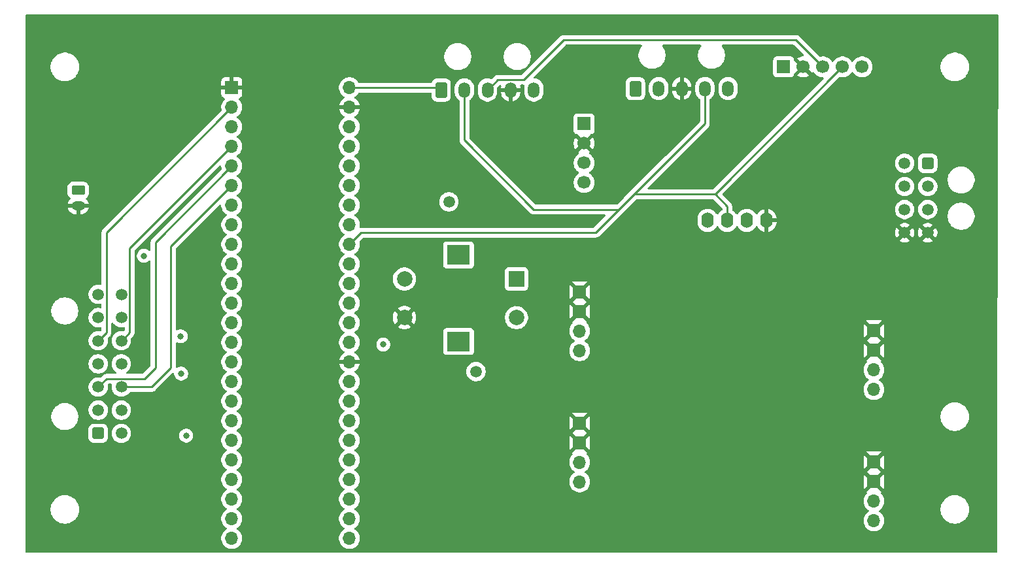
<source format=gbl>
G04 #@! TF.GenerationSoftware,KiCad,Pcbnew,9.0.1*
G04 #@! TF.CreationDate,2025-06-05T12:53:05-07:00*
G04 #@! TF.ProjectId,chop_microcontroller_board,63686f70-5f6d-4696-9372-6f636f6e7472,rev?*
G04 #@! TF.SameCoordinates,Original*
G04 #@! TF.FileFunction,Copper,L4,Bot*
G04 #@! TF.FilePolarity,Positive*
%FSLAX46Y46*%
G04 Gerber Fmt 4.6, Leading zero omitted, Abs format (unit mm)*
G04 Created by KiCad (PCBNEW 9.0.1) date 2025-06-05 12:53:05*
%MOMM*%
%LPD*%
G01*
G04 APERTURE LIST*
G04 Aperture macros list*
%AMRoundRect*
0 Rectangle with rounded corners*
0 $1 Rounding radius*
0 $2 $3 $4 $5 $6 $7 $8 $9 X,Y pos of 4 corners*
0 Add a 4 corners polygon primitive as box body*
4,1,4,$2,$3,$4,$5,$6,$7,$8,$9,$2,$3,0*
0 Add four circle primitives for the rounded corners*
1,1,$1+$1,$2,$3*
1,1,$1+$1,$4,$5*
1,1,$1+$1,$6,$7*
1,1,$1+$1,$8,$9*
0 Add four rect primitives between the rounded corners*
20,1,$1+$1,$2,$3,$4,$5,0*
20,1,$1+$1,$4,$5,$6,$7,0*
20,1,$1+$1,$6,$7,$8,$9,0*
20,1,$1+$1,$8,$9,$2,$3,0*%
G04 Aperture macros list end*
G04 #@! TA.AperFunction,ComponentPad*
%ADD10R,1.700000X1.700000*%
G04 #@! TD*
G04 #@! TA.AperFunction,ComponentPad*
%ADD11O,1.700000X1.700000*%
G04 #@! TD*
G04 #@! TA.AperFunction,ComponentPad*
%ADD12RoundRect,0.250001X-0.499999X-0.759999X0.499999X-0.759999X0.499999X0.759999X-0.499999X0.759999X0*%
G04 #@! TD*
G04 #@! TA.AperFunction,ComponentPad*
%ADD13O,1.500000X2.020000*%
G04 #@! TD*
G04 #@! TA.AperFunction,ComponentPad*
%ADD14RoundRect,0.250000X-0.625000X0.350000X-0.625000X-0.350000X0.625000X-0.350000X0.625000X0.350000X0*%
G04 #@! TD*
G04 #@! TA.AperFunction,ComponentPad*
%ADD15O,1.750000X1.200000*%
G04 #@! TD*
G04 #@! TA.AperFunction,ComponentPad*
%ADD16C,1.700000*%
G04 #@! TD*
G04 #@! TA.AperFunction,ComponentPad*
%ADD17RoundRect,0.250001X-0.499999X0.499999X-0.499999X-0.499999X0.499999X-0.499999X0.499999X0.499999X0*%
G04 #@! TD*
G04 #@! TA.AperFunction,ComponentPad*
%ADD18C,1.500000*%
G04 #@! TD*
G04 #@! TA.AperFunction,ComponentPad*
%ADD19RoundRect,0.250001X0.499999X-0.499999X0.499999X0.499999X-0.499999X0.499999X-0.499999X-0.499999X0*%
G04 #@! TD*
G04 #@! TA.AperFunction,ComponentPad*
%ADD20R,2.000000X2.000000*%
G04 #@! TD*
G04 #@! TA.AperFunction,ComponentPad*
%ADD21C,2.000000*%
G04 #@! TD*
G04 #@! TA.AperFunction,ComponentPad*
%ADD22R,3.000000X2.500000*%
G04 #@! TD*
G04 #@! TA.AperFunction,ComponentPad*
%ADD23O,1.600000X2.000000*%
G04 #@! TD*
G04 #@! TA.AperFunction,ViaPad*
%ADD24C,0.800000*%
G04 #@! TD*
G04 #@! TA.AperFunction,ViaPad*
%ADD25C,1.500000*%
G04 #@! TD*
G04 #@! TA.AperFunction,Conductor*
%ADD26C,0.250000*%
G04 #@! TD*
G04 APERTURE END LIST*
D10*
G04 #@! TO.P,U3,1,GND*
G04 #@! TO.N,GNDREF*
X159430000Y-106670000D03*
G04 #@! TO.P,U3,2,GND*
X159430000Y-109210000D03*
D11*
G04 #@! TO.P,U3,3,Vin*
G04 #@! TO.N,+8.4V*
X159430000Y-111750000D03*
G04 #@! TO.P,U3,4,Vin*
G04 #@! TO.N,unconnected-(U3-Vin-Pad4)*
X159430000Y-114290000D03*
D10*
G04 #@! TO.P,U3,5,GND*
G04 #@! TO.N,GNDREF*
X197530000Y-111710000D03*
G04 #@! TO.P,U3,6,GND*
X197530000Y-114250000D03*
D11*
G04 #@! TO.P,U3,7,Vout*
G04 #@! TO.N,+12V*
X197530000Y-116790000D03*
G04 #@! TO.P,U3,8,Vout*
G04 #@! TO.N,unconnected-(U3-Vout-Pad8)*
X197530000Y-119330000D03*
G04 #@! TD*
D12*
G04 #@! TO.P,J7,1,Pin_1*
G04 #@! TO.N,+5V*
X141500000Y-80500000D03*
D13*
G04 #@! TO.P,J7,2,Pin_2*
G04 #@! TO.N,/SDA*
X144500000Y-80500000D03*
G04 #@! TO.P,J7,3,Pin_3*
G04 #@! TO.N,/SCL*
X147500000Y-80500000D03*
G04 #@! TO.P,J7,4,Pin_4*
G04 #@! TO.N,GNDREF*
X150500000Y-80500000D03*
G04 #@! TO.P,J7,5,Pin_5*
G04 #@! TO.N,/PUMP_PWM_IN*
X153500000Y-80500000D03*
G04 #@! TD*
D14*
G04 #@! TO.P,J14,1,Pin_1*
G04 #@! TO.N,+8.4V*
X94500000Y-93500000D03*
D15*
G04 #@! TO.P,J14,2,Pin_2*
G04 #@! TO.N,GNDREF*
X94500000Y-95500000D03*
G04 #@! TD*
D12*
G04 #@! TO.P,J6,1,Pin_1*
G04 #@! TO.N,/ANALOG_FLOW*
X166650000Y-80320000D03*
D13*
G04 #@! TO.P,J6,2,Pin_2*
G04 #@! TO.N,+5V*
X169650000Y-80320000D03*
G04 #@! TO.P,J6,3,Pin_3*
G04 #@! TO.N,GNDREF*
X172650000Y-80320000D03*
G04 #@! TO.P,J6,4,Pin_4*
G04 #@! TO.N,/SDA*
X175650000Y-80320000D03*
G04 #@! TO.P,J6,5,Pin_5*
G04 #@! TO.N,/SCL*
X178650000Y-80320000D03*
G04 #@! TD*
D10*
G04 #@! TO.P,U2,1,GND*
G04 #@! TO.N,GNDREF*
X159430000Y-123670000D03*
G04 #@! TO.P,U2,2,GND*
X159430000Y-126210000D03*
D11*
G04 #@! TO.P,U2,3,Vin*
G04 #@! TO.N,+12V*
X159430000Y-128750000D03*
G04 #@! TO.P,U2,4,Vin*
G04 #@! TO.N,unconnected-(U2-Vin-Pad4)*
X159430000Y-131290000D03*
D10*
G04 #@! TO.P,U2,5,GND*
G04 #@! TO.N,GNDREF*
X197530000Y-128710000D03*
G04 #@! TO.P,U2,6,GND*
X197530000Y-131250000D03*
D11*
G04 #@! TO.P,U2,7,Vout*
G04 #@! TO.N,+24V*
X197530000Y-133790000D03*
G04 #@! TO.P,U2,8,Vout*
G04 #@! TO.N,unconnected-(U2-Vout-Pad8)*
X197530000Y-136330000D03*
G04 #@! TD*
D10*
G04 #@! TO.P,U4,1,Vout*
G04 #@! TO.N,+5V*
X160000000Y-84880000D03*
D16*
G04 #@! TO.P,U4,2,GND*
G04 #@! TO.N,GNDREF*
X160000000Y-87420000D03*
G04 #@! TO.P,U4,3,Vin*
G04 #@! TO.N,+8.4V*
X160000000Y-89960000D03*
G04 #@! TO.P,U4,4,SHDN*
G04 #@! TO.N,unconnected-(U4-SHDN-Pad4)*
X160000000Y-92500000D03*
G04 #@! TD*
D17*
G04 #@! TO.P,J12,1,Pin_1*
G04 #@! TO.N,+24V*
X204500000Y-90000000D03*
D18*
G04 #@! TO.P,J12,2,Pin_2*
G04 #@! TO.N,+12V*
X204500000Y-93000000D03*
G04 #@! TO.P,J12,3,Pin_3*
G04 #@! TO.N,+3.3V*
X204500000Y-96000000D03*
G04 #@! TO.P,J12,4,Pin_4*
G04 #@! TO.N,GNDREF*
X204500000Y-99000000D03*
G04 #@! TO.P,J12,5,Pin_5*
G04 #@! TO.N,+24V*
X201500000Y-90000000D03*
G04 #@! TO.P,J12,6,Pin_6*
G04 #@! TO.N,+12V*
X201500000Y-93000000D03*
G04 #@! TO.P,J12,7,Pin_7*
G04 #@! TO.N,+3.3V*
X201500000Y-96000000D03*
G04 #@! TO.P,J12,8,Pin_8*
G04 #@! TO.N,GNDREF*
X201500000Y-99000000D03*
G04 #@! TD*
D10*
G04 #@! TO.P,U1,1,GND*
G04 #@! TO.N,GNDREF*
X114380000Y-80200000D03*
D11*
G04 #@! TO.P,U1,2,0_RX1_CRX2_CS1*
G04 #@! TO.N,/HL1_PWM_IN*
X114380000Y-82740000D03*
G04 #@! TO.P,U1,3,1_TX1_CTX2_MISO1*
G04 #@! TO.N,/MISO_1*
X114380000Y-85280000D03*
G04 #@! TO.P,U1,4,2_OUT2*
G04 #@! TO.N,/HL2_PWM_IN*
X114380000Y-87820000D03*
G04 #@! TO.P,U1,5,3_LRCLK2*
G04 #@! TO.N,/HL3_PWM_IN*
X114380000Y-90360000D03*
G04 #@! TO.P,U1,6,4_BCLK2*
G04 #@! TO.N,/HL4_PWM_IN*
X114380000Y-92900000D03*
G04 #@! TO.P,U1,7,5_IN2*
G04 #@! TO.N,unconnected-(U1-5_IN2-Pad7)*
X114380000Y-95440000D03*
G04 #@! TO.P,U1,8,6_OUT1D*
G04 #@! TO.N,unconnected-(U1-6_OUT1D-Pad8)*
X114380000Y-97980000D03*
G04 #@! TO.P,U1,9,7_RX2_OUT1A*
G04 #@! TO.N,unconnected-(U1-7_RX2_OUT1A-Pad9)*
X114380000Y-100520000D03*
G04 #@! TO.P,U1,10,8_TX2_IN1*
G04 #@! TO.N,unconnected-(U1-8_TX2_IN1-Pad10)*
X114380000Y-103060000D03*
G04 #@! TO.P,U1,11,9_OUT1C*
G04 #@! TO.N,unconnected-(U1-9_OUT1C-Pad11)*
X114380000Y-105600000D03*
G04 #@! TO.P,U1,12,10_CS_MQSR*
G04 #@! TO.N,unconnected-(U1-10_CS_MQSR-Pad12)*
X114380000Y-108140000D03*
G04 #@! TO.P,U1,13,11_MOSI_CTX1*
G04 #@! TO.N,unconnected-(U1-11_MOSI_CTX1-Pad13)*
X114380000Y-110680000D03*
G04 #@! TO.P,U1,14,12_MISO_MQSL*
G04 #@! TO.N,unconnected-(U1-12_MISO_MQSL-Pad14)*
X114380000Y-113220000D03*
G04 #@! TO.P,U1,15,3V3*
G04 #@! TO.N,unconnected-(U1-3V3-Pad15)*
X114380000Y-115760000D03*
G04 #@! TO.P,U1,16,24_A10_TX6_SCL2*
G04 #@! TO.N,Net-(U1-24_A10_TX6_SCL2)*
X114380000Y-118300000D03*
G04 #@! TO.P,U1,17,25_A11_RX6_SDA2*
G04 #@! TO.N,unconnected-(U1-25_A11_RX6_SDA2-Pad17)*
X114380000Y-120840000D03*
G04 #@! TO.P,U1,18,26_A12_MOSI1*
G04 #@! TO.N,/MOSI_1*
X114380000Y-123380000D03*
G04 #@! TO.P,U1,19,27_A13_SCK1*
G04 #@! TO.N,/SCK_1*
X114380000Y-125920000D03*
G04 #@! TO.P,U1,20,28_RX7*
G04 #@! TO.N,/HL1_CS*
X114380000Y-128460000D03*
G04 #@! TO.P,U1,21,29_TX7*
G04 #@! TO.N,/HL2_CS*
X114380000Y-131000000D03*
G04 #@! TO.P,U1,22,30_CRX3*
G04 #@! TO.N,/HL3_CS*
X114380000Y-133540000D03*
G04 #@! TO.P,U1,23,31_CTX3*
G04 #@! TO.N,/HL4_CS*
X114380000Y-136080000D03*
G04 #@! TO.P,U1,24,32_OUT1B*
G04 #@! TO.N,/SAFETY_CS*
X114380000Y-138620000D03*
G04 #@! TO.P,U1,25,33_MCLK2*
G04 #@! TO.N,unconnected-(U1-33_MCLK2-Pad25)*
X129620000Y-138620000D03*
G04 #@! TO.P,U1,26,34_RX8*
G04 #@! TO.N,unconnected-(U1-34_RX8-Pad26)*
X129620000Y-136080000D03*
G04 #@! TO.P,U1,27,35_TX8*
G04 #@! TO.N,unconnected-(U1-35_TX8-Pad27)*
X129620000Y-133540000D03*
G04 #@! TO.P,U1,28,36_CS*
G04 #@! TO.N,unconnected-(U1-36_CS-Pad28)*
X129620000Y-131000000D03*
G04 #@! TO.P,U1,29,37_CS*
G04 #@! TO.N,unconnected-(U1-37_CS-Pad29)*
X129620000Y-128460000D03*
G04 #@! TO.P,U1,30,38_CS1_IN1*
G04 #@! TO.N,unconnected-(U1-38_CS1_IN1-Pad30)*
X129620000Y-125920000D03*
G04 #@! TO.P,U1,31,39_MISO1_OUT1A*
G04 #@! TO.N,unconnected-(U1-39_MISO1_OUT1A-Pad31)*
X129620000Y-123380000D03*
G04 #@! TO.P,U1,32,40_A16*
G04 #@! TO.N,unconnected-(U1-40_A16-Pad32)*
X129620000Y-120840000D03*
G04 #@! TO.P,U1,33,41_A17*
G04 #@! TO.N,/ANALOG_FLOW*
X129620000Y-118300000D03*
G04 #@! TO.P,U1,34,GND*
G04 #@! TO.N,GNDREF*
X129620000Y-115760000D03*
G04 #@! TO.P,U1,35,13_SCK_LED*
G04 #@! TO.N,ENC_B*
X129620000Y-113220000D03*
G04 #@! TO.P,U1,36,14_A0_TX3_SPDIF_OUT*
G04 #@! TO.N,ENC_A*
X129620000Y-110680000D03*
G04 #@! TO.P,U1,37,15_A1_RX3_SPDIF_IN*
G04 #@! TO.N,ENC_SW*
X129620000Y-108140000D03*
G04 #@! TO.P,U1,38,16_A2_RX4_SCL1*
G04 #@! TO.N,unconnected-(U1-16_A2_RX4_SCL1-Pad38)*
X129620000Y-105600000D03*
G04 #@! TO.P,U1,39,17_A3_TX4_SDA1*
G04 #@! TO.N,unconnected-(U1-17_A3_TX4_SDA1-Pad39)*
X129620000Y-103060000D03*
G04 #@! TO.P,U1,40,18_A4_SDA*
G04 #@! TO.N,/SDA*
X129620000Y-100520000D03*
G04 #@! TO.P,U1,41,19_A5_SCL*
G04 #@! TO.N,/SCL*
X129620000Y-97980000D03*
G04 #@! TO.P,U1,42,20_A6_TX5_LRCLK1*
G04 #@! TO.N,unconnected-(U1-20_A6_TX5_LRCLK1-Pad42)*
X129620000Y-95440000D03*
G04 #@! TO.P,U1,43,21_A7_RX5_BCLK1*
G04 #@! TO.N,unconnected-(U1-21_A7_RX5_BCLK1-Pad43)*
X129620000Y-92900000D03*
G04 #@! TO.P,U1,44,22_A8_CTX1*
G04 #@! TO.N,/PUMP_PWM_IN*
X129620000Y-90360000D03*
G04 #@! TO.P,U1,45,23_A9_CRX1_MCLK1*
G04 #@! TO.N,unconnected-(U1-23_A9_CRX1_MCLK1-Pad45)*
X129620000Y-87820000D03*
G04 #@! TO.P,U1,46,3V3*
G04 #@! TO.N,+3.3V*
X129620000Y-85280000D03*
G04 #@! TO.P,U1,47,GND*
G04 #@! TO.N,GNDREF*
X129620000Y-82740000D03*
G04 #@! TO.P,U1,48,VIN*
G04 #@! TO.N,+5V*
X129620000Y-80200000D03*
G04 #@! TD*
D19*
G04 #@! TO.P,J11,1,Pin_1*
G04 #@! TO.N,/SAFETY_CS*
X97085000Y-125000000D03*
D18*
G04 #@! TO.P,J11,2,Pin_2*
G04 #@! TO.N,/HL4_CS*
X97085000Y-122000000D03*
G04 #@! TO.P,J11,3,Pin_3*
G04 #@! TO.N,/HL3_PWM_IN*
X97085000Y-119000000D03*
G04 #@! TO.P,J11,4,Pin_4*
G04 #@! TO.N,/HL2_CS*
X97085000Y-116000000D03*
G04 #@! TO.P,J11,5,Pin_5*
G04 #@! TO.N,/HL1_PWM_IN*
X97085000Y-113000000D03*
G04 #@! TO.P,J11,6,Pin_6*
G04 #@! TO.N,/MOSI_1*
X97085000Y-110000000D03*
G04 #@! TO.P,J11,7,Pin_7*
G04 #@! TO.N,/MISO_1*
X97085000Y-107000000D03*
G04 #@! TO.P,J11,8,Pin_8*
G04 #@! TO.N,unconnected-(J11-Pin_8-Pad8)*
X100085000Y-125000000D03*
G04 #@! TO.P,J11,9,Pin_9*
G04 #@! TO.N,unconnected-(J11-Pin_9-Pad9)*
X100085000Y-122000000D03*
G04 #@! TO.P,J11,10,Pin_10*
G04 #@! TO.N,/HL4_PWM_IN*
X100085000Y-119000000D03*
G04 #@! TO.P,J11,11,Pin_11*
G04 #@! TO.N,/HL3_CS*
X100085000Y-116000000D03*
G04 #@! TO.P,J11,12,Pin_12*
G04 #@! TO.N,/HL2_PWM_IN*
X100085000Y-113000000D03*
G04 #@! TO.P,J11,13,Pin_13*
G04 #@! TO.N,/HL1_CS*
X100085000Y-110000000D03*
G04 #@! TO.P,J11,14,Pin_14*
G04 #@! TO.N,/SCK_1*
X100085000Y-107000000D03*
G04 #@! TD*
D20*
G04 #@! TO.P,J3,A,A*
G04 #@! TO.N,ENC_A*
X151250000Y-105000000D03*
D21*
G04 #@! TO.P,J3,B,B*
G04 #@! TO.N,ENC_B*
X151250000Y-110000000D03*
G04 #@! TO.P,J3,C,C*
G04 #@! TO.N,GNDREF*
X151250000Y-107500000D03*
D22*
G04 #@! TO.P,J3,MP*
G04 #@! TO.N,N/C*
X143750000Y-113100000D03*
X143750000Y-101900000D03*
D21*
G04 #@! TO.P,J3,S1,S1*
G04 #@! TO.N,ENC_SW*
X136750000Y-105000000D03*
G04 #@! TO.P,J3,S2,S2*
G04 #@! TO.N,GNDREF*
X136750000Y-110000000D03*
G04 #@! TD*
D10*
G04 #@! TO.P,J8,1,Pin_1*
G04 #@! TO.N,+5V*
X185840000Y-77500000D03*
D16*
G04 #@! TO.P,J8,2,Pin_2*
G04 #@! TO.N,GNDREF*
X188380000Y-77500000D03*
G04 #@! TO.P,J8,3,Pin_3*
G04 #@! TO.N,/SCL*
X190920000Y-77500000D03*
G04 #@! TO.P,J8,4,Pin_4*
G04 #@! TO.N,/SDA*
X193460000Y-77500000D03*
G04 #@! TO.P,J8,5,Pin_5*
G04 #@! TO.N,unconnected-(J8-Pin_5-Pad5)*
X196000000Y-77500000D03*
G04 #@! TD*
D23*
G04 #@! TO.P,J2,1,Pin_1*
G04 #@! TO.N,GNDREF*
X183620000Y-97400000D03*
G04 #@! TO.P,J2,2,Pin_2*
G04 #@! TO.N,+3.3V*
X181080000Y-97400000D03*
G04 #@! TO.P,J2,3,Pin_3*
G04 #@! TO.N,/SDA*
X178540000Y-97400000D03*
G04 #@! TO.P,J2,4,Pin_4*
G04 #@! TO.N,/SCL*
X176000000Y-97400000D03*
G04 #@! TD*
D24*
G04 #@! TO.N,GNDREF*
X110500000Y-110500000D03*
D25*
X136000000Y-123000000D03*
D24*
X109500000Y-102000000D03*
G04 #@! TO.N,+3.3V*
X107836600Y-117260900D03*
X107777800Y-112427100D03*
X103000000Y-102000000D03*
X108470700Y-125305000D03*
D25*
X146000000Y-117000000D03*
X142500000Y-95000000D03*
D24*
G04 #@! TO.N,+8.4V*
X134000000Y-113500000D03*
G04 #@! TD*
D26*
G04 #@! TO.N,/HL1_PWM_IN*
X97085000Y-113000000D02*
X98161000Y-111924000D01*
X98161000Y-111924000D02*
X98161000Y-98959000D01*
X98161000Y-98959000D02*
X114380000Y-82740000D01*
G04 #@! TO.N,/HL2_PWM_IN*
X114380000Y-87820000D02*
X101161000Y-101039000D01*
X101161000Y-101039000D02*
X101161000Y-111924000D01*
X101161000Y-111924000D02*
X100085000Y-113000000D01*
G04 #@! TO.N,/HL3_PWM_IN*
X104500000Y-116500000D02*
X103076000Y-117924000D01*
X103076000Y-117924000D02*
X98161000Y-117924000D01*
X104500000Y-100240000D02*
X104500000Y-116500000D01*
X98161000Y-117924000D02*
X97085000Y-119000000D01*
X114380000Y-90360000D02*
X104500000Y-100240000D01*
G04 #@! TO.N,/HL4_PWM_IN*
X104000000Y-119000000D02*
X100085000Y-119000000D01*
X114380000Y-92900000D02*
X106500000Y-100780000D01*
X106500000Y-100780000D02*
X106500000Y-116500000D01*
X106500000Y-116500000D02*
X104000000Y-119000000D01*
G04 #@! TO.N,/SCL*
X147500000Y-80500000D02*
X148836000Y-79164000D01*
X157370306Y-74000000D02*
X187420000Y-74000000D01*
X187420000Y-74000000D02*
X190920000Y-77500000D01*
X148836000Y-79164000D02*
X152206306Y-79164000D01*
X152206306Y-79164000D02*
X157370306Y-74000000D01*
G04 #@! TO.N,/SDA*
X178540000Y-97400000D02*
X178540000Y-95580000D01*
X176960000Y-94000000D02*
X173000000Y-94000000D01*
X144500000Y-87000000D02*
X153500000Y-96000000D01*
X193460000Y-77500000D02*
X176960000Y-94000000D01*
X153500000Y-96000000D02*
X164500000Y-96000000D01*
X164500000Y-96000000D02*
X166500000Y-94000000D01*
X144500000Y-80500000D02*
X144500000Y-87000000D01*
X178540000Y-95580000D02*
X176960000Y-94000000D01*
X131140000Y-99000000D02*
X129620000Y-100520000D01*
X173000000Y-94000000D02*
X166500000Y-94000000D01*
X166500000Y-94000000D02*
X161500000Y-99000000D01*
X175650000Y-84850000D02*
X175650000Y-80320000D01*
X161500000Y-99000000D02*
X131140000Y-99000000D01*
X166500000Y-94000000D02*
X175650000Y-84850000D01*
G04 #@! TO.N,+5V*
X129620000Y-80200000D02*
X141200000Y-80200000D01*
X141200000Y-80200000D02*
X141500000Y-80500000D01*
G04 #@! TD*
G04 #@! TA.AperFunction,Conductor*
G04 #@! TO.N,GNDREF*
G36*
X213590368Y-70694462D02*
G01*
X213644906Y-70749000D01*
X213664867Y-70823498D01*
X213528781Y-119814641D01*
X213471864Y-140304914D01*
X213451695Y-140379358D01*
X213397006Y-140433744D01*
X213322865Y-140453500D01*
X87804900Y-140453500D01*
X87730400Y-140433538D01*
X87675862Y-140379000D01*
X87655900Y-140304500D01*
X87655900Y-134743706D01*
X90918900Y-134743706D01*
X90918900Y-134986293D01*
X90950560Y-135226781D01*
X90950561Y-135226787D01*
X90950562Y-135226789D01*
X91013346Y-135461100D01*
X91106176Y-135685212D01*
X91227464Y-135895289D01*
X91375135Y-136087738D01*
X91546662Y-136259265D01*
X91739111Y-136406936D01*
X91949188Y-136528224D01*
X92173300Y-136621054D01*
X92407611Y-136683838D01*
X92407617Y-136683838D01*
X92407618Y-136683839D01*
X92473000Y-136692446D01*
X92648112Y-136715500D01*
X92890688Y-136715500D01*
X93131189Y-136683838D01*
X93365500Y-136621054D01*
X93589612Y-136528224D01*
X93799689Y-136406936D01*
X93992138Y-136259265D01*
X94163665Y-136087738D01*
X94311336Y-135895289D01*
X94432624Y-135685212D01*
X94525454Y-135461100D01*
X94588238Y-135226789D01*
X94619900Y-134986288D01*
X94619900Y-134743712D01*
X94588238Y-134503211D01*
X94525454Y-134268900D01*
X94432624Y-134044788D01*
X94311336Y-133834711D01*
X94163665Y-133642262D01*
X93992138Y-133470735D01*
X93799689Y-133323064D01*
X93710520Y-133271582D01*
X93589616Y-133201778D01*
X93589614Y-133201777D01*
X93589612Y-133201776D01*
X93458332Y-133147398D01*
X93365503Y-133108947D01*
X93365501Y-133108946D01*
X93365500Y-133108946D01*
X93131189Y-133046162D01*
X93131187Y-133046161D01*
X93131181Y-133046160D01*
X92890693Y-133014500D01*
X92890688Y-133014500D01*
X92648112Y-133014500D01*
X92648106Y-133014500D01*
X92407618Y-133046160D01*
X92173296Y-133108947D01*
X91949183Y-133201778D01*
X91739112Y-133323063D01*
X91739111Y-133323064D01*
X91546662Y-133470735D01*
X91546660Y-133470736D01*
X91546656Y-133470740D01*
X91375140Y-133642256D01*
X91375136Y-133642260D01*
X91375135Y-133642262D01*
X91365706Y-133654550D01*
X91227463Y-133834712D01*
X91106178Y-134044783D01*
X91013347Y-134268896D01*
X90950560Y-134503218D01*
X90918900Y-134743706D01*
X87655900Y-134743706D01*
X87655900Y-122725262D01*
X91014500Y-122725262D01*
X91014500Y-122954737D01*
X91044450Y-123182229D01*
X91044450Y-123182232D01*
X91103840Y-123403883D01*
X91103840Y-123403884D01*
X91117185Y-123436100D01*
X91191656Y-123615888D01*
X91274859Y-123760001D01*
X91306391Y-123814615D01*
X91306391Y-123814616D01*
X91395295Y-123930476D01*
X91446081Y-123996661D01*
X91608339Y-124158919D01*
X91790388Y-124298611D01*
X91989112Y-124413344D01*
X92168062Y-124487467D01*
X92201115Y-124501159D01*
X92271362Y-124519981D01*
X92422762Y-124560548D01*
X92422766Y-124560548D01*
X92422768Y-124560549D01*
X92490431Y-124569457D01*
X92650263Y-124590499D01*
X92650264Y-124590500D01*
X92650266Y-124590500D01*
X92879736Y-124590500D01*
X92879736Y-124590499D01*
X93107230Y-124560549D01*
X93107232Y-124560549D01*
X93107233Y-124560548D01*
X93107238Y-124560548D01*
X93328883Y-124501159D01*
X93328884Y-124501159D01*
X93328885Y-124501158D01*
X93328887Y-124501158D01*
X93452412Y-124449992D01*
X95834500Y-124449992D01*
X95834500Y-125550008D01*
X95836304Y-125567663D01*
X95845001Y-125652798D01*
X95863956Y-125710000D01*
X95900186Y-125819334D01*
X95992289Y-125968655D01*
X96116345Y-126092711D01*
X96265666Y-126184814D01*
X96432203Y-126239999D01*
X96534992Y-126250500D01*
X96534996Y-126250500D01*
X97635004Y-126250500D01*
X97635008Y-126250500D01*
X97737797Y-126239999D01*
X97904334Y-126184814D01*
X98053655Y-126092711D01*
X98177711Y-125968655D01*
X98269814Y-125819334D01*
X98324999Y-125652797D01*
X98335500Y-125550008D01*
X98335500Y-124901583D01*
X98834500Y-124901583D01*
X98834500Y-125098417D01*
X98865291Y-125292826D01*
X98926116Y-125480025D01*
X98926119Y-125480030D01*
X98926121Y-125480036D01*
X98989160Y-125603756D01*
X99015476Y-125655405D01*
X99131172Y-125814646D01*
X99270354Y-125953828D01*
X99429595Y-126069524D01*
X99604975Y-126158884D01*
X99792174Y-126219709D01*
X99986583Y-126250500D01*
X99986588Y-126250500D01*
X100183412Y-126250500D01*
X100183417Y-126250500D01*
X100377826Y-126219709D01*
X100565025Y-126158884D01*
X100740405Y-126069524D01*
X100899646Y-125953828D01*
X101038828Y-125814646D01*
X101154524Y-125655405D01*
X101243884Y-125480025D01*
X101304709Y-125292826D01*
X101316828Y-125216308D01*
X107570200Y-125216308D01*
X107570200Y-125393691D01*
X107604805Y-125567663D01*
X107604806Y-125567667D01*
X107672686Y-125731546D01*
X107672687Y-125731548D01*
X107771233Y-125879031D01*
X107771236Y-125879035D01*
X107896665Y-126004464D01*
X107896668Y-126004466D01*
X108044151Y-126103012D01*
X108044153Y-126103013D01*
X108208034Y-126170894D01*
X108382009Y-126205500D01*
X108559391Y-126205500D01*
X108733366Y-126170894D01*
X108897247Y-126103013D01*
X109044735Y-126004464D01*
X109170164Y-125879035D01*
X109268713Y-125731547D01*
X109336594Y-125567666D01*
X109371200Y-125393691D01*
X109371200Y-125216309D01*
X109370379Y-125212184D01*
X109359664Y-125158317D01*
X109336594Y-125042334D01*
X109268713Y-124878453D01*
X109170164Y-124730965D01*
X109044735Y-124605536D01*
X109044731Y-124605533D01*
X108897248Y-124506987D01*
X108897246Y-124506986D01*
X108733367Y-124439106D01*
X108733363Y-124439105D01*
X108559391Y-124404500D01*
X108382009Y-124404500D01*
X108208036Y-124439105D01*
X108208032Y-124439106D01*
X108044153Y-124506986D01*
X108044151Y-124506987D01*
X107896668Y-124605533D01*
X107896663Y-124605537D01*
X107771237Y-124730963D01*
X107771233Y-124730968D01*
X107672687Y-124878451D01*
X107672686Y-124878453D01*
X107604806Y-125042332D01*
X107604805Y-125042336D01*
X107570200Y-125216308D01*
X101316828Y-125216308D01*
X101335500Y-125098417D01*
X101335500Y-124901583D01*
X101304709Y-124707174D01*
X101243884Y-124519975D01*
X101235347Y-124503221D01*
X101189553Y-124413344D01*
X101154524Y-124344595D01*
X101038828Y-124185354D01*
X100899646Y-124046172D01*
X100740405Y-123930476D01*
X100694898Y-123907289D01*
X100565036Y-123841121D01*
X100565030Y-123841119D01*
X100565025Y-123841116D01*
X100377826Y-123780291D01*
X100183417Y-123749500D01*
X99986583Y-123749500D01*
X99792174Y-123780291D01*
X99604975Y-123841116D01*
X99604972Y-123841117D01*
X99604963Y-123841121D01*
X99429598Y-123930474D01*
X99429593Y-123930477D01*
X99270363Y-124046165D01*
X99270352Y-124046174D01*
X99131174Y-124185352D01*
X99131165Y-124185363D01*
X99015477Y-124344593D01*
X99015474Y-124344598D01*
X98926121Y-124519963D01*
X98926117Y-124519972D01*
X98926116Y-124519975D01*
X98865291Y-124707174D01*
X98834500Y-124901583D01*
X98335500Y-124901583D01*
X98335500Y-124449992D01*
X98324999Y-124347203D01*
X98269814Y-124180666D01*
X98177711Y-124031345D01*
X98053655Y-123907289D01*
X97946373Y-123841116D01*
X97904336Y-123815187D01*
X97904335Y-123815186D01*
X97904334Y-123815186D01*
X97799028Y-123780291D01*
X97737798Y-123760001D01*
X97737799Y-123760001D01*
X97703534Y-123756500D01*
X97635008Y-123749500D01*
X96534992Y-123749500D01*
X96466466Y-123756500D01*
X96432201Y-123760001D01*
X96265663Y-123815187D01*
X96116344Y-123907289D01*
X95992289Y-124031344D01*
X95900187Y-124180663D01*
X95845001Y-124347201D01*
X95845001Y-124347203D01*
X95834500Y-124449992D01*
X93452412Y-124449992D01*
X93540888Y-124413344D01*
X93739612Y-124298611D01*
X93921661Y-124158919D01*
X94083919Y-123996661D01*
X94223611Y-123814612D01*
X94338344Y-123615888D01*
X94426158Y-123403887D01*
X94485548Y-123182238D01*
X94515500Y-122954734D01*
X94515500Y-122725266D01*
X94485548Y-122497762D01*
X94442011Y-122335277D01*
X94426159Y-122276116D01*
X94426159Y-122276115D01*
X94393628Y-122197580D01*
X94338344Y-122064112D01*
X94298472Y-121995051D01*
X94284141Y-121970229D01*
X94244508Y-121901583D01*
X95834500Y-121901583D01*
X95834500Y-122098417D01*
X95865291Y-122292826D01*
X95926116Y-122480025D01*
X95926119Y-122480030D01*
X95926121Y-122480036D01*
X95936400Y-122500209D01*
X96015476Y-122655405D01*
X96131172Y-122814646D01*
X96270354Y-122953828D01*
X96429595Y-123069524D01*
X96604975Y-123158884D01*
X96792174Y-123219709D01*
X96986583Y-123250500D01*
X96986588Y-123250500D01*
X97183412Y-123250500D01*
X97183417Y-123250500D01*
X97377826Y-123219709D01*
X97565025Y-123158884D01*
X97740405Y-123069524D01*
X97899646Y-122953828D01*
X98038828Y-122814646D01*
X98154524Y-122655405D01*
X98243884Y-122480025D01*
X98304709Y-122292826D01*
X98335500Y-122098417D01*
X98335500Y-121901583D01*
X98834500Y-121901583D01*
X98834500Y-122098417D01*
X98865291Y-122292826D01*
X98926116Y-122480025D01*
X98926119Y-122480030D01*
X98926121Y-122480036D01*
X98936400Y-122500209D01*
X99015476Y-122655405D01*
X99131172Y-122814646D01*
X99270354Y-122953828D01*
X99429595Y-123069524D01*
X99604975Y-123158884D01*
X99792174Y-123219709D01*
X99986583Y-123250500D01*
X99986588Y-123250500D01*
X100183412Y-123250500D01*
X100183417Y-123250500D01*
X100377826Y-123219709D01*
X100565025Y-123158884D01*
X100740405Y-123069524D01*
X100899646Y-122953828D01*
X101038828Y-122814646D01*
X101154524Y-122655405D01*
X101243884Y-122480025D01*
X101304709Y-122292826D01*
X101335500Y-122098417D01*
X101335500Y-121901583D01*
X101304709Y-121707174D01*
X101243884Y-121519975D01*
X101154524Y-121344595D01*
X101038828Y-121185354D01*
X100899646Y-121046172D01*
X100740405Y-120930476D01*
X100730010Y-120925179D01*
X100565036Y-120841121D01*
X100565030Y-120841119D01*
X100565025Y-120841116D01*
X100377826Y-120780291D01*
X100183417Y-120749500D01*
X99986583Y-120749500D01*
X99792174Y-120780291D01*
X99604975Y-120841116D01*
X99604972Y-120841117D01*
X99604963Y-120841121D01*
X99429598Y-120930474D01*
X99429593Y-120930477D01*
X99270363Y-121046165D01*
X99270352Y-121046174D01*
X99131174Y-121185352D01*
X99131165Y-121185363D01*
X99015477Y-121344593D01*
X99015474Y-121344598D01*
X98926121Y-121519963D01*
X98926114Y-121519981D01*
X98917069Y-121547818D01*
X98865291Y-121707174D01*
X98834500Y-121901583D01*
X98335500Y-121901583D01*
X98304709Y-121707174D01*
X98243884Y-121519975D01*
X98154524Y-121344595D01*
X98038828Y-121185354D01*
X97899646Y-121046172D01*
X97740405Y-120930476D01*
X97730010Y-120925179D01*
X97565036Y-120841121D01*
X97565030Y-120841119D01*
X97565025Y-120841116D01*
X97377826Y-120780291D01*
X97183417Y-120749500D01*
X96986583Y-120749500D01*
X96792174Y-120780291D01*
X96604975Y-120841116D01*
X96604972Y-120841117D01*
X96604963Y-120841121D01*
X96429598Y-120930474D01*
X96429593Y-120930477D01*
X96270363Y-121046165D01*
X96270352Y-121046174D01*
X96131174Y-121185352D01*
X96131165Y-121185363D01*
X96015477Y-121344593D01*
X96015474Y-121344598D01*
X95926121Y-121519963D01*
X95926114Y-121519981D01*
X95917069Y-121547818D01*
X95865291Y-121707174D01*
X95834500Y-121901583D01*
X94244508Y-121901583D01*
X94226334Y-121870104D01*
X94223611Y-121865388D01*
X94223609Y-121865385D01*
X94223608Y-121865383D01*
X94083918Y-121683338D01*
X93921661Y-121521081D01*
X93739615Y-121381391D01*
X93699814Y-121358412D01*
X93647385Y-121328142D01*
X93540892Y-121266658D01*
X93540890Y-121266657D01*
X93540888Y-121266656D01*
X93474786Y-121239275D01*
X93328884Y-121178840D01*
X93107231Y-121119450D01*
X92879737Y-121089500D01*
X92879734Y-121089500D01*
X92650266Y-121089500D01*
X92650262Y-121089500D01*
X92422770Y-121119450D01*
X92422767Y-121119450D01*
X92201116Y-121178840D01*
X92201115Y-121178840D01*
X91989107Y-121266658D01*
X91790384Y-121381391D01*
X91790383Y-121381391D01*
X91608338Y-121521081D01*
X91446081Y-121683338D01*
X91306391Y-121865383D01*
X91306391Y-121865384D01*
X91191658Y-122064107D01*
X91103840Y-122276115D01*
X91103840Y-122276116D01*
X91044450Y-122497767D01*
X91044450Y-122497770D01*
X91014500Y-122725262D01*
X87655900Y-122725262D01*
X87655900Y-115901583D01*
X95834500Y-115901583D01*
X95834500Y-116098417D01*
X95865291Y-116292826D01*
X95926116Y-116480025D01*
X95926119Y-116480030D01*
X95926121Y-116480036D01*
X96007354Y-116639464D01*
X96015476Y-116655405D01*
X96131172Y-116814646D01*
X96270354Y-116953828D01*
X96429595Y-117069524D01*
X96604975Y-117158884D01*
X96792174Y-117219709D01*
X96986583Y-117250500D01*
X96986588Y-117250500D01*
X97183412Y-117250500D01*
X97183417Y-117250500D01*
X97377826Y-117219709D01*
X97565025Y-117158884D01*
X97740405Y-117069524D01*
X97899646Y-116953828D01*
X98038828Y-116814646D01*
X98154524Y-116655405D01*
X98243884Y-116480025D01*
X98304709Y-116292826D01*
X98335500Y-116098417D01*
X98335500Y-115901583D01*
X98304709Y-115707174D01*
X98243884Y-115519975D01*
X98154524Y-115344595D01*
X98038828Y-115185354D01*
X97899646Y-115046172D01*
X97740405Y-114930476D01*
X97641748Y-114880208D01*
X97565036Y-114841121D01*
X97565030Y-114841119D01*
X97565025Y-114841116D01*
X97377826Y-114780291D01*
X97183417Y-114749500D01*
X96986583Y-114749500D01*
X96792174Y-114780291D01*
X96705649Y-114808405D01*
X96604975Y-114841116D01*
X96604972Y-114841117D01*
X96604963Y-114841121D01*
X96429598Y-114930474D01*
X96429593Y-114930477D01*
X96270363Y-115046165D01*
X96270352Y-115046174D01*
X96131174Y-115185352D01*
X96131165Y-115185363D01*
X96015477Y-115344593D01*
X96015474Y-115344598D01*
X95926121Y-115519963D01*
X95926114Y-115519981D01*
X95919103Y-115541558D01*
X95865291Y-115707174D01*
X95834500Y-115901583D01*
X87655900Y-115901583D01*
X87655900Y-109025262D01*
X91014500Y-109025262D01*
X91014500Y-109254737D01*
X91044450Y-109482229D01*
X91044450Y-109482232D01*
X91103840Y-109703883D01*
X91103840Y-109703884D01*
X91143740Y-109800209D01*
X91191656Y-109915888D01*
X91302480Y-110107842D01*
X91306391Y-110114615D01*
X91306391Y-110114616D01*
X91443138Y-110292826D01*
X91446081Y-110296661D01*
X91608339Y-110458919D01*
X91720159Y-110544722D01*
X91757940Y-110573713D01*
X91790388Y-110598611D01*
X91989112Y-110713344D01*
X92149251Y-110779676D01*
X92201115Y-110801159D01*
X92297095Y-110826876D01*
X92422762Y-110860548D01*
X92422766Y-110860548D01*
X92422768Y-110860549D01*
X92487758Y-110869105D01*
X92650263Y-110890499D01*
X92650264Y-110890500D01*
X92650266Y-110890500D01*
X92879736Y-110890500D01*
X92879736Y-110890499D01*
X93107230Y-110860549D01*
X93107232Y-110860549D01*
X93107233Y-110860548D01*
X93107238Y-110860548D01*
X93328883Y-110801159D01*
X93328884Y-110801159D01*
X93328885Y-110801158D01*
X93328887Y-110801158D01*
X93540888Y-110713344D01*
X93739612Y-110598611D01*
X93921661Y-110458919D01*
X94083919Y-110296661D01*
X94223611Y-110114612D01*
X94338344Y-109915888D01*
X94426158Y-109703887D01*
X94485548Y-109482238D01*
X94515500Y-109254734D01*
X94515500Y-109025266D01*
X94485548Y-108797762D01*
X94435211Y-108609898D01*
X94426159Y-108576116D01*
X94426159Y-108576115D01*
X94376506Y-108456243D01*
X94338344Y-108364112D01*
X94223611Y-108165388D01*
X94223608Y-108165384D01*
X94223608Y-108165383D01*
X94083918Y-107983338D01*
X93921661Y-107821081D01*
X93739615Y-107681391D01*
X93540892Y-107566658D01*
X93540890Y-107566657D01*
X93540888Y-107566656D01*
X93474786Y-107539275D01*
X93328884Y-107478840D01*
X93107231Y-107419450D01*
X92879737Y-107389500D01*
X92879734Y-107389500D01*
X92650266Y-107389500D01*
X92650262Y-107389500D01*
X92422770Y-107419450D01*
X92422767Y-107419450D01*
X92201116Y-107478840D01*
X92201115Y-107478840D01*
X91989107Y-107566658D01*
X91790384Y-107681391D01*
X91790383Y-107681391D01*
X91608338Y-107821081D01*
X91446081Y-107983338D01*
X91306391Y-108165383D01*
X91306391Y-108165384D01*
X91191658Y-108364107D01*
X91103840Y-108576115D01*
X91103840Y-108576116D01*
X91044450Y-108797767D01*
X91044450Y-108797770D01*
X91014500Y-109025262D01*
X87655900Y-109025262D01*
X87655900Y-106901583D01*
X95834500Y-106901583D01*
X95834500Y-107098417D01*
X95865291Y-107292826D01*
X95926116Y-107480025D01*
X95926119Y-107480030D01*
X95926121Y-107480036D01*
X96010179Y-107645010D01*
X96015476Y-107655405D01*
X96131172Y-107814646D01*
X96270354Y-107953828D01*
X96429595Y-108069524D01*
X96604975Y-108158884D01*
X96792174Y-108219709D01*
X96986583Y-108250500D01*
X96986588Y-108250500D01*
X97183412Y-108250500D01*
X97183417Y-108250500D01*
X97363194Y-108222026D01*
X97375016Y-108223268D01*
X97386500Y-108220192D01*
X97412810Y-108227241D01*
X97439897Y-108230089D01*
X97449514Y-108237076D01*
X97461000Y-108240154D01*
X97480259Y-108259413D01*
X97502295Y-108275423D01*
X97507131Y-108286285D01*
X97515538Y-108294692D01*
X97522587Y-108321000D01*
X97533666Y-108345884D01*
X97535500Y-108369192D01*
X97535500Y-108630807D01*
X97515538Y-108705307D01*
X97461000Y-108759845D01*
X97386500Y-108779807D01*
X97363192Y-108777973D01*
X97322831Y-108771580D01*
X97183417Y-108749500D01*
X96986583Y-108749500D01*
X96792174Y-108780291D01*
X96604975Y-108841116D01*
X96604972Y-108841117D01*
X96604963Y-108841121D01*
X96429598Y-108930474D01*
X96429593Y-108930477D01*
X96270363Y-109046165D01*
X96270352Y-109046174D01*
X96131174Y-109185352D01*
X96131165Y-109185363D01*
X96015477Y-109344593D01*
X96015474Y-109344598D01*
X95926121Y-109519963D01*
X95926117Y-109519972D01*
X95926116Y-109519975D01*
X95865291Y-109707174D01*
X95834500Y-109901583D01*
X95834500Y-110098417D01*
X95865291Y-110292826D01*
X95926116Y-110480025D01*
X95926119Y-110480030D01*
X95926121Y-110480036D01*
X95986538Y-110598611D01*
X96015476Y-110655405D01*
X96131172Y-110814646D01*
X96270354Y-110953828D01*
X96429595Y-111069524D01*
X96604975Y-111158884D01*
X96792174Y-111219709D01*
X96986583Y-111250500D01*
X96986588Y-111250500D01*
X97183412Y-111250500D01*
X97183417Y-111250500D01*
X97363194Y-111222026D01*
X97375016Y-111223268D01*
X97386500Y-111220192D01*
X97412810Y-111227241D01*
X97439897Y-111230089D01*
X97449514Y-111237076D01*
X97461000Y-111240154D01*
X97480259Y-111259413D01*
X97502295Y-111275423D01*
X97507131Y-111286285D01*
X97515538Y-111294692D01*
X97522587Y-111321000D01*
X97533666Y-111345884D01*
X97535500Y-111369192D01*
X97535500Y-111603192D01*
X97515538Y-111677692D01*
X97491857Y-111708553D01*
X97468017Y-111732392D01*
X97401221Y-111770955D01*
X97339353Y-111774197D01*
X97267112Y-111762755D01*
X97183417Y-111749500D01*
X96986583Y-111749500D01*
X96792174Y-111780291D01*
X96640861Y-111829456D01*
X96604975Y-111841116D01*
X96604972Y-111841117D01*
X96604963Y-111841121D01*
X96429598Y-111930474D01*
X96429593Y-111930477D01*
X96270363Y-112046165D01*
X96270352Y-112046174D01*
X96131174Y-112185352D01*
X96131165Y-112185363D01*
X96015477Y-112344593D01*
X96015474Y-112344598D01*
X95926121Y-112519963D01*
X95926117Y-112519972D01*
X95926116Y-112519975D01*
X95865291Y-112707174D01*
X95834500Y-112901583D01*
X95834500Y-113098417D01*
X95865291Y-113292826D01*
X95926116Y-113480025D01*
X95926119Y-113480030D01*
X95926121Y-113480036D01*
X95954760Y-113536243D01*
X96015476Y-113655405D01*
X96131172Y-113814646D01*
X96270354Y-113953828D01*
X96429595Y-114069524D01*
X96604975Y-114158884D01*
X96792174Y-114219709D01*
X96986583Y-114250500D01*
X96986588Y-114250500D01*
X97183412Y-114250500D01*
X97183417Y-114250500D01*
X97377826Y-114219709D01*
X97565025Y-114158884D01*
X97740405Y-114069524D01*
X97899646Y-113953828D01*
X98038828Y-113814646D01*
X98154524Y-113655405D01*
X98243884Y-113480025D01*
X98304709Y-113292826D01*
X98335500Y-113098417D01*
X98335500Y-112901583D01*
X98310802Y-112745644D01*
X98314045Y-112714794D01*
X98314045Y-112683774D01*
X98318031Y-112676868D01*
X98318865Y-112668941D01*
X98352607Y-112616981D01*
X98551239Y-112418350D01*
X98551246Y-112418344D01*
X98559731Y-112409859D01*
X98559733Y-112409858D01*
X98646858Y-112322733D01*
X98715311Y-112220286D01*
X98715312Y-112220285D01*
X98762463Y-112106451D01*
X98786500Y-111985607D01*
X98786500Y-111862393D01*
X98786500Y-110798820D01*
X98806462Y-110724320D01*
X98861000Y-110669782D01*
X98935500Y-110649820D01*
X99010000Y-110669782D01*
X99056042Y-110711239D01*
X99131172Y-110814646D01*
X99270354Y-110953828D01*
X99429595Y-111069524D01*
X99604975Y-111158884D01*
X99792174Y-111219709D01*
X99986583Y-111250500D01*
X99986588Y-111250500D01*
X100183412Y-111250500D01*
X100183417Y-111250500D01*
X100363194Y-111222026D01*
X100375016Y-111223268D01*
X100386500Y-111220192D01*
X100412810Y-111227241D01*
X100439897Y-111230089D01*
X100449514Y-111237076D01*
X100461000Y-111240154D01*
X100480259Y-111259413D01*
X100502295Y-111275423D01*
X100507131Y-111286285D01*
X100515538Y-111294692D01*
X100522587Y-111321000D01*
X100533666Y-111345884D01*
X100535500Y-111369192D01*
X100535500Y-111603192D01*
X100515538Y-111677692D01*
X100491857Y-111708553D01*
X100468017Y-111732392D01*
X100401221Y-111770955D01*
X100339353Y-111774197D01*
X100267112Y-111762755D01*
X100183417Y-111749500D01*
X99986583Y-111749500D01*
X99792174Y-111780291D01*
X99640861Y-111829456D01*
X99604975Y-111841116D01*
X99604972Y-111841117D01*
X99604963Y-111841121D01*
X99429598Y-111930474D01*
X99429593Y-111930477D01*
X99270363Y-112046165D01*
X99270352Y-112046174D01*
X99131174Y-112185352D01*
X99131165Y-112185363D01*
X99015477Y-112344593D01*
X99015474Y-112344598D01*
X98926121Y-112519963D01*
X98926117Y-112519972D01*
X98926116Y-112519975D01*
X98865291Y-112707174D01*
X98834500Y-112901583D01*
X98834500Y-113098417D01*
X98865291Y-113292826D01*
X98926116Y-113480025D01*
X98926119Y-113480030D01*
X98926121Y-113480036D01*
X98954760Y-113536243D01*
X99015476Y-113655405D01*
X99131172Y-113814646D01*
X99270354Y-113953828D01*
X99429595Y-114069524D01*
X99604975Y-114158884D01*
X99792174Y-114219709D01*
X99986583Y-114250500D01*
X99986588Y-114250500D01*
X100183412Y-114250500D01*
X100183417Y-114250500D01*
X100377826Y-114219709D01*
X100565025Y-114158884D01*
X100740405Y-114069524D01*
X100899646Y-113953828D01*
X101038828Y-113814646D01*
X101154524Y-113655405D01*
X101243884Y-113480025D01*
X101304709Y-113292826D01*
X101335500Y-113098417D01*
X101335500Y-112901583D01*
X101310802Y-112745644D01*
X101314045Y-112714794D01*
X101314045Y-112683774D01*
X101318031Y-112676868D01*
X101318865Y-112668941D01*
X101352607Y-112616981D01*
X101551239Y-112418350D01*
X101551246Y-112418344D01*
X101559731Y-112409859D01*
X101559733Y-112409858D01*
X101646858Y-112322733D01*
X101715311Y-112220286D01*
X101715312Y-112220285D01*
X101762463Y-112106451D01*
X101786500Y-111985607D01*
X101786500Y-111862393D01*
X101786500Y-101359807D01*
X101806462Y-101285307D01*
X101830137Y-101254452D01*
X112775141Y-90309447D01*
X112841936Y-90270884D01*
X112919064Y-90270884D01*
X112985859Y-90309448D01*
X113024423Y-90376243D01*
X113029500Y-90414807D01*
X113029500Y-90466287D01*
X113048565Y-90586656D01*
X113062754Y-90676244D01*
X113063088Y-90677271D01*
X113063112Y-90677738D01*
X113064120Y-90681935D01*
X113063342Y-90682121D01*
X113067122Y-90754294D01*
X113032105Y-90823014D01*
X113026738Y-90828670D01*
X108562584Y-95292825D01*
X104101270Y-99754139D01*
X104101267Y-99754142D01*
X104014142Y-99841267D01*
X103979915Y-99892490D01*
X103979914Y-99892490D01*
X103945689Y-99943710D01*
X103945687Y-99943714D01*
X103912347Y-100024207D01*
X103906089Y-100039314D01*
X103898536Y-100057548D01*
X103874500Y-100178393D01*
X103874500Y-101241283D01*
X103854538Y-101315783D01*
X103800000Y-101370321D01*
X103725500Y-101390283D01*
X103651000Y-101370321D01*
X103620141Y-101346642D01*
X103574036Y-101300537D01*
X103574031Y-101300533D01*
X103426548Y-101201987D01*
X103426546Y-101201986D01*
X103262667Y-101134106D01*
X103262663Y-101134105D01*
X103088691Y-101099500D01*
X102911309Y-101099500D01*
X102737336Y-101134105D01*
X102737332Y-101134106D01*
X102573453Y-101201986D01*
X102573451Y-101201987D01*
X102425968Y-101300533D01*
X102425963Y-101300537D01*
X102300537Y-101425963D01*
X102300533Y-101425968D01*
X102201987Y-101573451D01*
X102201986Y-101573453D01*
X102134106Y-101737332D01*
X102134105Y-101737336D01*
X102099500Y-101911308D01*
X102099500Y-102088691D01*
X102134105Y-102262663D01*
X102134106Y-102262667D01*
X102201986Y-102426546D01*
X102201987Y-102426548D01*
X102278851Y-102541582D01*
X102300536Y-102574035D01*
X102425965Y-102699464D01*
X102425968Y-102699466D01*
X102573451Y-102798012D01*
X102573453Y-102798013D01*
X102737334Y-102865894D01*
X102911309Y-102900500D01*
X103088691Y-102900500D01*
X103262666Y-102865894D01*
X103426547Y-102798013D01*
X103574035Y-102699464D01*
X103620141Y-102653358D01*
X103686936Y-102614794D01*
X103764064Y-102614794D01*
X103830859Y-102653358D01*
X103869423Y-102720153D01*
X103874500Y-102758717D01*
X103874500Y-116179192D01*
X103854538Y-116253692D01*
X103830859Y-116284551D01*
X102860551Y-117254859D01*
X102793756Y-117293423D01*
X102755192Y-117298500D01*
X100883820Y-117298500D01*
X100809320Y-117278538D01*
X100754782Y-117224000D01*
X100734820Y-117149500D01*
X100754782Y-117075000D01*
X100796240Y-117028957D01*
X100816240Y-117014426D01*
X100899646Y-116953828D01*
X101038828Y-116814646D01*
X101154524Y-116655405D01*
X101243884Y-116480025D01*
X101304709Y-116292826D01*
X101335500Y-116098417D01*
X101335500Y-115901583D01*
X101304709Y-115707174D01*
X101243884Y-115519975D01*
X101154524Y-115344595D01*
X101038828Y-115185354D01*
X100899646Y-115046172D01*
X100740405Y-114930476D01*
X100641748Y-114880208D01*
X100565036Y-114841121D01*
X100565030Y-114841119D01*
X100565025Y-114841116D01*
X100377826Y-114780291D01*
X100183417Y-114749500D01*
X99986583Y-114749500D01*
X99792174Y-114780291D01*
X99705649Y-114808405D01*
X99604975Y-114841116D01*
X99604972Y-114841117D01*
X99604963Y-114841121D01*
X99429598Y-114930474D01*
X99429593Y-114930477D01*
X99270363Y-115046165D01*
X99270352Y-115046174D01*
X99131174Y-115185352D01*
X99131165Y-115185363D01*
X99015477Y-115344593D01*
X99015474Y-115344598D01*
X98926121Y-115519963D01*
X98926114Y-115519981D01*
X98919103Y-115541558D01*
X98865291Y-115707174D01*
X98834500Y-115901583D01*
X98834500Y-116098417D01*
X98865291Y-116292826D01*
X98926116Y-116480025D01*
X98926119Y-116480030D01*
X98926121Y-116480036D01*
X99007354Y-116639464D01*
X99015476Y-116655405D01*
X99131172Y-116814646D01*
X99270354Y-116953828D01*
X99353760Y-117014426D01*
X99373760Y-117028957D01*
X99422298Y-117088896D01*
X99434364Y-117165075D01*
X99406723Y-117237080D01*
X99346784Y-117285618D01*
X99286180Y-117298500D01*
X98099393Y-117298500D01*
X98055738Y-117307183D01*
X98055734Y-117307184D01*
X98049561Y-117308412D01*
X97978548Y-117322537D01*
X97931397Y-117342067D01*
X97923686Y-117345260D01*
X97923679Y-117345263D01*
X97864716Y-117369687D01*
X97852512Y-117377842D01*
X97852500Y-117377848D01*
X97762270Y-117438139D01*
X97762263Y-117438145D01*
X97675139Y-117525270D01*
X97468018Y-117732390D01*
X97401223Y-117770954D01*
X97339351Y-117774197D01*
X97304249Y-117768637D01*
X97183417Y-117749500D01*
X96986583Y-117749500D01*
X96792174Y-117780291D01*
X96686472Y-117814636D01*
X96604975Y-117841116D01*
X96604972Y-117841117D01*
X96604963Y-117841121D01*
X96429598Y-117930474D01*
X96429593Y-117930477D01*
X96270363Y-118046165D01*
X96270352Y-118046174D01*
X96131174Y-118185352D01*
X96131165Y-118185363D01*
X96015477Y-118344593D01*
X96015474Y-118344598D01*
X95926121Y-118519963D01*
X95926117Y-118519972D01*
X95926116Y-118519975D01*
X95865291Y-118707174D01*
X95834500Y-118901583D01*
X95834500Y-119098417D01*
X95865291Y-119292826D01*
X95926116Y-119480025D01*
X95926119Y-119480030D01*
X95926121Y-119480036D01*
X95946527Y-119520085D01*
X96015476Y-119655405D01*
X96131172Y-119814646D01*
X96270354Y-119953828D01*
X96429595Y-120069524D01*
X96604975Y-120158884D01*
X96792174Y-120219709D01*
X96986583Y-120250500D01*
X96986588Y-120250500D01*
X97183412Y-120250500D01*
X97183417Y-120250500D01*
X97377826Y-120219709D01*
X97565025Y-120158884D01*
X97740405Y-120069524D01*
X97899646Y-119953828D01*
X98038828Y-119814646D01*
X98154524Y-119655405D01*
X98243884Y-119480025D01*
X98304709Y-119292826D01*
X98335500Y-119098417D01*
X98335500Y-118901583D01*
X98310802Y-118745644D01*
X98314045Y-118714792D01*
X98314046Y-118683771D01*
X98318031Y-118676867D01*
X98318865Y-118668941D01*
X98352608Y-118616981D01*
X98376451Y-118593138D01*
X98443246Y-118554576D01*
X98481807Y-118549500D01*
X98715807Y-118549500D01*
X98790307Y-118569462D01*
X98844845Y-118624000D01*
X98864807Y-118698500D01*
X98862973Y-118721808D01*
X98834500Y-118901583D01*
X98834500Y-119098417D01*
X98865291Y-119292826D01*
X98926116Y-119480025D01*
X98926119Y-119480030D01*
X98926121Y-119480036D01*
X98946527Y-119520085D01*
X99015476Y-119655405D01*
X99131172Y-119814646D01*
X99270354Y-119953828D01*
X99429595Y-120069524D01*
X99604975Y-120158884D01*
X99792174Y-120219709D01*
X99986583Y-120250500D01*
X99986588Y-120250500D01*
X100183412Y-120250500D01*
X100183417Y-120250500D01*
X100377826Y-120219709D01*
X100565025Y-120158884D01*
X100740405Y-120069524D01*
X100899646Y-119953828D01*
X101038828Y-119814646D01*
X101131628Y-119686919D01*
X101191568Y-119638381D01*
X101252171Y-119625500D01*
X104061603Y-119625500D01*
X104061607Y-119625500D01*
X104122029Y-119613481D01*
X104182452Y-119601463D01*
X104215792Y-119587652D01*
X104296286Y-119554312D01*
X104347505Y-119520087D01*
X104347509Y-119520085D01*
X104398727Y-119485862D01*
X104398726Y-119485862D01*
X104398733Y-119485858D01*
X104485858Y-119398733D01*
X104485858Y-119398731D01*
X104494344Y-119390246D01*
X104494350Y-119390239D01*
X106681741Y-117202848D01*
X106748536Y-117164284D01*
X106825664Y-117164284D01*
X106892459Y-117202848D01*
X106931023Y-117269643D01*
X106936100Y-117308207D01*
X106936100Y-117349591D01*
X106970705Y-117523563D01*
X106970706Y-117523567D01*
X107038586Y-117687446D01*
X107038587Y-117687448D01*
X107127226Y-117820104D01*
X107137136Y-117834935D01*
X107262565Y-117960364D01*
X107262568Y-117960366D01*
X107410051Y-118058912D01*
X107410053Y-118058913D01*
X107573934Y-118126794D01*
X107747909Y-118161400D01*
X107925291Y-118161400D01*
X108099266Y-118126794D01*
X108263147Y-118058913D01*
X108410635Y-117960364D01*
X108536064Y-117834935D01*
X108634613Y-117687447D01*
X108702494Y-117523566D01*
X108737100Y-117349591D01*
X108737100Y-117172209D01*
X108734449Y-117158884D01*
X108716675Y-117069525D01*
X108702494Y-116998234D01*
X108634613Y-116834353D01*
X108621438Y-116814636D01*
X108536066Y-116686868D01*
X108536062Y-116686863D01*
X108410636Y-116561437D01*
X108410631Y-116561433D01*
X108263148Y-116462887D01*
X108263146Y-116462886D01*
X108099267Y-116395006D01*
X108099263Y-116395005D01*
X107925291Y-116360400D01*
X107747909Y-116360400D01*
X107573936Y-116395005D01*
X107573932Y-116395006D01*
X107410053Y-116462886D01*
X107410045Y-116462890D01*
X107357279Y-116498148D01*
X107284244Y-116522940D01*
X107208598Y-116507893D01*
X107150611Y-116457038D01*
X107125819Y-116384003D01*
X107125500Y-116374259D01*
X107125500Y-113353029D01*
X107145462Y-113278529D01*
X107200000Y-113223991D01*
X107274500Y-113204029D01*
X107344229Y-113222712D01*
X107344792Y-113221660D01*
X107351253Y-113225113D01*
X107515134Y-113292994D01*
X107689109Y-113327600D01*
X107866491Y-113327600D01*
X108040466Y-113292994D01*
X108204347Y-113225113D01*
X108351835Y-113126564D01*
X108477264Y-113001135D01*
X108575813Y-112853647D01*
X108643694Y-112689766D01*
X108678300Y-112515791D01*
X108678300Y-112338409D01*
X108643694Y-112164434D01*
X108575813Y-112000553D01*
X108565826Y-111985607D01*
X108477266Y-111853068D01*
X108477262Y-111853063D01*
X108351836Y-111727637D01*
X108351831Y-111727633D01*
X108204348Y-111629087D01*
X108204346Y-111629086D01*
X108040467Y-111561206D01*
X108040463Y-111561205D01*
X107866491Y-111526600D01*
X107689109Y-111526600D01*
X107515136Y-111561205D01*
X107515132Y-111561206D01*
X107351253Y-111629086D01*
X107344792Y-111632540D01*
X107343383Y-111629903D01*
X107283506Y-111649898D01*
X107207936Y-111634475D01*
X107150201Y-111583334D01*
X107125772Y-111510176D01*
X107125500Y-111501170D01*
X107125500Y-101100807D01*
X107145462Y-101026307D01*
X107169137Y-100995452D01*
X112775141Y-95389447D01*
X112841936Y-95350884D01*
X112919064Y-95350884D01*
X112985859Y-95389448D01*
X113024423Y-95456243D01*
X113029500Y-95494807D01*
X113029500Y-95546287D01*
X113062754Y-95756243D01*
X113128443Y-95958412D01*
X113199776Y-96098412D01*
X113224950Y-96147817D01*
X113224950Y-96147818D01*
X113268700Y-96208035D01*
X113349896Y-96319792D01*
X113500208Y-96470104D01*
X113567024Y-96518648D01*
X113664482Y-96589456D01*
X113713020Y-96649396D01*
X113725086Y-96725575D01*
X113697446Y-96797580D01*
X113664482Y-96830544D01*
X113500209Y-96949895D01*
X113500206Y-96949897D01*
X113349897Y-97100206D01*
X113349895Y-97100209D01*
X113224950Y-97272181D01*
X113224950Y-97272182D01*
X113128446Y-97461582D01*
X113128441Y-97461594D01*
X113085747Y-97592993D01*
X113062754Y-97663757D01*
X113029500Y-97873713D01*
X113029500Y-98086287D01*
X113062754Y-98296243D01*
X113128443Y-98498412D01*
X113212159Y-98662714D01*
X113224947Y-98687812D01*
X113224950Y-98687818D01*
X113279585Y-98763017D01*
X113349896Y-98859792D01*
X113500208Y-99010104D01*
X113578716Y-99067143D01*
X113664482Y-99129456D01*
X113713020Y-99189396D01*
X113725086Y-99265575D01*
X113697446Y-99337580D01*
X113664482Y-99370544D01*
X113500209Y-99489895D01*
X113500206Y-99489897D01*
X113349897Y-99640206D01*
X113349895Y-99640209D01*
X113224950Y-99812181D01*
X113224950Y-99812182D01*
X113128446Y-100001582D01*
X113128441Y-100001594D01*
X113077485Y-100158421D01*
X113062754Y-100203757D01*
X113029500Y-100413713D01*
X113029500Y-100626287D01*
X113062754Y-100836243D01*
X113128443Y-101038412D01*
X113211788Y-101201987D01*
X113224950Y-101227817D01*
X113224950Y-101227818D01*
X113287422Y-101313804D01*
X113349896Y-101399792D01*
X113500208Y-101550104D01*
X113578844Y-101607236D01*
X113664482Y-101669456D01*
X113713020Y-101729396D01*
X113725086Y-101805575D01*
X113697446Y-101877580D01*
X113664482Y-101910544D01*
X113500209Y-102029895D01*
X113500206Y-102029897D01*
X113349897Y-102180206D01*
X113349895Y-102180209D01*
X113224950Y-102352181D01*
X113224950Y-102352182D01*
X113128446Y-102541582D01*
X113128441Y-102541594D01*
X113062754Y-102743756D01*
X113056103Y-102785748D01*
X113029500Y-102953713D01*
X113029500Y-103166287D01*
X113062754Y-103376243D01*
X113128443Y-103578412D01*
X113224949Y-103767816D01*
X113349896Y-103939792D01*
X113500208Y-104090104D01*
X113578844Y-104147236D01*
X113664482Y-104209456D01*
X113713020Y-104269396D01*
X113725086Y-104345575D01*
X113697446Y-104417580D01*
X113664482Y-104450544D01*
X113500209Y-104569895D01*
X113500206Y-104569897D01*
X113349897Y-104720206D01*
X113349895Y-104720209D01*
X113224950Y-104892181D01*
X113224950Y-104892182D01*
X113224949Y-104892184D01*
X113128443Y-105081588D01*
X113062754Y-105283757D01*
X113029500Y-105493713D01*
X113029500Y-105706287D01*
X113062754Y-105916243D01*
X113128443Y-106118412D01*
X113215239Y-106288760D01*
X113224950Y-106307817D01*
X113224950Y-106307818D01*
X113251669Y-106344593D01*
X113349896Y-106479792D01*
X113500208Y-106630104D01*
X113555119Y-106669999D01*
X113664482Y-106749456D01*
X113713020Y-106809396D01*
X113725086Y-106885575D01*
X113697446Y-106957580D01*
X113664482Y-106990544D01*
X113500209Y-107109895D01*
X113500206Y-107109897D01*
X113349897Y-107260206D01*
X113349895Y-107260209D01*
X113224950Y-107432181D01*
X113224950Y-107432182D01*
X113128446Y-107621582D01*
X113128441Y-107621594D01*
X113065718Y-107814636D01*
X113062754Y-107823757D01*
X113029500Y-108033713D01*
X113029500Y-108246287D01*
X113062754Y-108456243D01*
X113128443Y-108658412D01*
X113224947Y-108847813D01*
X113224950Y-108847817D01*
X113224950Y-108847818D01*
X113231220Y-108856448D01*
X113349896Y-109019792D01*
X113500208Y-109170104D01*
X113578844Y-109227236D01*
X113664482Y-109289456D01*
X113713020Y-109349396D01*
X113725086Y-109425575D01*
X113697446Y-109497580D01*
X113664482Y-109530544D01*
X113500209Y-109649895D01*
X113500206Y-109649897D01*
X113349897Y-109800206D01*
X113349895Y-109800209D01*
X113224950Y-109972181D01*
X113224950Y-109972182D01*
X113128446Y-110161582D01*
X113128441Y-110161594D01*
X113062754Y-110363756D01*
X113060929Y-110375277D01*
X113029500Y-110573713D01*
X113029500Y-110786287D01*
X113062754Y-110996243D01*
X113128443Y-111198412D01*
X113208691Y-111355908D01*
X113224950Y-111387817D01*
X113224950Y-111387818D01*
X113258326Y-111433756D01*
X113349896Y-111559792D01*
X113500208Y-111710104D01*
X113578844Y-111767236D01*
X113664482Y-111829456D01*
X113713020Y-111889396D01*
X113725086Y-111965575D01*
X113697446Y-112037580D01*
X113664482Y-112070544D01*
X113500209Y-112189895D01*
X113500206Y-112189897D01*
X113349897Y-112340206D01*
X113349895Y-112340209D01*
X113224950Y-112512181D01*
X113224950Y-112512182D01*
X113128446Y-112701582D01*
X113128441Y-112701594D01*
X113062754Y-112903756D01*
X113059236Y-112925968D01*
X113029500Y-113113713D01*
X113029500Y-113326287D01*
X113062754Y-113536243D01*
X113128443Y-113738412D01*
X113224302Y-113926547D01*
X113224950Y-113927817D01*
X113224950Y-113927818D01*
X113243852Y-113953834D01*
X113349896Y-114099792D01*
X113500208Y-114250104D01*
X113566148Y-114298012D01*
X113664482Y-114369456D01*
X113713020Y-114429396D01*
X113725086Y-114505575D01*
X113697446Y-114577580D01*
X113664482Y-114610544D01*
X113500209Y-114729895D01*
X113500206Y-114729897D01*
X113349897Y-114880206D01*
X113349895Y-114880209D01*
X113224950Y-115052181D01*
X113224950Y-115052182D01*
X113128446Y-115241582D01*
X113128441Y-115241594D01*
X113090001Y-115359901D01*
X113062754Y-115443757D01*
X113029500Y-115653713D01*
X113029500Y-115866287D01*
X113062754Y-116076243D01*
X113128443Y-116278412D01*
X113224816Y-116467555D01*
X113224950Y-116467817D01*
X113224950Y-116467818D01*
X113287422Y-116553804D01*
X113349896Y-116639792D01*
X113500208Y-116790104D01*
X113533989Y-116814647D01*
X113664482Y-116909456D01*
X113713020Y-116969396D01*
X113725086Y-117045575D01*
X113697446Y-117117580D01*
X113664482Y-117150544D01*
X113500209Y-117269895D01*
X113500206Y-117269897D01*
X113349897Y-117420206D01*
X113349895Y-117420209D01*
X113224950Y-117592181D01*
X113224950Y-117592182D01*
X113128446Y-117781582D01*
X113128441Y-117781594D01*
X113066438Y-117972420D01*
X113062754Y-117983757D01*
X113029500Y-118193713D01*
X113029500Y-118406287D01*
X113062754Y-118616243D01*
X113128443Y-118818412D01*
X113128446Y-118818417D01*
X113224950Y-119007817D01*
X113224950Y-119007818D01*
X113229265Y-119013757D01*
X113349896Y-119179792D01*
X113500208Y-119330104D01*
X113578844Y-119387236D01*
X113664482Y-119449456D01*
X113713020Y-119509396D01*
X113725086Y-119585575D01*
X113697446Y-119657580D01*
X113664482Y-119690544D01*
X113500209Y-119809895D01*
X113500206Y-119809897D01*
X113349897Y-119960206D01*
X113349895Y-119960209D01*
X113224950Y-120132181D01*
X113224950Y-120132182D01*
X113224949Y-120132184D01*
X113128443Y-120321588D01*
X113062754Y-120523757D01*
X113029500Y-120733713D01*
X113029500Y-120946287D01*
X113062754Y-121156243D01*
X113128443Y-121358412D01*
X113224949Y-121547816D01*
X113349896Y-121719792D01*
X113500208Y-121870104D01*
X113543541Y-121901587D01*
X113664482Y-121989456D01*
X113713020Y-122049396D01*
X113725086Y-122125575D01*
X113697446Y-122197580D01*
X113664482Y-122230544D01*
X113500209Y-122349895D01*
X113500206Y-122349897D01*
X113349897Y-122500206D01*
X113349895Y-122500209D01*
X113224950Y-122672181D01*
X113224950Y-122672182D01*
X113128446Y-122861582D01*
X113128441Y-122861594D01*
X113062754Y-123063756D01*
X113061840Y-123069525D01*
X113029500Y-123273713D01*
X113029500Y-123486287D01*
X113062754Y-123696243D01*
X113128443Y-123898412D01*
X113224949Y-124087816D01*
X113349896Y-124259792D01*
X113500208Y-124410104D01*
X113555110Y-124449992D01*
X113664482Y-124529456D01*
X113713020Y-124589396D01*
X113725086Y-124665575D01*
X113697446Y-124737580D01*
X113664482Y-124770544D01*
X113500209Y-124889895D01*
X113500206Y-124889897D01*
X113349897Y-125040206D01*
X113349895Y-125040209D01*
X113224950Y-125212181D01*
X113224950Y-125212182D01*
X113128446Y-125401582D01*
X113128441Y-125401594D01*
X113074481Y-125567666D01*
X113062754Y-125603757D01*
X113029500Y-125813713D01*
X113029500Y-126026287D01*
X113062754Y-126236243D01*
X113128443Y-126438412D01*
X113224949Y-126627816D01*
X113349896Y-126799792D01*
X113500208Y-126950104D01*
X113578844Y-127007236D01*
X113664482Y-127069456D01*
X113713020Y-127129396D01*
X113725086Y-127205575D01*
X113697446Y-127277580D01*
X113664482Y-127310544D01*
X113500209Y-127429895D01*
X113500206Y-127429897D01*
X113349897Y-127580206D01*
X113349895Y-127580209D01*
X113224950Y-127752181D01*
X113224950Y-127752182D01*
X113224949Y-127752184D01*
X113128443Y-127941588D01*
X113062754Y-128143757D01*
X113029500Y-128353713D01*
X113029500Y-128566287D01*
X113062754Y-128776243D01*
X113128443Y-128978412D01*
X113224949Y-129167816D01*
X113349896Y-129339792D01*
X113500208Y-129490104D01*
X113578844Y-129547236D01*
X113664482Y-129609456D01*
X113713020Y-129669396D01*
X113725086Y-129745575D01*
X113697446Y-129817580D01*
X113664482Y-129850544D01*
X113500209Y-129969895D01*
X113500206Y-129969897D01*
X113349897Y-130120206D01*
X113349895Y-130120209D01*
X113224950Y-130292181D01*
X113224950Y-130292182D01*
X113224949Y-130292184D01*
X113128443Y-130481588D01*
X113062754Y-130683757D01*
X113029500Y-130893713D01*
X113029500Y-131106287D01*
X113062754Y-131316243D01*
X113128443Y-131518412D01*
X113224949Y-131707816D01*
X113349896Y-131879792D01*
X113500208Y-132030104D01*
X113578844Y-132087236D01*
X113664482Y-132149456D01*
X113713020Y-132209396D01*
X113725086Y-132285575D01*
X113697446Y-132357580D01*
X113664482Y-132390544D01*
X113500209Y-132509895D01*
X113500206Y-132509897D01*
X113349897Y-132660206D01*
X113349895Y-132660209D01*
X113224950Y-132832181D01*
X113224950Y-132832182D01*
X113128446Y-133021582D01*
X113128441Y-133021594D01*
X113100059Y-133108946D01*
X113062754Y-133223757D01*
X113029500Y-133433713D01*
X113029500Y-133646287D01*
X113062754Y-133856243D01*
X113128443Y-134058412D01*
X113224949Y-134247816D01*
X113349896Y-134419792D01*
X113500208Y-134570104D01*
X113578844Y-134627236D01*
X113664482Y-134689456D01*
X113713020Y-134749396D01*
X113725086Y-134825575D01*
X113697446Y-134897580D01*
X113664482Y-134930544D01*
X113500209Y-135049895D01*
X113500206Y-135049897D01*
X113349897Y-135200206D01*
X113349895Y-135200209D01*
X113224950Y-135372181D01*
X113224950Y-135372182D01*
X113128446Y-135561582D01*
X113128441Y-135561594D01*
X113088274Y-135685216D01*
X113062754Y-135763757D01*
X113029500Y-135973713D01*
X113029500Y-136186287D01*
X113062754Y-136396243D01*
X113128443Y-136598412D01*
X113224949Y-136787816D01*
X113349896Y-136959792D01*
X113500208Y-137110104D01*
X113578844Y-137167236D01*
X113664482Y-137229456D01*
X113713020Y-137289396D01*
X113725086Y-137365575D01*
X113697446Y-137437580D01*
X113664482Y-137470544D01*
X113500209Y-137589895D01*
X113500206Y-137589897D01*
X113349897Y-137740206D01*
X113349895Y-137740209D01*
X113224950Y-137912181D01*
X113224950Y-137912182D01*
X113224949Y-137912184D01*
X113128443Y-138101588D01*
X113062754Y-138303757D01*
X113029500Y-138513713D01*
X113029500Y-138726287D01*
X113062754Y-138936243D01*
X113128443Y-139138412D01*
X113224949Y-139327816D01*
X113349896Y-139499792D01*
X113500208Y-139650104D01*
X113672184Y-139775051D01*
X113861588Y-139871557D01*
X114063757Y-139937246D01*
X114273713Y-139970500D01*
X114273718Y-139970500D01*
X114486282Y-139970500D01*
X114486287Y-139970500D01*
X114696243Y-139937246D01*
X114898412Y-139871557D01*
X115087816Y-139775051D01*
X115259792Y-139650104D01*
X115410104Y-139499792D01*
X115535051Y-139327816D01*
X115631557Y-139138412D01*
X115697246Y-138936243D01*
X115730500Y-138726287D01*
X115730500Y-138513713D01*
X115697246Y-138303757D01*
X115631557Y-138101588D01*
X115535051Y-137912184D01*
X115410104Y-137740208D01*
X115259792Y-137589896D01*
X115095517Y-137470544D01*
X115046979Y-137410604D01*
X115034913Y-137334426D01*
X115062553Y-137262420D01*
X115095517Y-137229456D01*
X115122585Y-137209790D01*
X115259792Y-137110104D01*
X115410104Y-136959792D01*
X115535051Y-136787816D01*
X115631557Y-136598412D01*
X115697246Y-136396243D01*
X115730500Y-136186287D01*
X115730500Y-135973713D01*
X115697246Y-135763757D01*
X115631557Y-135561588D01*
X115535051Y-135372184D01*
X115410104Y-135200208D01*
X115259792Y-135049896D01*
X115095517Y-134930544D01*
X115046979Y-134870604D01*
X115034913Y-134794426D01*
X115062553Y-134722420D01*
X115095517Y-134689456D01*
X115122589Y-134669787D01*
X115259792Y-134570104D01*
X115410104Y-134419792D01*
X115535051Y-134247816D01*
X115631557Y-134058412D01*
X115697246Y-133856243D01*
X115730500Y-133646287D01*
X115730500Y-133433713D01*
X115697246Y-133223757D01*
X115631557Y-133021588D01*
X115535051Y-132832184D01*
X115528952Y-132823790D01*
X115480423Y-132756995D01*
X115410104Y-132660208D01*
X115259792Y-132509896D01*
X115095517Y-132390544D01*
X115046979Y-132330604D01*
X115034913Y-132254426D01*
X115062553Y-132182420D01*
X115095517Y-132149456D01*
X115102519Y-132144368D01*
X115259792Y-132030104D01*
X115410104Y-131879792D01*
X115535051Y-131707816D01*
X115631557Y-131518412D01*
X115697246Y-131316243D01*
X115730500Y-131106287D01*
X115730500Y-130893713D01*
X115697246Y-130683757D01*
X115631557Y-130481588D01*
X115535051Y-130292184D01*
X115410104Y-130120208D01*
X115259792Y-129969896D01*
X115095517Y-129850544D01*
X115046979Y-129790604D01*
X115034913Y-129714426D01*
X115062553Y-129642420D01*
X115095517Y-129609456D01*
X115122293Y-129590002D01*
X115259792Y-129490104D01*
X115410104Y-129339792D01*
X115535051Y-129167816D01*
X115631557Y-128978412D01*
X115697246Y-128776243D01*
X115730500Y-128566287D01*
X115730500Y-128353713D01*
X115697246Y-128143757D01*
X115631557Y-127941588D01*
X115535051Y-127752184D01*
X115532013Y-127748003D01*
X115451598Y-127637320D01*
X115410104Y-127580208D01*
X115259792Y-127429896D01*
X115095517Y-127310544D01*
X115046979Y-127250604D01*
X115034913Y-127174426D01*
X115062553Y-127102420D01*
X115095517Y-127069456D01*
X115102519Y-127064368D01*
X115259792Y-126950104D01*
X115410104Y-126799792D01*
X115535051Y-126627816D01*
X115631557Y-126438412D01*
X115697246Y-126236243D01*
X115730500Y-126026287D01*
X115730500Y-125813713D01*
X115697246Y-125603757D01*
X115631557Y-125401588D01*
X115535051Y-125212184D01*
X115410104Y-125040208D01*
X115259792Y-124889896D01*
X115095517Y-124770544D01*
X115046979Y-124710604D01*
X115034913Y-124634426D01*
X115062553Y-124562420D01*
X115095517Y-124529456D01*
X115131622Y-124503224D01*
X115259792Y-124410104D01*
X115410104Y-124259792D01*
X115535051Y-124087816D01*
X115631557Y-123898412D01*
X115697246Y-123696243D01*
X115730500Y-123486287D01*
X115730500Y-123273713D01*
X115697246Y-123063757D01*
X115631557Y-122861588D01*
X115535051Y-122672184D01*
X115522860Y-122655405D01*
X115510283Y-122638093D01*
X115410104Y-122500208D01*
X115259792Y-122349896D01*
X115113900Y-122243900D01*
X115095517Y-122230544D01*
X115046979Y-122170604D01*
X115034913Y-122094426D01*
X115062553Y-122022420D01*
X115095517Y-121989456D01*
X115121981Y-121970229D01*
X115259792Y-121870104D01*
X115410104Y-121719792D01*
X115535051Y-121547816D01*
X115631557Y-121358412D01*
X115697246Y-121156243D01*
X115730500Y-120946287D01*
X115730500Y-120733713D01*
X115697246Y-120523757D01*
X115631557Y-120321588D01*
X115535051Y-120132184D01*
X115410104Y-119960208D01*
X115259792Y-119809896D01*
X115095517Y-119690544D01*
X115046979Y-119630604D01*
X115034913Y-119554426D01*
X115062553Y-119482420D01*
X115095517Y-119449456D01*
X115102519Y-119444368D01*
X115259792Y-119330104D01*
X115410104Y-119179792D01*
X115535051Y-119007816D01*
X115631557Y-118818412D01*
X115697246Y-118616243D01*
X115730500Y-118406287D01*
X115730500Y-118193713D01*
X115697246Y-117983757D01*
X115631557Y-117781588D01*
X115535051Y-117592184D01*
X115410104Y-117420208D01*
X115259792Y-117269896D01*
X115095517Y-117150544D01*
X115046979Y-117090604D01*
X115034913Y-117014426D01*
X115062553Y-116942420D01*
X115095517Y-116909456D01*
X115110276Y-116898733D01*
X115259792Y-116790104D01*
X115410104Y-116639792D01*
X115535051Y-116467816D01*
X115631557Y-116278412D01*
X115697246Y-116076243D01*
X115730500Y-115866287D01*
X115730500Y-115653713D01*
X115697246Y-115443757D01*
X115631557Y-115241588D01*
X115535051Y-115052184D01*
X115410104Y-114880208D01*
X115259792Y-114729896D01*
X115095517Y-114610544D01*
X115046979Y-114550604D01*
X115034913Y-114474426D01*
X115062553Y-114402420D01*
X115095517Y-114369456D01*
X115102519Y-114364368D01*
X115259792Y-114250104D01*
X115410104Y-114099792D01*
X115535051Y-113927816D01*
X115631557Y-113738412D01*
X115697246Y-113536243D01*
X115730500Y-113326287D01*
X115730500Y-113113713D01*
X115697246Y-112903757D01*
X115631557Y-112701588D01*
X115535051Y-112512184D01*
X115410104Y-112340208D01*
X115259792Y-112189896D01*
X115095517Y-112070544D01*
X115046979Y-112010604D01*
X115034913Y-111934426D01*
X115062553Y-111862420D01*
X115095517Y-111829456D01*
X115102519Y-111824368D01*
X115259792Y-111710104D01*
X115410104Y-111559792D01*
X115535051Y-111387816D01*
X115631557Y-111198412D01*
X115697246Y-110996243D01*
X115730500Y-110786287D01*
X115730500Y-110573713D01*
X115697246Y-110363757D01*
X115631557Y-110161588D01*
X115535051Y-109972184D01*
X115410104Y-109800208D01*
X115259792Y-109649896D01*
X115095517Y-109530544D01*
X115046979Y-109470604D01*
X115034913Y-109394426D01*
X115062553Y-109322420D01*
X115095517Y-109289456D01*
X115133607Y-109261782D01*
X115259792Y-109170104D01*
X115410104Y-109019792D01*
X115535051Y-108847816D01*
X115631557Y-108658412D01*
X115697246Y-108456243D01*
X115730500Y-108246287D01*
X115730500Y-108033713D01*
X115697246Y-107823757D01*
X115631557Y-107621588D01*
X115535051Y-107432184D01*
X115410104Y-107260208D01*
X115259792Y-107109896D01*
X115095517Y-106990544D01*
X115046979Y-106930604D01*
X115034913Y-106854426D01*
X115062553Y-106782420D01*
X115095517Y-106749456D01*
X115114277Y-106735826D01*
X115259792Y-106630104D01*
X115410104Y-106479792D01*
X115535051Y-106307816D01*
X115631557Y-106118412D01*
X115697246Y-105916243D01*
X115730500Y-105706287D01*
X115730500Y-105493713D01*
X115697246Y-105283757D01*
X115631557Y-105081588D01*
X115535051Y-104892184D01*
X115410104Y-104720208D01*
X115259792Y-104569896D01*
X115095517Y-104450544D01*
X115046979Y-104390604D01*
X115034913Y-104314426D01*
X115062553Y-104242420D01*
X115095517Y-104209456D01*
X115102519Y-104204368D01*
X115259792Y-104090104D01*
X115410104Y-103939792D01*
X115535051Y-103767816D01*
X115631557Y-103578412D01*
X115697246Y-103376243D01*
X115730500Y-103166287D01*
X115730500Y-102953713D01*
X115697246Y-102743757D01*
X115631557Y-102541588D01*
X115535051Y-102352184D01*
X115410104Y-102180208D01*
X115259792Y-102029896D01*
X115096570Y-101911309D01*
X115095517Y-101910544D01*
X115046979Y-101850604D01*
X115034913Y-101774426D01*
X115062553Y-101702420D01*
X115095517Y-101669456D01*
X115102519Y-101664368D01*
X115259792Y-101550104D01*
X115410104Y-101399792D01*
X115535051Y-101227816D01*
X115631557Y-101038412D01*
X115697246Y-100836243D01*
X115730500Y-100626287D01*
X115730500Y-100413713D01*
X115697246Y-100203757D01*
X115631557Y-100001588D01*
X115535051Y-99812184D01*
X115410104Y-99640208D01*
X115259792Y-99489896D01*
X115095517Y-99370544D01*
X115046979Y-99310604D01*
X115034913Y-99234426D01*
X115062553Y-99162420D01*
X115095517Y-99129456D01*
X115102519Y-99124368D01*
X115259792Y-99010104D01*
X115410104Y-98859792D01*
X115535051Y-98687816D01*
X115631557Y-98498412D01*
X115697246Y-98296243D01*
X115730500Y-98086287D01*
X115730500Y-97873713D01*
X115697246Y-97663757D01*
X115631557Y-97461588D01*
X115535051Y-97272184D01*
X115410104Y-97100208D01*
X115259792Y-96949896D01*
X115095517Y-96830544D01*
X115046979Y-96770604D01*
X115034913Y-96694426D01*
X115062553Y-96622420D01*
X115095517Y-96589456D01*
X115107336Y-96580869D01*
X115259792Y-96470104D01*
X115410104Y-96319792D01*
X115535051Y-96147816D01*
X115631557Y-95958412D01*
X115697246Y-95756243D01*
X115730500Y-95546287D01*
X115730500Y-95333713D01*
X115697246Y-95123757D01*
X115631557Y-94921588D01*
X115535051Y-94732184D01*
X115410104Y-94560208D01*
X115259792Y-94409896D01*
X115095517Y-94290544D01*
X115046979Y-94230604D01*
X115034913Y-94154426D01*
X115062553Y-94082420D01*
X115095517Y-94049456D01*
X115110510Y-94038563D01*
X115259792Y-93930104D01*
X115410104Y-93779792D01*
X115535051Y-93607816D01*
X115631557Y-93418412D01*
X115697246Y-93216243D01*
X115730500Y-93006287D01*
X115730500Y-92793713D01*
X115697246Y-92583757D01*
X115631557Y-92381588D01*
X115535051Y-92192184D01*
X115528928Y-92183757D01*
X115428969Y-92046174D01*
X115410104Y-92020208D01*
X115259792Y-91869896D01*
X115095517Y-91750544D01*
X115046979Y-91690604D01*
X115034913Y-91614426D01*
X115062553Y-91542420D01*
X115095517Y-91509456D01*
X115102519Y-91504368D01*
X115259792Y-91390104D01*
X115410104Y-91239792D01*
X115535051Y-91067816D01*
X115631557Y-90878412D01*
X115697246Y-90676243D01*
X115730500Y-90466287D01*
X115730500Y-90253713D01*
X115697246Y-90043757D01*
X115631557Y-89841588D01*
X115535051Y-89652184D01*
X115528928Y-89643757D01*
X115510283Y-89618093D01*
X115410104Y-89480208D01*
X115259792Y-89329896D01*
X115095517Y-89210544D01*
X115046979Y-89150604D01*
X115034913Y-89074426D01*
X115062553Y-89002420D01*
X115095517Y-88969456D01*
X115149167Y-88930477D01*
X115259792Y-88850104D01*
X115410104Y-88699792D01*
X115535051Y-88527816D01*
X115631557Y-88338412D01*
X115697246Y-88136243D01*
X115730500Y-87926287D01*
X115730500Y-87713713D01*
X115697246Y-87503757D01*
X115631557Y-87301588D01*
X115535051Y-87112184D01*
X115410104Y-86940208D01*
X115259792Y-86789896D01*
X115095517Y-86670544D01*
X115046979Y-86610604D01*
X115034913Y-86534426D01*
X115062553Y-86462420D01*
X115095517Y-86429456D01*
X115102519Y-86424368D01*
X115259792Y-86310104D01*
X115410104Y-86159792D01*
X115535051Y-85987816D01*
X115631557Y-85798412D01*
X115697246Y-85596243D01*
X115730500Y-85386287D01*
X115730500Y-85173713D01*
X115697246Y-84963757D01*
X115631557Y-84761588D01*
X115535051Y-84572184D01*
X115410104Y-84400208D01*
X115259792Y-84249896D01*
X115095517Y-84130544D01*
X115046979Y-84070604D01*
X115034913Y-83994426D01*
X115062553Y-83922420D01*
X115095517Y-83889456D01*
X115102519Y-83884368D01*
X115259792Y-83770104D01*
X115410104Y-83619792D01*
X115535051Y-83447816D01*
X115631557Y-83258412D01*
X115697246Y-83056243D01*
X115730500Y-82846287D01*
X115730500Y-82633713D01*
X115697246Y-82423757D01*
X115631557Y-82221588D01*
X115535051Y-82032184D01*
X115410104Y-81860208D01*
X115323687Y-81773791D01*
X115285124Y-81706997D01*
X115285124Y-81629869D01*
X115323688Y-81563074D01*
X115376977Y-81528827D01*
X115472090Y-81493351D01*
X115472094Y-81493349D01*
X115587187Y-81407190D01*
X115587190Y-81407187D01*
X115673349Y-81292094D01*
X115673354Y-81292084D01*
X115723598Y-81157377D01*
X115729998Y-81097842D01*
X115730000Y-81097822D01*
X115730000Y-80450000D01*
X114813012Y-80450000D01*
X114845925Y-80392993D01*
X114880000Y-80265826D01*
X114880000Y-80134174D01*
X114869158Y-80093713D01*
X128269500Y-80093713D01*
X128269500Y-80306287D01*
X128302754Y-80516243D01*
X128368443Y-80718412D01*
X128464462Y-80906861D01*
X128464950Y-80907817D01*
X128464950Y-80907818D01*
X128513397Y-80974500D01*
X128589896Y-81079792D01*
X128740208Y-81230104D01*
X128825517Y-81292084D01*
X128904908Y-81349765D01*
X128953446Y-81409705D01*
X128965512Y-81485883D01*
X128937872Y-81557889D01*
X128904908Y-81590852D01*
X128740543Y-81710270D01*
X128740532Y-81710279D01*
X128590279Y-81860532D01*
X128590277Y-81860535D01*
X128465378Y-82032443D01*
X128465378Y-82032444D01*
X128368906Y-82221777D01*
X128303244Y-82423863D01*
X128303242Y-82423871D01*
X128292769Y-82490000D01*
X129186988Y-82490000D01*
X129154075Y-82547007D01*
X129120000Y-82674174D01*
X129120000Y-82805826D01*
X129154075Y-82932993D01*
X129186988Y-82990000D01*
X128292769Y-82990000D01*
X128303242Y-83056128D01*
X128303244Y-83056136D01*
X128368906Y-83258222D01*
X128465378Y-83447555D01*
X128465378Y-83447556D01*
X128590277Y-83619464D01*
X128590279Y-83619467D01*
X128740532Y-83769720D01*
X128740535Y-83769722D01*
X128904908Y-83889146D01*
X128953446Y-83949086D01*
X128965512Y-84025264D01*
X128937872Y-84097270D01*
X128904908Y-84130233D01*
X128740217Y-84249888D01*
X128740206Y-84249897D01*
X128589897Y-84400206D01*
X128589895Y-84400209D01*
X128464950Y-84572181D01*
X128464950Y-84572182D01*
X128368446Y-84761582D01*
X128368441Y-84761594D01*
X128319699Y-84911607D01*
X128302754Y-84963757D01*
X128269500Y-85173713D01*
X128269500Y-85386287D01*
X128302754Y-85596243D01*
X128368443Y-85798412D01*
X128464949Y-85987816D01*
X128589896Y-86159792D01*
X128740208Y-86310104D01*
X128818844Y-86367236D01*
X128904482Y-86429456D01*
X128953020Y-86489396D01*
X128965086Y-86565575D01*
X128937446Y-86637580D01*
X128904482Y-86670544D01*
X128740209Y-86789895D01*
X128740206Y-86789897D01*
X128589897Y-86940206D01*
X128589895Y-86940209D01*
X128464950Y-87112181D01*
X128464950Y-87112182D01*
X128368446Y-87301582D01*
X128368441Y-87301594D01*
X128308570Y-87485858D01*
X128302754Y-87503757D01*
X128269500Y-87713713D01*
X128269500Y-87926287D01*
X128302754Y-88136243D01*
X128368443Y-88338412D01*
X128368446Y-88338417D01*
X128464950Y-88527817D01*
X128464950Y-88527818D01*
X128518926Y-88602110D01*
X128589896Y-88699792D01*
X128740208Y-88850104D01*
X128818844Y-88907236D01*
X128904482Y-88969456D01*
X128953020Y-89029396D01*
X128965086Y-89105575D01*
X128937446Y-89177580D01*
X128904482Y-89210544D01*
X128740209Y-89329895D01*
X128740206Y-89329897D01*
X128589897Y-89480206D01*
X128589895Y-89480209D01*
X128464950Y-89652181D01*
X128464950Y-89652182D01*
X128368446Y-89841582D01*
X128368441Y-89841594D01*
X128302754Y-90043756D01*
X128296103Y-90085748D01*
X128269500Y-90253713D01*
X128269500Y-90466287D01*
X128302754Y-90676243D01*
X128368443Y-90878412D01*
X128432096Y-91003339D01*
X128464950Y-91067817D01*
X128464950Y-91067818D01*
X128483035Y-91092710D01*
X128589896Y-91239792D01*
X128740208Y-91390104D01*
X128818844Y-91447236D01*
X128904482Y-91509456D01*
X128953020Y-91569396D01*
X128965086Y-91645575D01*
X128937446Y-91717580D01*
X128904482Y-91750544D01*
X128740209Y-91869895D01*
X128740206Y-91869897D01*
X128589897Y-92020206D01*
X128589895Y-92020209D01*
X128464950Y-92192181D01*
X128464950Y-92192182D01*
X128368446Y-92381582D01*
X128368441Y-92381594D01*
X128302754Y-92583756D01*
X128296103Y-92625748D01*
X128269500Y-92793713D01*
X128269500Y-93006287D01*
X128302754Y-93216243D01*
X128368443Y-93418412D01*
X128461612Y-93601267D01*
X128464950Y-93607817D01*
X128464950Y-93607818D01*
X128499267Y-93655051D01*
X128589896Y-93779792D01*
X128740208Y-93930104D01*
X128772862Y-93953828D01*
X128904482Y-94049456D01*
X128953020Y-94109396D01*
X128965086Y-94185575D01*
X128937446Y-94257580D01*
X128904482Y-94290544D01*
X128740209Y-94409895D01*
X128740206Y-94409897D01*
X128589897Y-94560206D01*
X128589895Y-94560209D01*
X128464950Y-94732181D01*
X128464950Y-94732182D01*
X128368446Y-94921582D01*
X128368441Y-94921594D01*
X128310988Y-95098417D01*
X128302754Y-95123757D01*
X128269500Y-95333713D01*
X128269500Y-95546287D01*
X128302754Y-95756243D01*
X128368443Y-95958412D01*
X128439776Y-96098412D01*
X128464950Y-96147817D01*
X128464950Y-96147818D01*
X128508700Y-96208035D01*
X128589896Y-96319792D01*
X128740208Y-96470104D01*
X128807024Y-96518648D01*
X128904482Y-96589456D01*
X128953020Y-96649396D01*
X128965086Y-96725575D01*
X128937446Y-96797580D01*
X128904482Y-96830544D01*
X128740209Y-96949895D01*
X128740206Y-96949897D01*
X128589897Y-97100206D01*
X128589895Y-97100209D01*
X128464950Y-97272181D01*
X128464950Y-97272182D01*
X128368446Y-97461582D01*
X128368441Y-97461594D01*
X128325747Y-97592993D01*
X128302754Y-97663757D01*
X128269500Y-97873713D01*
X128269500Y-98086287D01*
X128302754Y-98296243D01*
X128368443Y-98498412D01*
X128452159Y-98662714D01*
X128464947Y-98687812D01*
X128464950Y-98687818D01*
X128519585Y-98763017D01*
X128589896Y-98859792D01*
X128740208Y-99010104D01*
X128818716Y-99067143D01*
X128904482Y-99129456D01*
X128953020Y-99189396D01*
X128965086Y-99265575D01*
X128937446Y-99337580D01*
X128904482Y-99370544D01*
X128740209Y-99489895D01*
X128740206Y-99489897D01*
X128589897Y-99640206D01*
X128589895Y-99640209D01*
X128464950Y-99812181D01*
X128464950Y-99812182D01*
X128368446Y-100001582D01*
X128368441Y-100001594D01*
X128317485Y-100158421D01*
X128302754Y-100203757D01*
X128269500Y-100413713D01*
X128269500Y-100626287D01*
X128302754Y-100836243D01*
X128368443Y-101038412D01*
X128451788Y-101201987D01*
X128464950Y-101227817D01*
X128464950Y-101227818D01*
X128527422Y-101313804D01*
X128589896Y-101399792D01*
X128740208Y-101550104D01*
X128818844Y-101607236D01*
X128904482Y-101669456D01*
X128953020Y-101729396D01*
X128965086Y-101805575D01*
X128937446Y-101877580D01*
X128904482Y-101910544D01*
X128740209Y-102029895D01*
X128740206Y-102029897D01*
X128589897Y-102180206D01*
X128589895Y-102180209D01*
X128464950Y-102352181D01*
X128464950Y-102352182D01*
X128368446Y-102541582D01*
X128368441Y-102541594D01*
X128302754Y-102743756D01*
X128296103Y-102785748D01*
X128269500Y-102953713D01*
X128269500Y-103166287D01*
X128302754Y-103376243D01*
X128368443Y-103578412D01*
X128464949Y-103767816D01*
X128589896Y-103939792D01*
X128740208Y-104090104D01*
X128818844Y-104147236D01*
X128904482Y-104209456D01*
X128953020Y-104269396D01*
X128965086Y-104345575D01*
X128937446Y-104417580D01*
X128904482Y-104450544D01*
X128740209Y-104569895D01*
X128740206Y-104569897D01*
X128589897Y-104720206D01*
X128589895Y-104720209D01*
X128464950Y-104892181D01*
X128464950Y-104892182D01*
X128464949Y-104892184D01*
X128368443Y-105081588D01*
X128302754Y-105283757D01*
X128269500Y-105493713D01*
X128269500Y-105706287D01*
X128302754Y-105916243D01*
X128368443Y-106118412D01*
X128455239Y-106288760D01*
X128464950Y-106307817D01*
X128464950Y-106307818D01*
X128491669Y-106344593D01*
X128589896Y-106479792D01*
X128740208Y-106630104D01*
X128795119Y-106669999D01*
X128904482Y-106749456D01*
X128953020Y-106809396D01*
X128965086Y-106885575D01*
X128937446Y-106957580D01*
X128904482Y-106990544D01*
X128740209Y-107109895D01*
X128740206Y-107109897D01*
X128589897Y-107260206D01*
X128589895Y-107260209D01*
X128464950Y-107432181D01*
X128464950Y-107432182D01*
X128368446Y-107621582D01*
X128368441Y-107621594D01*
X128305718Y-107814636D01*
X128302754Y-107823757D01*
X128269500Y-108033713D01*
X128269500Y-108246287D01*
X128302754Y-108456243D01*
X128368443Y-108658412D01*
X128464947Y-108847813D01*
X128464950Y-108847817D01*
X128464950Y-108847818D01*
X128471220Y-108856448D01*
X128589896Y-109019792D01*
X128740208Y-109170104D01*
X128818844Y-109227236D01*
X128904482Y-109289456D01*
X128953020Y-109349396D01*
X128965086Y-109425575D01*
X128937446Y-109497580D01*
X128904482Y-109530544D01*
X128740209Y-109649895D01*
X128740206Y-109649897D01*
X128589897Y-109800206D01*
X128589895Y-109800209D01*
X128464950Y-109972181D01*
X128464950Y-109972182D01*
X128368446Y-110161582D01*
X128368441Y-110161594D01*
X128302754Y-110363756D01*
X128300929Y-110375277D01*
X128269500Y-110573713D01*
X128269500Y-110786287D01*
X128302754Y-110996243D01*
X128368443Y-111198412D01*
X128448691Y-111355908D01*
X128464950Y-111387817D01*
X128464950Y-111387818D01*
X128498326Y-111433756D01*
X128589896Y-111559792D01*
X128740208Y-111710104D01*
X128818844Y-111767236D01*
X128904482Y-111829456D01*
X128953020Y-111889396D01*
X128965086Y-111965575D01*
X128937446Y-112037580D01*
X128904482Y-112070544D01*
X128740209Y-112189895D01*
X128740206Y-112189897D01*
X128589897Y-112340206D01*
X128589895Y-112340209D01*
X128464950Y-112512181D01*
X128464950Y-112512182D01*
X128368446Y-112701582D01*
X128368441Y-112701594D01*
X128302754Y-112903756D01*
X128299236Y-112925968D01*
X128269500Y-113113713D01*
X128269500Y-113326287D01*
X128302754Y-113536243D01*
X128368443Y-113738412D01*
X128464302Y-113926547D01*
X128464950Y-113927817D01*
X128464950Y-113927818D01*
X128483852Y-113953834D01*
X128589896Y-114099792D01*
X128740208Y-114250104D01*
X128806150Y-114298013D01*
X128904908Y-114369765D01*
X128953446Y-114429705D01*
X128965512Y-114505883D01*
X128937872Y-114577889D01*
X128904908Y-114610852D01*
X128740543Y-114730270D01*
X128740532Y-114730279D01*
X128590279Y-114880532D01*
X128590277Y-114880535D01*
X128465378Y-115052443D01*
X128465378Y-115052444D01*
X128368906Y-115241777D01*
X128303244Y-115443863D01*
X128303242Y-115443871D01*
X128292769Y-115510000D01*
X129186988Y-115510000D01*
X129154075Y-115567007D01*
X129120000Y-115694174D01*
X129120000Y-115825826D01*
X129154075Y-115952993D01*
X129186988Y-116010000D01*
X128292769Y-116010000D01*
X128303242Y-116076128D01*
X128303244Y-116076136D01*
X128368906Y-116278222D01*
X128465378Y-116467555D01*
X128465378Y-116467556D01*
X128590277Y-116639464D01*
X128590279Y-116639467D01*
X128740532Y-116789720D01*
X128740535Y-116789722D01*
X128904908Y-116909146D01*
X128953446Y-116969086D01*
X128965512Y-117045264D01*
X128937872Y-117117270D01*
X128904908Y-117150233D01*
X128740217Y-117269888D01*
X128740206Y-117269897D01*
X128589897Y-117420206D01*
X128589895Y-117420209D01*
X128464950Y-117592181D01*
X128464950Y-117592182D01*
X128368446Y-117781582D01*
X128368441Y-117781594D01*
X128306438Y-117972420D01*
X128302754Y-117983757D01*
X128269500Y-118193713D01*
X128269500Y-118406287D01*
X128302754Y-118616243D01*
X128368443Y-118818412D01*
X128368446Y-118818417D01*
X128464950Y-119007817D01*
X128464950Y-119007818D01*
X128469265Y-119013757D01*
X128589896Y-119179792D01*
X128740208Y-119330104D01*
X128818844Y-119387236D01*
X128904482Y-119449456D01*
X128953020Y-119509396D01*
X128965086Y-119585575D01*
X128937446Y-119657580D01*
X128904482Y-119690544D01*
X128740209Y-119809895D01*
X128740206Y-119809897D01*
X128589897Y-119960206D01*
X128589895Y-119960209D01*
X128464950Y-120132181D01*
X128464950Y-120132182D01*
X128464949Y-120132184D01*
X128368443Y-120321588D01*
X128302754Y-120523757D01*
X128269500Y-120733713D01*
X128269500Y-120946287D01*
X128302754Y-121156243D01*
X128368443Y-121358412D01*
X128464949Y-121547816D01*
X128589896Y-121719792D01*
X128740208Y-121870104D01*
X128783541Y-121901587D01*
X128904482Y-121989456D01*
X128953020Y-122049396D01*
X128965086Y-122125575D01*
X128937446Y-122197580D01*
X128904482Y-122230544D01*
X128740209Y-122349895D01*
X128740206Y-122349897D01*
X128589897Y-122500206D01*
X128589895Y-122500209D01*
X128464950Y-122672181D01*
X128464950Y-122672182D01*
X128368446Y-122861582D01*
X128368441Y-122861594D01*
X128302754Y-123063756D01*
X128301840Y-123069525D01*
X128269500Y-123273713D01*
X128269500Y-123486287D01*
X128302754Y-123696243D01*
X128368443Y-123898412D01*
X128464949Y-124087816D01*
X128589896Y-124259792D01*
X128740208Y-124410104D01*
X128795110Y-124449992D01*
X128904482Y-124529456D01*
X128953020Y-124589396D01*
X128965086Y-124665575D01*
X128937446Y-124737580D01*
X128904482Y-124770544D01*
X128740209Y-124889895D01*
X128740206Y-124889897D01*
X128589897Y-125040206D01*
X128589895Y-125040209D01*
X128464950Y-125212181D01*
X128464950Y-125212182D01*
X128368446Y-125401582D01*
X128368441Y-125401594D01*
X128314481Y-125567666D01*
X128302754Y-125603757D01*
X128269500Y-125813713D01*
X128269500Y-126026287D01*
X128302754Y-126236243D01*
X128368443Y-126438412D01*
X128464949Y-126627816D01*
X128589896Y-126799792D01*
X128740208Y-126950104D01*
X128818844Y-127007236D01*
X128904482Y-127069456D01*
X128953020Y-127129396D01*
X128965086Y-127205575D01*
X128937446Y-127277580D01*
X128904482Y-127310544D01*
X128740209Y-127429895D01*
X128740206Y-127429897D01*
X128589897Y-127580206D01*
X128589895Y-127580209D01*
X128464950Y-127752181D01*
X128464950Y-127752182D01*
X128464949Y-127752184D01*
X128368443Y-127941588D01*
X128302754Y-128143757D01*
X128269500Y-128353713D01*
X128269500Y-128566287D01*
X128302754Y-128776243D01*
X128368443Y-128978412D01*
X128464949Y-129167816D01*
X128589896Y-129339792D01*
X128740208Y-129490104D01*
X128818844Y-129547236D01*
X128904482Y-129609456D01*
X128953020Y-129669396D01*
X128965086Y-129745575D01*
X128937446Y-129817580D01*
X128904482Y-129850544D01*
X128740209Y-129969895D01*
X128740206Y-129969897D01*
X128589897Y-130120206D01*
X128589895Y-130120209D01*
X128464950Y-130292181D01*
X128464950Y-130292182D01*
X128464949Y-130292184D01*
X128368443Y-130481588D01*
X128302754Y-130683757D01*
X128269500Y-130893713D01*
X128269500Y-131106287D01*
X128302754Y-131316243D01*
X128368443Y-131518412D01*
X128464949Y-131707816D01*
X128589896Y-131879792D01*
X128740208Y-132030104D01*
X128818844Y-132087236D01*
X128904482Y-132149456D01*
X128953020Y-132209396D01*
X128965086Y-132285575D01*
X128937446Y-132357580D01*
X128904482Y-132390544D01*
X128740209Y-132509895D01*
X128740206Y-132509897D01*
X128589897Y-132660206D01*
X128589895Y-132660209D01*
X128464950Y-132832181D01*
X128464950Y-132832182D01*
X128368446Y-133021582D01*
X128368441Y-133021594D01*
X128340059Y-133108946D01*
X128302754Y-133223757D01*
X128269500Y-133433713D01*
X128269500Y-133646287D01*
X128302754Y-133856243D01*
X128368443Y-134058412D01*
X128464949Y-134247816D01*
X128589896Y-134419792D01*
X128740208Y-134570104D01*
X128818844Y-134627236D01*
X128904482Y-134689456D01*
X128953020Y-134749396D01*
X128965086Y-134825575D01*
X128937446Y-134897580D01*
X128904482Y-134930544D01*
X128740209Y-135049895D01*
X128740206Y-135049897D01*
X128589897Y-135200206D01*
X128589895Y-135200209D01*
X128464950Y-135372181D01*
X128464950Y-135372182D01*
X128368446Y-135561582D01*
X128368441Y-135561594D01*
X128328274Y-135685216D01*
X128302754Y-135763757D01*
X128269500Y-135973713D01*
X128269500Y-136186287D01*
X128302754Y-136396243D01*
X128368443Y-136598412D01*
X128464949Y-136787816D01*
X128589896Y-136959792D01*
X128740208Y-137110104D01*
X128818844Y-137167236D01*
X128904482Y-137229456D01*
X128953020Y-137289396D01*
X128965086Y-137365575D01*
X128937446Y-137437580D01*
X128904482Y-137470544D01*
X128740209Y-137589895D01*
X128740206Y-137589897D01*
X128589897Y-137740206D01*
X128589895Y-137740209D01*
X128464950Y-137912181D01*
X128464950Y-137912182D01*
X128464949Y-137912184D01*
X128368443Y-138101588D01*
X128302754Y-138303757D01*
X128269500Y-138513713D01*
X128269500Y-138726287D01*
X128302754Y-138936243D01*
X128368443Y-139138412D01*
X128464949Y-139327816D01*
X128589896Y-139499792D01*
X128740208Y-139650104D01*
X128912184Y-139775051D01*
X129101588Y-139871557D01*
X129303757Y-139937246D01*
X129513713Y-139970500D01*
X129513718Y-139970500D01*
X129726282Y-139970500D01*
X129726287Y-139970500D01*
X129936243Y-139937246D01*
X130138412Y-139871557D01*
X130327816Y-139775051D01*
X130499792Y-139650104D01*
X130650104Y-139499792D01*
X130775051Y-139327816D01*
X130871557Y-139138412D01*
X130937246Y-138936243D01*
X130970500Y-138726287D01*
X130970500Y-138513713D01*
X130937246Y-138303757D01*
X130871557Y-138101588D01*
X130775051Y-137912184D01*
X130650104Y-137740208D01*
X130499792Y-137589896D01*
X130335517Y-137470544D01*
X130286979Y-137410604D01*
X130274913Y-137334426D01*
X130302553Y-137262420D01*
X130335517Y-137229456D01*
X130362585Y-137209790D01*
X130499792Y-137110104D01*
X130650104Y-136959792D01*
X130775051Y-136787816D01*
X130871557Y-136598412D01*
X130937246Y-136396243D01*
X130970500Y-136186287D01*
X130970500Y-135973713D01*
X130937246Y-135763757D01*
X130871557Y-135561588D01*
X130775051Y-135372184D01*
X130650104Y-135200208D01*
X130499792Y-135049896D01*
X130335517Y-134930544D01*
X130286979Y-134870604D01*
X130274913Y-134794426D01*
X130302553Y-134722420D01*
X130335517Y-134689456D01*
X130362589Y-134669787D01*
X130499792Y-134570104D01*
X130650104Y-134419792D01*
X130775051Y-134247816D01*
X130871557Y-134058412D01*
X130937246Y-133856243D01*
X130964572Y-133683713D01*
X196179500Y-133683713D01*
X196179500Y-133896287D01*
X196212754Y-134106243D01*
X196278443Y-134308412D01*
X196335194Y-134419793D01*
X196374950Y-134497817D01*
X196374950Y-134497818D01*
X196427467Y-134570102D01*
X196499896Y-134669792D01*
X196650208Y-134820104D01*
X196719716Y-134870604D01*
X196814482Y-134939456D01*
X196863020Y-134999396D01*
X196875086Y-135075575D01*
X196847446Y-135147580D01*
X196814482Y-135180544D01*
X196650209Y-135299895D01*
X196650206Y-135299897D01*
X196499897Y-135450206D01*
X196499895Y-135450209D01*
X196374950Y-135622181D01*
X196374950Y-135622182D01*
X196374949Y-135622184D01*
X196278443Y-135811588D01*
X196212754Y-136013757D01*
X196179500Y-136223713D01*
X196179500Y-136436287D01*
X196212754Y-136646243D01*
X196278443Y-136848412D01*
X196374949Y-137037816D01*
X196499896Y-137209792D01*
X196650208Y-137360104D01*
X196822184Y-137485051D01*
X197011588Y-137581557D01*
X197213757Y-137647246D01*
X197423713Y-137680500D01*
X197423718Y-137680500D01*
X197636282Y-137680500D01*
X197636287Y-137680500D01*
X197846243Y-137647246D01*
X198048412Y-137581557D01*
X198237816Y-137485051D01*
X198409792Y-137360104D01*
X198560104Y-137209792D01*
X198685051Y-137037816D01*
X198781557Y-136848412D01*
X198847246Y-136646243D01*
X198880500Y-136436287D01*
X198880500Y-136223713D01*
X198847246Y-136013757D01*
X198781557Y-135811588D01*
X198685051Y-135622184D01*
X198560104Y-135450208D01*
X198409792Y-135299896D01*
X198245517Y-135180544D01*
X198196979Y-135120604D01*
X198184913Y-135044426D01*
X198212553Y-134972420D01*
X198245517Y-134939456D01*
X198265484Y-134924949D01*
X198409792Y-134820104D01*
X198486190Y-134743706D01*
X206149500Y-134743706D01*
X206149500Y-134986293D01*
X206181160Y-135226781D01*
X206181161Y-135226787D01*
X206181162Y-135226789D01*
X206243946Y-135461100D01*
X206336776Y-135685212D01*
X206458064Y-135895289D01*
X206605735Y-136087738D01*
X206777262Y-136259265D01*
X206969711Y-136406936D01*
X207179788Y-136528224D01*
X207403900Y-136621054D01*
X207638211Y-136683838D01*
X207638217Y-136683838D01*
X207638218Y-136683839D01*
X207703600Y-136692446D01*
X207878712Y-136715500D01*
X208121288Y-136715500D01*
X208361789Y-136683838D01*
X208596100Y-136621054D01*
X208820212Y-136528224D01*
X209030289Y-136406936D01*
X209222738Y-136259265D01*
X209394265Y-136087738D01*
X209541936Y-135895289D01*
X209663224Y-135685212D01*
X209756054Y-135461100D01*
X209818838Y-135226789D01*
X209850500Y-134986288D01*
X209850500Y-134743712D01*
X209818838Y-134503211D01*
X209756054Y-134268900D01*
X209663224Y-134044788D01*
X209541936Y-133834711D01*
X209394265Y-133642262D01*
X209222738Y-133470735D01*
X209030289Y-133323064D01*
X208941120Y-133271582D01*
X208820216Y-133201778D01*
X208820214Y-133201777D01*
X208820212Y-133201776D01*
X208688932Y-133147398D01*
X208596103Y-133108947D01*
X208596101Y-133108946D01*
X208596100Y-133108946D01*
X208361789Y-133046162D01*
X208361787Y-133046161D01*
X208361781Y-133046160D01*
X208121293Y-133014500D01*
X208121288Y-133014500D01*
X207878712Y-133014500D01*
X207878706Y-133014500D01*
X207638218Y-133046160D01*
X207403896Y-133108947D01*
X207179783Y-133201778D01*
X206969712Y-133323063D01*
X206969711Y-133323064D01*
X206777262Y-133470735D01*
X206777260Y-133470736D01*
X206777256Y-133470740D01*
X206605740Y-133642256D01*
X206605736Y-133642260D01*
X206605735Y-133642262D01*
X206596306Y-133654550D01*
X206458063Y-133834712D01*
X206336778Y-134044783D01*
X206243947Y-134268896D01*
X206181160Y-134503218D01*
X206149500Y-134743706D01*
X198486190Y-134743706D01*
X198560104Y-134669792D01*
X198685051Y-134497816D01*
X198781557Y-134308412D01*
X198847246Y-134106243D01*
X198880500Y-133896287D01*
X198880500Y-133683713D01*
X198847246Y-133473757D01*
X198781557Y-133271588D01*
X198685051Y-133082184D01*
X198560104Y-132910208D01*
X198473686Y-132823790D01*
X198435122Y-132756995D01*
X198435122Y-132679867D01*
X198473686Y-132613072D01*
X198510092Y-132589673D01*
X198511170Y-132584722D01*
X197659410Y-131732962D01*
X197722993Y-131715925D01*
X197837007Y-131650099D01*
X197930099Y-131557007D01*
X197995925Y-131442993D01*
X198012962Y-131379410D01*
X198864722Y-132231170D01*
X198864722Y-132231169D01*
X198873596Y-132207379D01*
X198873599Y-132207368D01*
X198879998Y-132147842D01*
X198880000Y-132147822D01*
X198880000Y-130369997D01*
X198833030Y-130350542D01*
X198807603Y-130333552D01*
X198800000Y-130333552D01*
X198012962Y-131120589D01*
X197995925Y-131057007D01*
X197930099Y-130942993D01*
X197837007Y-130849901D01*
X197722993Y-130784075D01*
X197659410Y-130767037D01*
X198446448Y-129980000D01*
X197659410Y-129192962D01*
X197722993Y-129175925D01*
X197837007Y-129110099D01*
X197930099Y-129017007D01*
X197995925Y-128902993D01*
X198012962Y-128839410D01*
X198800000Y-129626448D01*
X198807602Y-129626448D01*
X198833031Y-129609457D01*
X198880000Y-129590002D01*
X198880000Y-127812177D01*
X198879998Y-127812157D01*
X198873598Y-127752627D01*
X198873598Y-127752624D01*
X198864721Y-127728829D01*
X198012962Y-128580588D01*
X197995925Y-128517007D01*
X197930099Y-128402993D01*
X197837007Y-128309901D01*
X197722993Y-128244075D01*
X197659408Y-128227037D01*
X198511169Y-127375277D01*
X198511169Y-127375276D01*
X198487377Y-127366402D01*
X198487373Y-127366401D01*
X198427842Y-127360001D01*
X198427823Y-127360000D01*
X196632177Y-127360000D01*
X196632157Y-127360001D01*
X196572624Y-127366401D01*
X196548829Y-127375276D01*
X197400589Y-128227037D01*
X197337007Y-128244075D01*
X197222993Y-128309901D01*
X197129901Y-128402993D01*
X197064075Y-128517007D01*
X197047037Y-128580589D01*
X196195276Y-127728829D01*
X196186401Y-127752624D01*
X196180001Y-127812157D01*
X196180000Y-127812177D01*
X196180000Y-129590002D01*
X196226968Y-129609457D01*
X196252397Y-129626448D01*
X196260000Y-129626448D01*
X197047037Y-128839410D01*
X197064075Y-128902993D01*
X197129901Y-129017007D01*
X197222993Y-129110099D01*
X197337007Y-129175925D01*
X197400589Y-129192962D01*
X196613552Y-129980000D01*
X197400589Y-130767037D01*
X197337007Y-130784075D01*
X197222993Y-130849901D01*
X197129901Y-130942993D01*
X197064075Y-131057007D01*
X197047037Y-131120589D01*
X196260000Y-130333552D01*
X196252397Y-130333552D01*
X196226969Y-130350542D01*
X196180000Y-130369997D01*
X196180000Y-132147822D01*
X196180001Y-132147842D01*
X196186401Y-132207373D01*
X196186402Y-132207377D01*
X196195276Y-132231169D01*
X196195277Y-132231169D01*
X197047037Y-131379408D01*
X197064075Y-131442993D01*
X197129901Y-131557007D01*
X197222993Y-131650099D01*
X197337007Y-131715925D01*
X197400589Y-131732962D01*
X196548828Y-132584722D01*
X196550207Y-132591062D01*
X196595854Y-132623570D01*
X196627891Y-132693730D01*
X196620556Y-132770508D01*
X196586312Y-132823790D01*
X196499904Y-132910198D01*
X196499895Y-132910209D01*
X196374950Y-133082181D01*
X196374950Y-133082182D01*
X196374949Y-133082184D01*
X196278443Y-133271588D01*
X196212754Y-133473757D01*
X196179500Y-133683713D01*
X130964572Y-133683713D01*
X130970500Y-133646287D01*
X130970500Y-133433713D01*
X130937246Y-133223757D01*
X130871557Y-133021588D01*
X130775051Y-132832184D01*
X130768952Y-132823790D01*
X130720423Y-132756995D01*
X130650104Y-132660208D01*
X130499792Y-132509896D01*
X130335517Y-132390544D01*
X130286979Y-132330604D01*
X130274913Y-132254426D01*
X130302553Y-132182420D01*
X130335517Y-132149456D01*
X130342519Y-132144368D01*
X130499792Y-132030104D01*
X130650104Y-131879792D01*
X130775051Y-131707816D01*
X130871557Y-131518412D01*
X130937246Y-131316243D01*
X130970500Y-131106287D01*
X130970500Y-130893713D01*
X130937246Y-130683757D01*
X130871557Y-130481588D01*
X130775051Y-130292184D01*
X130650104Y-130120208D01*
X130499792Y-129969896D01*
X130335517Y-129850544D01*
X130286979Y-129790604D01*
X130274913Y-129714426D01*
X130302553Y-129642420D01*
X130335517Y-129609456D01*
X130362293Y-129590002D01*
X130499792Y-129490104D01*
X130650104Y-129339792D01*
X130775051Y-129167816D01*
X130871557Y-128978412D01*
X130937246Y-128776243D01*
X130958237Y-128643713D01*
X158079500Y-128643713D01*
X158079500Y-128856287D01*
X158112754Y-129066243D01*
X158178443Y-129268412D01*
X158274949Y-129457816D01*
X158399896Y-129629792D01*
X158550208Y-129780104D01*
X158601790Y-129817580D01*
X158714482Y-129899456D01*
X158763020Y-129959396D01*
X158775086Y-130035575D01*
X158747446Y-130107580D01*
X158714482Y-130140544D01*
X158550209Y-130259895D01*
X158550206Y-130259897D01*
X158399897Y-130410206D01*
X158399895Y-130410209D01*
X158274950Y-130582181D01*
X158274950Y-130582182D01*
X158178446Y-130771582D01*
X158178441Y-130771594D01*
X158138761Y-130893717D01*
X158112754Y-130973757D01*
X158079500Y-131183713D01*
X158079500Y-131396287D01*
X158112754Y-131606243D01*
X158178443Y-131808412D01*
X158274949Y-131997816D01*
X158399896Y-132169792D01*
X158550208Y-132320104D01*
X158722184Y-132445051D01*
X158911588Y-132541557D01*
X159113757Y-132607246D01*
X159323713Y-132640500D01*
X159323718Y-132640500D01*
X159536282Y-132640500D01*
X159536287Y-132640500D01*
X159746243Y-132607246D01*
X159948412Y-132541557D01*
X160137816Y-132445051D01*
X160309792Y-132320104D01*
X160460104Y-132169792D01*
X160585051Y-131997816D01*
X160681557Y-131808412D01*
X160747246Y-131606243D01*
X160780500Y-131396287D01*
X160780500Y-131183713D01*
X160747246Y-130973757D01*
X160681557Y-130771588D01*
X160585051Y-130582184D01*
X160460104Y-130410208D01*
X160309792Y-130259896D01*
X160145517Y-130140544D01*
X160130767Y-130122329D01*
X160112553Y-130107580D01*
X160106901Y-130092857D01*
X160096979Y-130080604D01*
X160093312Y-130057455D01*
X160084913Y-130035574D01*
X160087379Y-130020000D01*
X160084913Y-130004426D01*
X160093312Y-129982544D01*
X160096979Y-129959396D01*
X160106901Y-129947142D01*
X160112553Y-129932420D01*
X160145517Y-129899456D01*
X160285521Y-129797738D01*
X160285523Y-129797736D01*
X160295340Y-129790604D01*
X160309792Y-129780104D01*
X160460104Y-129629792D01*
X160585051Y-129457816D01*
X160681557Y-129268412D01*
X160747246Y-129066243D01*
X160780500Y-128856287D01*
X160780500Y-128643713D01*
X160747246Y-128433757D01*
X160681557Y-128231588D01*
X160585051Y-128042184D01*
X160460104Y-127870208D01*
X160371670Y-127781774D01*
X160369727Y-127779676D01*
X160353024Y-127748003D01*
X160335122Y-127716995D01*
X160335122Y-127714054D01*
X160333750Y-127711453D01*
X160335122Y-127675668D01*
X160335122Y-127639867D01*
X160336592Y-127637320D01*
X160336705Y-127634381D01*
X160355783Y-127604079D01*
X160373686Y-127573072D01*
X160376409Y-127571321D01*
X160377800Y-127569113D01*
X160389200Y-127563101D01*
X160410092Y-127549673D01*
X160411170Y-127544722D01*
X159559410Y-126692962D01*
X159622993Y-126675925D01*
X159737007Y-126610099D01*
X159830099Y-126517007D01*
X159895925Y-126402993D01*
X159912962Y-126339410D01*
X160764722Y-127191170D01*
X160764722Y-127191169D01*
X160773596Y-127167379D01*
X160773599Y-127167368D01*
X160779998Y-127107842D01*
X160780000Y-127107822D01*
X160780000Y-125329997D01*
X160733030Y-125310542D01*
X160707603Y-125293552D01*
X160700000Y-125293552D01*
X159912962Y-126080589D01*
X159895925Y-126017007D01*
X159830099Y-125902993D01*
X159737007Y-125809901D01*
X159622993Y-125744075D01*
X159559410Y-125727037D01*
X160346448Y-124940000D01*
X159559410Y-124152962D01*
X159622993Y-124135925D01*
X159737007Y-124070099D01*
X159830099Y-123977007D01*
X159895925Y-123862993D01*
X159912962Y-123799410D01*
X160700000Y-124586448D01*
X160707602Y-124586448D01*
X160733031Y-124569457D01*
X160780000Y-124550002D01*
X160780000Y-122772177D01*
X160779998Y-122772157D01*
X160775441Y-122729761D01*
X160774252Y-122718706D01*
X206149500Y-122718706D01*
X206149500Y-122961293D01*
X206181160Y-123201781D01*
X206181161Y-123201787D01*
X206181162Y-123201789D01*
X206243946Y-123436100D01*
X206318416Y-123615888D01*
X206336778Y-123660216D01*
X206380432Y-123735826D01*
X206458064Y-123870289D01*
X206605735Y-124062738D01*
X206777262Y-124234265D01*
X206969711Y-124381936D01*
X207179788Y-124503224D01*
X207403900Y-124596054D01*
X207638211Y-124658838D01*
X207638217Y-124658838D01*
X207638218Y-124658839D01*
X207689384Y-124665575D01*
X207878712Y-124690500D01*
X208121288Y-124690500D01*
X208361789Y-124658838D01*
X208596100Y-124596054D01*
X208820212Y-124503224D01*
X209030289Y-124381936D01*
X209222738Y-124234265D01*
X209394265Y-124062738D01*
X209541936Y-123870289D01*
X209663224Y-123660212D01*
X209756054Y-123436100D01*
X209818838Y-123201789D01*
X209850500Y-122961288D01*
X209850500Y-122718712D01*
X209818838Y-122478211D01*
X209756054Y-122243900D01*
X209663224Y-122019788D01*
X209541936Y-121809711D01*
X209394265Y-121617262D01*
X209222738Y-121445735D01*
X209030289Y-121298064D01*
X208960263Y-121257634D01*
X208820216Y-121176778D01*
X208820214Y-121176777D01*
X208820212Y-121176776D01*
X208609509Y-121089500D01*
X208596103Y-121083947D01*
X208596101Y-121083946D01*
X208596100Y-121083946D01*
X208361789Y-121021162D01*
X208361787Y-121021161D01*
X208361781Y-121021160D01*
X208121293Y-120989500D01*
X208121288Y-120989500D01*
X207878712Y-120989500D01*
X207878706Y-120989500D01*
X207638218Y-121021160D01*
X207403896Y-121083947D01*
X207179783Y-121176778D01*
X206969712Y-121298063D01*
X206969711Y-121298064D01*
X206777262Y-121445735D01*
X206777260Y-121445736D01*
X206777256Y-121445740D01*
X206605740Y-121617256D01*
X206605736Y-121617260D01*
X206605735Y-121617262D01*
X206536743Y-121707174D01*
X206458063Y-121809712D01*
X206336778Y-122019783D01*
X206243947Y-122243896D01*
X206181160Y-122478218D01*
X206149500Y-122718706D01*
X160774252Y-122718706D01*
X160773598Y-122712626D01*
X160773598Y-122712624D01*
X160764721Y-122688829D01*
X159912962Y-123540588D01*
X159895925Y-123477007D01*
X159830099Y-123362993D01*
X159737007Y-123269901D01*
X159622993Y-123204075D01*
X159559408Y-123187037D01*
X160411169Y-122335277D01*
X160411169Y-122335276D01*
X160387377Y-122326402D01*
X160387373Y-122326401D01*
X160327842Y-122320001D01*
X160327823Y-122320000D01*
X158532177Y-122320000D01*
X158532157Y-122320001D01*
X158472624Y-122326401D01*
X158448829Y-122335276D01*
X159300589Y-123187037D01*
X159237007Y-123204075D01*
X159122993Y-123269901D01*
X159029901Y-123362993D01*
X158964075Y-123477007D01*
X158947037Y-123540589D01*
X158095276Y-122688829D01*
X158086401Y-122712624D01*
X158080001Y-122772157D01*
X158080000Y-122772177D01*
X158080000Y-124550002D01*
X158126968Y-124569457D01*
X158152397Y-124586448D01*
X158160000Y-124586448D01*
X158947037Y-123799410D01*
X158964075Y-123862993D01*
X159029901Y-123977007D01*
X159122993Y-124070099D01*
X159237007Y-124135925D01*
X159300589Y-124152962D01*
X158513552Y-124940000D01*
X159300589Y-125727037D01*
X159237007Y-125744075D01*
X159122993Y-125809901D01*
X159029901Y-125902993D01*
X158964075Y-126017007D01*
X158947037Y-126080589D01*
X158160000Y-125293552D01*
X158152397Y-125293552D01*
X158126969Y-125310542D01*
X158080000Y-125329997D01*
X158080000Y-127107822D01*
X158080001Y-127107842D01*
X158086401Y-127167373D01*
X158086402Y-127167377D01*
X158095276Y-127191169D01*
X158095277Y-127191169D01*
X158947037Y-126339408D01*
X158964075Y-126402993D01*
X159029901Y-126517007D01*
X159122993Y-126610099D01*
X159237007Y-126675925D01*
X159300589Y-126692962D01*
X158448828Y-127544722D01*
X158450207Y-127551062D01*
X158495854Y-127583570D01*
X158527891Y-127653730D01*
X158520556Y-127730508D01*
X158486312Y-127783790D01*
X158399904Y-127870198D01*
X158399895Y-127870209D01*
X158274950Y-128042181D01*
X158274950Y-128042182D01*
X158178446Y-128231582D01*
X158178441Y-128231594D01*
X158137874Y-128356447D01*
X158112754Y-128433757D01*
X158079500Y-128643713D01*
X130958237Y-128643713D01*
X130970500Y-128566287D01*
X130970500Y-128353713D01*
X130937246Y-128143757D01*
X130871557Y-127941588D01*
X130775051Y-127752184D01*
X130772013Y-127748003D01*
X130691598Y-127637320D01*
X130650104Y-127580208D01*
X130499792Y-127429896D01*
X130335517Y-127310544D01*
X130286979Y-127250604D01*
X130274913Y-127174426D01*
X130302553Y-127102420D01*
X130335517Y-127069456D01*
X130342519Y-127064368D01*
X130499792Y-126950104D01*
X130650104Y-126799792D01*
X130775051Y-126627816D01*
X130871557Y-126438412D01*
X130937246Y-126236243D01*
X130970500Y-126026287D01*
X130970500Y-125813713D01*
X130937246Y-125603757D01*
X130871557Y-125401588D01*
X130775051Y-125212184D01*
X130650104Y-125040208D01*
X130499792Y-124889896D01*
X130335517Y-124770544D01*
X130286979Y-124710604D01*
X130274913Y-124634426D01*
X130302553Y-124562420D01*
X130335517Y-124529456D01*
X130371622Y-124503224D01*
X130499792Y-124410104D01*
X130650104Y-124259792D01*
X130775051Y-124087816D01*
X130871557Y-123898412D01*
X130937246Y-123696243D01*
X130970500Y-123486287D01*
X130970500Y-123273713D01*
X130937246Y-123063757D01*
X130871557Y-122861588D01*
X130775051Y-122672184D01*
X130762860Y-122655405D01*
X130750283Y-122638093D01*
X130650104Y-122500208D01*
X130499792Y-122349896D01*
X130353900Y-122243900D01*
X130335517Y-122230544D01*
X130286979Y-122170604D01*
X130274913Y-122094426D01*
X130302553Y-122022420D01*
X130335517Y-121989456D01*
X130361981Y-121970229D01*
X130499792Y-121870104D01*
X130650104Y-121719792D01*
X130775051Y-121547816D01*
X130871557Y-121358412D01*
X130937246Y-121156243D01*
X130970500Y-120946287D01*
X130970500Y-120733713D01*
X130937246Y-120523757D01*
X130871557Y-120321588D01*
X130775051Y-120132184D01*
X130650104Y-119960208D01*
X130499792Y-119809896D01*
X130335517Y-119690544D01*
X130286979Y-119630604D01*
X130274913Y-119554426D01*
X130302553Y-119482420D01*
X130335517Y-119449456D01*
X130342519Y-119444368D01*
X130499792Y-119330104D01*
X130650104Y-119179792D01*
X130775051Y-119007816D01*
X130871557Y-118818412D01*
X130937246Y-118616243D01*
X130970500Y-118406287D01*
X130970500Y-118193713D01*
X130937246Y-117983757D01*
X130871557Y-117781588D01*
X130775051Y-117592184D01*
X130650104Y-117420208D01*
X130499792Y-117269896D01*
X130407508Y-117202848D01*
X130335091Y-117150234D01*
X130320684Y-117132443D01*
X130302787Y-117118171D01*
X130296823Y-117102977D01*
X130286553Y-117090294D01*
X130282971Y-117067685D01*
X130274608Y-117046375D01*
X130277040Y-117030235D01*
X130274487Y-117014115D01*
X130282690Y-116992743D01*
X130286102Y-116970108D01*
X130296205Y-116957534D01*
X130302127Y-116942110D01*
X130334190Y-116909806D01*
X130345331Y-116901583D01*
X144749500Y-116901583D01*
X144749500Y-117098417D01*
X144780291Y-117292826D01*
X144841116Y-117480025D01*
X144841119Y-117480030D01*
X144841121Y-117480036D01*
X144864169Y-117525270D01*
X144930476Y-117655405D01*
X145046172Y-117814646D01*
X145185354Y-117953828D01*
X145344595Y-118069524D01*
X145488791Y-118142995D01*
X145497789Y-118147580D01*
X145519975Y-118158884D01*
X145707174Y-118219709D01*
X145901583Y-118250500D01*
X145901588Y-118250500D01*
X146098412Y-118250500D01*
X146098417Y-118250500D01*
X146292826Y-118219709D01*
X146480025Y-118158884D01*
X146655405Y-118069524D01*
X146814646Y-117953828D01*
X146953828Y-117814646D01*
X147069524Y-117655405D01*
X147158884Y-117480025D01*
X147219709Y-117292826D01*
X147250500Y-117098417D01*
X147250500Y-116901583D01*
X147219709Y-116707174D01*
X147212086Y-116683713D01*
X196179500Y-116683713D01*
X196179500Y-116896287D01*
X196212754Y-117106243D01*
X196278443Y-117308412D01*
X196374949Y-117497816D01*
X196499896Y-117669792D01*
X196650208Y-117820104D01*
X196679129Y-117841116D01*
X196814482Y-117939456D01*
X196863020Y-117999396D01*
X196875086Y-118075575D01*
X196847446Y-118147580D01*
X196814482Y-118180544D01*
X196650209Y-118299895D01*
X196650206Y-118299897D01*
X196499897Y-118450206D01*
X196499895Y-118450209D01*
X196374950Y-118622181D01*
X196374950Y-118622182D01*
X196278446Y-118811582D01*
X196278441Y-118811594D01*
X196214684Y-119007818D01*
X196212754Y-119013757D01*
X196179500Y-119223713D01*
X196179500Y-119436287D01*
X196212754Y-119646243D01*
X196278443Y-119848412D01*
X196335406Y-119960209D01*
X196374950Y-120037817D01*
X196374950Y-120037818D01*
X196437422Y-120123804D01*
X196499896Y-120209792D01*
X196650208Y-120360104D01*
X196822184Y-120485051D01*
X197011588Y-120581557D01*
X197213757Y-120647246D01*
X197423713Y-120680500D01*
X197423718Y-120680500D01*
X197636282Y-120680500D01*
X197636287Y-120680500D01*
X197846243Y-120647246D01*
X198048412Y-120581557D01*
X198237816Y-120485051D01*
X198409792Y-120360104D01*
X198560104Y-120209792D01*
X198685051Y-120037816D01*
X198781557Y-119848412D01*
X198847246Y-119646243D01*
X198880500Y-119436287D01*
X198880500Y-119223713D01*
X198847246Y-119013757D01*
X198781557Y-118811588D01*
X198685051Y-118622184D01*
X198560104Y-118450208D01*
X198409792Y-118299896D01*
X198245517Y-118180544D01*
X198196979Y-118120604D01*
X198184913Y-118044426D01*
X198212553Y-117972420D01*
X198245517Y-117939456D01*
X198252519Y-117934368D01*
X198409792Y-117820104D01*
X198560104Y-117669792D01*
X198685051Y-117497816D01*
X198781557Y-117308412D01*
X198847246Y-117106243D01*
X198880500Y-116896287D01*
X198880500Y-116683713D01*
X198847246Y-116473757D01*
X198781557Y-116271588D01*
X198685051Y-116082184D01*
X198560104Y-115910208D01*
X198473686Y-115823790D01*
X198435122Y-115756995D01*
X198435122Y-115679867D01*
X198473686Y-115613072D01*
X198510092Y-115589673D01*
X198511170Y-115584722D01*
X197659410Y-114732962D01*
X197722993Y-114715925D01*
X197837007Y-114650099D01*
X197930099Y-114557007D01*
X197995925Y-114442993D01*
X198012962Y-114379410D01*
X198864722Y-115231170D01*
X198864722Y-115231169D01*
X198873596Y-115207379D01*
X198873599Y-115207368D01*
X198879998Y-115147842D01*
X198880000Y-115147822D01*
X198880000Y-113369997D01*
X198833030Y-113350542D01*
X198807603Y-113333552D01*
X198800000Y-113333552D01*
X198012962Y-114120589D01*
X197995925Y-114057007D01*
X197930099Y-113942993D01*
X197837007Y-113849901D01*
X197722993Y-113784075D01*
X197659410Y-113767037D01*
X198446448Y-112980000D01*
X197659410Y-112192962D01*
X197722993Y-112175925D01*
X197837007Y-112110099D01*
X197930099Y-112017007D01*
X197995925Y-111902993D01*
X198012962Y-111839410D01*
X198800000Y-112626448D01*
X198807602Y-112626448D01*
X198833031Y-112609457D01*
X198880000Y-112590002D01*
X198880000Y-110812177D01*
X198879998Y-110812157D01*
X198873598Y-110752627D01*
X198873598Y-110752624D01*
X198864721Y-110728829D01*
X198012962Y-111580588D01*
X197995925Y-111517007D01*
X197930099Y-111402993D01*
X197837007Y-111309901D01*
X197722993Y-111244075D01*
X197659408Y-111227037D01*
X198511169Y-110375277D01*
X198511169Y-110375276D01*
X198487377Y-110366402D01*
X198487373Y-110366401D01*
X198427842Y-110360001D01*
X198427823Y-110360000D01*
X196632177Y-110360000D01*
X196632157Y-110360001D01*
X196572624Y-110366401D01*
X196548829Y-110375276D01*
X197400589Y-111227037D01*
X197337007Y-111244075D01*
X197222993Y-111309901D01*
X197129901Y-111402993D01*
X197064075Y-111517007D01*
X197047037Y-111580589D01*
X196195276Y-110728829D01*
X196186401Y-110752624D01*
X196180001Y-110812157D01*
X196180000Y-110812177D01*
X196180000Y-112590002D01*
X196226968Y-112609457D01*
X196252397Y-112626448D01*
X196260000Y-112626448D01*
X197047037Y-111839410D01*
X197064075Y-111902993D01*
X197129901Y-112017007D01*
X197222993Y-112110099D01*
X197337007Y-112175925D01*
X197400589Y-112192962D01*
X196613552Y-112980000D01*
X197400589Y-113767037D01*
X197337007Y-113784075D01*
X197222993Y-113849901D01*
X197129901Y-113942993D01*
X197064075Y-114057007D01*
X197047037Y-114120589D01*
X196260000Y-113333552D01*
X196252397Y-113333552D01*
X196226969Y-113350542D01*
X196180000Y-113369997D01*
X196180000Y-115147822D01*
X196180001Y-115147842D01*
X196186401Y-115207373D01*
X196186402Y-115207377D01*
X196195276Y-115231169D01*
X196195277Y-115231169D01*
X197047037Y-114379408D01*
X197064075Y-114442993D01*
X197129901Y-114557007D01*
X197222993Y-114650099D01*
X197337007Y-114715925D01*
X197400589Y-114732962D01*
X196548828Y-115584722D01*
X196550207Y-115591062D01*
X196595854Y-115623570D01*
X196627891Y-115693730D01*
X196620556Y-115770508D01*
X196586312Y-115823790D01*
X196499904Y-115910198D01*
X196499895Y-115910209D01*
X196374950Y-116082181D01*
X196374950Y-116082182D01*
X196278446Y-116271582D01*
X196278441Y-116271594D01*
X196214684Y-116467818D01*
X196212754Y-116473757D01*
X196179500Y-116683713D01*
X147212086Y-116683713D01*
X147158884Y-116519975D01*
X147069524Y-116344595D01*
X146953828Y-116185354D01*
X146814646Y-116046172D01*
X146655405Y-115930476D01*
X146598699Y-115901583D01*
X146480036Y-115841121D01*
X146480030Y-115841119D01*
X146480025Y-115841116D01*
X146292826Y-115780291D01*
X146098417Y-115749500D01*
X145901583Y-115749500D01*
X145707174Y-115780291D01*
X145567033Y-115825826D01*
X145519975Y-115841116D01*
X145519972Y-115841117D01*
X145519963Y-115841121D01*
X145344598Y-115930474D01*
X145344593Y-115930477D01*
X145185363Y-116046165D01*
X145185352Y-116046174D01*
X145046174Y-116185352D01*
X145046165Y-116185363D01*
X144930477Y-116344593D01*
X144930474Y-116344598D01*
X144841121Y-116519963D01*
X144841114Y-116519981D01*
X144802185Y-116639792D01*
X144780291Y-116707174D01*
X144749500Y-116901583D01*
X130345331Y-116901583D01*
X130506713Y-116782474D01*
X130649720Y-116639467D01*
X130649722Y-116639464D01*
X130774621Y-116467556D01*
X130774621Y-116467555D01*
X130871093Y-116278222D01*
X130936755Y-116076136D01*
X130936757Y-116076128D01*
X130947231Y-116010000D01*
X130053012Y-116010000D01*
X130085925Y-115952993D01*
X130120000Y-115825826D01*
X130120000Y-115694174D01*
X130085925Y-115567007D01*
X130053012Y-115510000D01*
X130947230Y-115510000D01*
X130936757Y-115443871D01*
X130936755Y-115443863D01*
X130871093Y-115241777D01*
X130774621Y-115052444D01*
X130774621Y-115052443D01*
X130649722Y-114880535D01*
X130649720Y-114880532D01*
X130499467Y-114730279D01*
X130499464Y-114730277D01*
X130335091Y-114610853D01*
X130286553Y-114550913D01*
X130274487Y-114474734D01*
X130302127Y-114402729D01*
X130335092Y-114369765D01*
X130499785Y-114250109D01*
X130499784Y-114250109D01*
X130499792Y-114250104D01*
X130650104Y-114099792D01*
X130775051Y-113927816D01*
X130871557Y-113738412D01*
X130937246Y-113536243D01*
X130957034Y-113411308D01*
X133099500Y-113411308D01*
X133099500Y-113588691D01*
X133134105Y-113762663D01*
X133134106Y-113762667D01*
X133201986Y-113926546D01*
X133201987Y-113926548D01*
X133297522Y-114069525D01*
X133300536Y-114074035D01*
X133425965Y-114199464D01*
X133425968Y-114199466D01*
X133573451Y-114298012D01*
X133573453Y-114298013D01*
X133737334Y-114365894D01*
X133911309Y-114400500D01*
X134088691Y-114400500D01*
X134262666Y-114365894D01*
X134426547Y-114298013D01*
X134574035Y-114199464D01*
X134699464Y-114074035D01*
X134798013Y-113926547D01*
X134865894Y-113762666D01*
X134900500Y-113588691D01*
X134900500Y-113411309D01*
X134892282Y-113369997D01*
X134883587Y-113326282D01*
X134865894Y-113237334D01*
X134798013Y-113073453D01*
X134787323Y-113057455D01*
X134699466Y-112925968D01*
X134699462Y-112925963D01*
X134574036Y-112800537D01*
X134574031Y-112800533D01*
X134426548Y-112701987D01*
X134426546Y-112701986D01*
X134262667Y-112634106D01*
X134262663Y-112634105D01*
X134088691Y-112599500D01*
X133911309Y-112599500D01*
X133737336Y-112634105D01*
X133737332Y-112634106D01*
X133573453Y-112701986D01*
X133573451Y-112701987D01*
X133425968Y-112800533D01*
X133425963Y-112800537D01*
X133300537Y-112925963D01*
X133300533Y-112925968D01*
X133201987Y-113073451D01*
X133201986Y-113073453D01*
X133134106Y-113237332D01*
X133134105Y-113237336D01*
X133099500Y-113411308D01*
X130957034Y-113411308D01*
X130970500Y-113326287D01*
X130970500Y-113113713D01*
X130937246Y-112903757D01*
X130871557Y-112701588D01*
X130775051Y-112512184D01*
X130650104Y-112340208D01*
X130499792Y-112189896D01*
X130335517Y-112070544D01*
X130321802Y-112053607D01*
X130304565Y-112040283D01*
X130297950Y-112024153D01*
X130286979Y-112010604D01*
X130283570Y-111989083D01*
X130275303Y-111968922D01*
X130277640Y-111951644D01*
X130274913Y-111934426D01*
X130282721Y-111914082D01*
X130285643Y-111892490D01*
X130296068Y-111879314D01*
X130302553Y-111862420D01*
X130332814Y-111831468D01*
X130334186Y-111830422D01*
X130373149Y-111802114D01*
X141749500Y-111802114D01*
X141749500Y-114397863D01*
X141749502Y-114397888D01*
X141755908Y-114457478D01*
X141755909Y-114457484D01*
X141806202Y-114592329D01*
X141806204Y-114592333D01*
X141892452Y-114707544D01*
X141892455Y-114707547D01*
X142007666Y-114793795D01*
X142007670Y-114793797D01*
X142142517Y-114844091D01*
X142202114Y-114850499D01*
X142202118Y-114850499D01*
X142202127Y-114850500D01*
X145297872Y-114850499D01*
X145357483Y-114844091D01*
X145453447Y-114808298D01*
X145492329Y-114793797D01*
X145492333Y-114793795D01*
X145551503Y-114749500D01*
X145607546Y-114707546D01*
X145650671Y-114649938D01*
X145693795Y-114592333D01*
X145693797Y-114592329D01*
X145737657Y-114474734D01*
X145744091Y-114457483D01*
X145750218Y-114400500D01*
X145750499Y-114397885D01*
X145750499Y-114397882D01*
X145750500Y-114397873D01*
X145750499Y-111802128D01*
X145744091Y-111742517D01*
X145719913Y-111677692D01*
X145707240Y-111643713D01*
X158079500Y-111643713D01*
X158079500Y-111856287D01*
X158112754Y-112066243D01*
X158178443Y-112268412D01*
X158274949Y-112457816D01*
X158399896Y-112629792D01*
X158550208Y-112780104D01*
X158578332Y-112800537D01*
X158714482Y-112899456D01*
X158763020Y-112959396D01*
X158775086Y-113035575D01*
X158747446Y-113107580D01*
X158714482Y-113140544D01*
X158550209Y-113259895D01*
X158550206Y-113259897D01*
X158399897Y-113410206D01*
X158399895Y-113410209D01*
X158274950Y-113582181D01*
X158274950Y-113582182D01*
X158178446Y-113771582D01*
X158178441Y-113771594D01*
X158127681Y-113927818D01*
X158112754Y-113973757D01*
X158079500Y-114183713D01*
X158079500Y-114396287D01*
X158112754Y-114606243D01*
X158178443Y-114808412D01*
X158240638Y-114930477D01*
X158274950Y-114997817D01*
X158274950Y-114997818D01*
X158314638Y-115052444D01*
X158399896Y-115169792D01*
X158550208Y-115320104D01*
X158722184Y-115445051D01*
X158911588Y-115541557D01*
X159113757Y-115607246D01*
X159323713Y-115640500D01*
X159323718Y-115640500D01*
X159536282Y-115640500D01*
X159536287Y-115640500D01*
X159746243Y-115607246D01*
X159948412Y-115541557D01*
X160137816Y-115445051D01*
X160309792Y-115320104D01*
X160460104Y-115169792D01*
X160585051Y-114997816D01*
X160681557Y-114808412D01*
X160747246Y-114606243D01*
X160780500Y-114396287D01*
X160780500Y-114183713D01*
X160747246Y-113973757D01*
X160681557Y-113771588D01*
X160585051Y-113582184D01*
X160460104Y-113410208D01*
X160309792Y-113259896D01*
X160145517Y-113140544D01*
X160130767Y-113122329D01*
X160112553Y-113107580D01*
X160106901Y-113092857D01*
X160096979Y-113080604D01*
X160093312Y-113057455D01*
X160084913Y-113035574D01*
X160087379Y-113020000D01*
X160084913Y-113004426D01*
X160093312Y-112982544D01*
X160096979Y-112959396D01*
X160106901Y-112947142D01*
X160112553Y-112932420D01*
X160145517Y-112899456D01*
X160285521Y-112797738D01*
X160285523Y-112797736D01*
X160309782Y-112780111D01*
X160309792Y-112780104D01*
X160460104Y-112629792D01*
X160585051Y-112457816D01*
X160681557Y-112268412D01*
X160747246Y-112066243D01*
X160780500Y-111856287D01*
X160780500Y-111643713D01*
X160747246Y-111433757D01*
X160681557Y-111231588D01*
X160585051Y-111042184D01*
X160460104Y-110870208D01*
X160371670Y-110781774D01*
X160369727Y-110779676D01*
X160353024Y-110748003D01*
X160335122Y-110716995D01*
X160335122Y-110714054D01*
X160333750Y-110711453D01*
X160335122Y-110675668D01*
X160335122Y-110639867D01*
X160336592Y-110637320D01*
X160336705Y-110634381D01*
X160355783Y-110604079D01*
X160373686Y-110573072D01*
X160376409Y-110571321D01*
X160377800Y-110569113D01*
X160389200Y-110563101D01*
X160410092Y-110549673D01*
X160411170Y-110544722D01*
X159559410Y-109692962D01*
X159622993Y-109675925D01*
X159737007Y-109610099D01*
X159830099Y-109517007D01*
X159895925Y-109402993D01*
X159912962Y-109339410D01*
X160764722Y-110191170D01*
X160764722Y-110191169D01*
X160773596Y-110167379D01*
X160773599Y-110167368D01*
X160779998Y-110107842D01*
X160780000Y-110107822D01*
X160780000Y-108329997D01*
X160733030Y-108310542D01*
X160707603Y-108293552D01*
X160700000Y-108293552D01*
X159912962Y-109080589D01*
X159895925Y-109017007D01*
X159830099Y-108902993D01*
X159737007Y-108809901D01*
X159622993Y-108744075D01*
X159559410Y-108727037D01*
X160346448Y-107940000D01*
X159559410Y-107152962D01*
X159622993Y-107135925D01*
X159737007Y-107070099D01*
X159830099Y-106977007D01*
X159895925Y-106862993D01*
X159912962Y-106799410D01*
X160700000Y-107586448D01*
X160707602Y-107586448D01*
X160733031Y-107569457D01*
X160780000Y-107550002D01*
X160780000Y-105772177D01*
X160779998Y-105772157D01*
X160773598Y-105712627D01*
X160773598Y-105712624D01*
X160764721Y-105688829D01*
X159912962Y-106540588D01*
X159895925Y-106477007D01*
X159830099Y-106362993D01*
X159737007Y-106269901D01*
X159622993Y-106204075D01*
X159559408Y-106187037D01*
X160411169Y-105335277D01*
X160411169Y-105335276D01*
X160387377Y-105326402D01*
X160387373Y-105326401D01*
X160327842Y-105320001D01*
X160327823Y-105320000D01*
X158532177Y-105320000D01*
X158532157Y-105320001D01*
X158472624Y-105326401D01*
X158448829Y-105335276D01*
X159300589Y-106187037D01*
X159237007Y-106204075D01*
X159122993Y-106269901D01*
X159029901Y-106362993D01*
X158964075Y-106477007D01*
X158947037Y-106540589D01*
X158095276Y-105688829D01*
X158086401Y-105712624D01*
X158080001Y-105772157D01*
X158080000Y-105772177D01*
X158080000Y-107550002D01*
X158126968Y-107569457D01*
X158152397Y-107586448D01*
X158160000Y-107586448D01*
X158947037Y-106799410D01*
X158964075Y-106862993D01*
X159029901Y-106977007D01*
X159122993Y-107070099D01*
X159237007Y-107135925D01*
X159300589Y-107152962D01*
X158513552Y-107940000D01*
X159300589Y-108727037D01*
X159237007Y-108744075D01*
X159122993Y-108809901D01*
X159029901Y-108902993D01*
X158964075Y-109017007D01*
X158947037Y-109080589D01*
X158160000Y-108293552D01*
X158152397Y-108293552D01*
X158126969Y-108310542D01*
X158080000Y-108329997D01*
X158080000Y-110107822D01*
X158080001Y-110107842D01*
X158086401Y-110167373D01*
X158086402Y-110167377D01*
X158095276Y-110191169D01*
X158095277Y-110191169D01*
X158947037Y-109339408D01*
X158964075Y-109402993D01*
X159029901Y-109517007D01*
X159122993Y-109610099D01*
X159237007Y-109675925D01*
X159300589Y-109692962D01*
X158448828Y-110544722D01*
X158450207Y-110551062D01*
X158495854Y-110583570D01*
X158527891Y-110653730D01*
X158520556Y-110730508D01*
X158486312Y-110783790D01*
X158399904Y-110870198D01*
X158399895Y-110870209D01*
X158274950Y-111042181D01*
X158274950Y-111042182D01*
X158178446Y-111231582D01*
X158178441Y-111231594D01*
X158121707Y-111406204D01*
X158112754Y-111433757D01*
X158079500Y-111643713D01*
X145707240Y-111643713D01*
X145693797Y-111607670D01*
X145693795Y-111607666D01*
X145607547Y-111492455D01*
X145607544Y-111492452D01*
X145492333Y-111406204D01*
X145492329Y-111406202D01*
X145357482Y-111355908D01*
X145297876Y-111349500D01*
X142202136Y-111349500D01*
X142202111Y-111349502D01*
X142142521Y-111355908D01*
X142142515Y-111355909D01*
X142007670Y-111406202D01*
X142007666Y-111406204D01*
X141892455Y-111492452D01*
X141892452Y-111492455D01*
X141806204Y-111607666D01*
X141806202Y-111607670D01*
X141755908Y-111742517D01*
X141749500Y-111802114D01*
X130373149Y-111802114D01*
X130499792Y-111710104D01*
X130650104Y-111559792D01*
X130775051Y-111387816D01*
X130871557Y-111198412D01*
X130937246Y-110996243D01*
X130970500Y-110786287D01*
X130970500Y-110573713D01*
X130937246Y-110363757D01*
X130871557Y-110161588D01*
X130775051Y-109972184D01*
X130775047Y-109972178D01*
X130768866Y-109963670D01*
X130709492Y-109881950D01*
X135250000Y-109881950D01*
X135250000Y-110118049D01*
X135286934Y-110351250D01*
X135359894Y-110575793D01*
X135359898Y-110575805D01*
X135467086Y-110786171D01*
X135467090Y-110786178D01*
X135527340Y-110869105D01*
X136267037Y-110129408D01*
X136284075Y-110192993D01*
X136349901Y-110307007D01*
X136442993Y-110400099D01*
X136557007Y-110465925D01*
X136620590Y-110482962D01*
X135880893Y-111222658D01*
X135963828Y-111282913D01*
X136174194Y-111390101D01*
X136174206Y-111390105D01*
X136398749Y-111463065D01*
X136631951Y-111500000D01*
X136868049Y-111500000D01*
X137101250Y-111463065D01*
X137325793Y-111390105D01*
X137325810Y-111390098D01*
X137536167Y-111282916D01*
X137536172Y-111282913D01*
X137619105Y-111222659D01*
X137619105Y-111222658D01*
X136879409Y-110482962D01*
X136942993Y-110465925D01*
X137057007Y-110400099D01*
X137150099Y-110307007D01*
X137215925Y-110192993D01*
X137232962Y-110129409D01*
X137972658Y-110869105D01*
X137972659Y-110869105D01*
X138032913Y-110786172D01*
X138032916Y-110786167D01*
X138140098Y-110575810D01*
X138140105Y-110575793D01*
X138213065Y-110351250D01*
X138250000Y-110118049D01*
X138250000Y-109881950D01*
X138249993Y-109881908D01*
X149749500Y-109881908D01*
X149749500Y-110118092D01*
X149786447Y-110351368D01*
X149859432Y-110575992D01*
X149966657Y-110786433D01*
X150105483Y-110977510D01*
X150272490Y-111144517D01*
X150463567Y-111283343D01*
X150674008Y-111390568D01*
X150898632Y-111463553D01*
X151131908Y-111500500D01*
X151131913Y-111500500D01*
X151368087Y-111500500D01*
X151368092Y-111500500D01*
X151601368Y-111463553D01*
X151825992Y-111390568D01*
X152036433Y-111283343D01*
X152227510Y-111144517D01*
X152394517Y-110977510D01*
X152533343Y-110786433D01*
X152640568Y-110575992D01*
X152713553Y-110351368D01*
X152750500Y-110118092D01*
X152750500Y-109881908D01*
X152713553Y-109648632D01*
X152640568Y-109424008D01*
X152533343Y-109213567D01*
X152394517Y-109022490D01*
X152227510Y-108855483D01*
X152036433Y-108716657D01*
X151825992Y-108609432D01*
X151601368Y-108536447D01*
X151368092Y-108499500D01*
X151131908Y-108499500D01*
X150898632Y-108536447D01*
X150674008Y-108609432D01*
X150674002Y-108609434D01*
X150674002Y-108609435D01*
X150463565Y-108716658D01*
X150272499Y-108855476D01*
X150272488Y-108855485D01*
X150105485Y-109022488D01*
X150105476Y-109022499D01*
X149966658Y-109213565D01*
X149897466Y-109349363D01*
X149859432Y-109424008D01*
X149786447Y-109648632D01*
X149749500Y-109881908D01*
X138249993Y-109881908D01*
X138213065Y-109648749D01*
X138140105Y-109424206D01*
X138140101Y-109424194D01*
X138032913Y-109213828D01*
X138032913Y-109213827D01*
X137972658Y-109130893D01*
X137232962Y-109870589D01*
X137215925Y-109807007D01*
X137150099Y-109692993D01*
X137057007Y-109599901D01*
X136942993Y-109534075D01*
X136879408Y-109517037D01*
X137619105Y-108777340D01*
X137619105Y-108777339D01*
X137536178Y-108717090D01*
X137536171Y-108717086D01*
X137325805Y-108609898D01*
X137325793Y-108609894D01*
X137101250Y-108536934D01*
X136868049Y-108500000D01*
X136631951Y-108500000D01*
X136398749Y-108536934D01*
X136174206Y-108609894D01*
X136174194Y-108609898D01*
X135963828Y-108717086D01*
X135963823Y-108717089D01*
X135880893Y-108777339D01*
X136620591Y-109517037D01*
X136557007Y-109534075D01*
X136442993Y-109599901D01*
X136349901Y-109692993D01*
X136284075Y-109807007D01*
X136267037Y-109870591D01*
X135527339Y-109130893D01*
X135467089Y-109213823D01*
X135467086Y-109213828D01*
X135359898Y-109424194D01*
X135359894Y-109424206D01*
X135286934Y-109648749D01*
X135250000Y-109881950D01*
X130709492Y-109881950D01*
X130708954Y-109881209D01*
X130650104Y-109800208D01*
X130499792Y-109649896D01*
X130335517Y-109530544D01*
X130286979Y-109470604D01*
X130274913Y-109394426D01*
X130302553Y-109322420D01*
X130335517Y-109289456D01*
X130373607Y-109261782D01*
X130499792Y-109170104D01*
X130650104Y-109019792D01*
X130775051Y-108847816D01*
X130871557Y-108658412D01*
X130937246Y-108456243D01*
X130970500Y-108246287D01*
X130970500Y-108033713D01*
X130937246Y-107823757D01*
X130871557Y-107621588D01*
X130775051Y-107432184D01*
X130650104Y-107260208D01*
X130499792Y-107109896D01*
X130335517Y-106990544D01*
X130286979Y-106930604D01*
X130274913Y-106854426D01*
X130302553Y-106782420D01*
X130335517Y-106749456D01*
X130354277Y-106735826D01*
X130499792Y-106630104D01*
X130650104Y-106479792D01*
X130775051Y-106307816D01*
X130871557Y-106118412D01*
X130937246Y-105916243D01*
X130970500Y-105706287D01*
X130970500Y-105493713D01*
X130937246Y-105283757D01*
X130871557Y-105081588D01*
X130775051Y-104892184D01*
X130767585Y-104881908D01*
X135249500Y-104881908D01*
X135249500Y-105118092D01*
X135286447Y-105351368D01*
X135359432Y-105575992D01*
X135466657Y-105786433D01*
X135605483Y-105977510D01*
X135772490Y-106144517D01*
X135963567Y-106283343D01*
X136174008Y-106390568D01*
X136398632Y-106463553D01*
X136631908Y-106500500D01*
X136631913Y-106500500D01*
X136868087Y-106500500D01*
X136868092Y-106500500D01*
X137101368Y-106463553D01*
X137325992Y-106390568D01*
X137536433Y-106283343D01*
X137727510Y-106144517D01*
X137894517Y-105977510D01*
X138033343Y-105786433D01*
X138140568Y-105575992D01*
X138213553Y-105351368D01*
X138250500Y-105118092D01*
X138250500Y-104881908D01*
X138213553Y-104648632D01*
X138140568Y-104424008D01*
X138033343Y-104213567D01*
X137894517Y-104022490D01*
X137824141Y-103952114D01*
X149749500Y-103952114D01*
X149749500Y-106047863D01*
X149749502Y-106047888D01*
X149755908Y-106107478D01*
X149755909Y-106107484D01*
X149806202Y-106242329D01*
X149806204Y-106242333D01*
X149892452Y-106357544D01*
X149892455Y-106357547D01*
X150007666Y-106443795D01*
X150007670Y-106443797D01*
X150142517Y-106494091D01*
X150202114Y-106500499D01*
X150202118Y-106500499D01*
X150202127Y-106500500D01*
X152297872Y-106500499D01*
X152357483Y-106494091D01*
X152453447Y-106458298D01*
X152492329Y-106443797D01*
X152492333Y-106443795D01*
X152563440Y-106390564D01*
X152607546Y-106357546D01*
X152659039Y-106288760D01*
X152693795Y-106242333D01*
X152693797Y-106242329D01*
X152740013Y-106118417D01*
X152744091Y-106107483D01*
X152745823Y-106091370D01*
X152750499Y-106047885D01*
X152750500Y-106047867D01*
X152750500Y-105383105D01*
X152750499Y-103952136D01*
X152750499Y-103952128D01*
X152744091Y-103892517D01*
X152729588Y-103853633D01*
X152693797Y-103757670D01*
X152693795Y-103757666D01*
X152607547Y-103642455D01*
X152607544Y-103642452D01*
X152492333Y-103556204D01*
X152492329Y-103556202D01*
X152357482Y-103505908D01*
X152297876Y-103499500D01*
X150202136Y-103499500D01*
X150202111Y-103499502D01*
X150142521Y-103505908D01*
X150142515Y-103505909D01*
X150007670Y-103556202D01*
X150007666Y-103556204D01*
X149892455Y-103642452D01*
X149892452Y-103642455D01*
X149806204Y-103757666D01*
X149806202Y-103757670D01*
X149755908Y-103892517D01*
X149749500Y-103952114D01*
X137824141Y-103952114D01*
X137727510Y-103855483D01*
X137536433Y-103716657D01*
X137325992Y-103609432D01*
X137101368Y-103536447D01*
X136868092Y-103499500D01*
X136631908Y-103499500D01*
X136398632Y-103536447D01*
X136222131Y-103593796D01*
X136174008Y-103609432D01*
X136174002Y-103609434D01*
X136174002Y-103609435D01*
X135963565Y-103716658D01*
X135772499Y-103855476D01*
X135772488Y-103855485D01*
X135605485Y-104022488D01*
X135605476Y-104022499D01*
X135466658Y-104213565D01*
X135466657Y-104213567D01*
X135359432Y-104424008D01*
X135286447Y-104648632D01*
X135249500Y-104881908D01*
X130767585Y-104881908D01*
X130650104Y-104720208D01*
X130499792Y-104569896D01*
X130335517Y-104450544D01*
X130286979Y-104390604D01*
X130274913Y-104314426D01*
X130302553Y-104242420D01*
X130335517Y-104209456D01*
X130342519Y-104204368D01*
X130499792Y-104090104D01*
X130650104Y-103939792D01*
X130775051Y-103767816D01*
X130871557Y-103578412D01*
X130937246Y-103376243D01*
X130970500Y-103166287D01*
X130970500Y-102953713D01*
X130937246Y-102743757D01*
X130871557Y-102541588D01*
X130775051Y-102352184D01*
X130650104Y-102180208D01*
X130499792Y-102029896D01*
X130336570Y-101911309D01*
X130335517Y-101910544D01*
X130286979Y-101850604D01*
X130274913Y-101774426D01*
X130302553Y-101702420D01*
X130335517Y-101669456D01*
X130342519Y-101664368D01*
X130499792Y-101550104D01*
X130650104Y-101399792D01*
X130775051Y-101227816D01*
X130871557Y-101038412D01*
X130937246Y-100836243D01*
X130970500Y-100626287D01*
X130970500Y-100602114D01*
X141749500Y-100602114D01*
X141749500Y-103197863D01*
X141749502Y-103197888D01*
X141755908Y-103257478D01*
X141755909Y-103257484D01*
X141806202Y-103392329D01*
X141806204Y-103392333D01*
X141892452Y-103507544D01*
X141892455Y-103507547D01*
X142007666Y-103593795D01*
X142007670Y-103593797D01*
X142142517Y-103644091D01*
X142202114Y-103650499D01*
X142202118Y-103650499D01*
X142202127Y-103650500D01*
X145297872Y-103650499D01*
X145357483Y-103644091D01*
X145453447Y-103608298D01*
X145492329Y-103593797D01*
X145492333Y-103593795D01*
X145568939Y-103536447D01*
X145607546Y-103507546D01*
X145693796Y-103392331D01*
X145699797Y-103376243D01*
X145714174Y-103337693D01*
X145744091Y-103257483D01*
X145745823Y-103241370D01*
X145750499Y-103197885D01*
X145750499Y-103197882D01*
X145750500Y-103197873D01*
X145750499Y-100602128D01*
X145744091Y-100542517D01*
X145722159Y-100483714D01*
X145693797Y-100407670D01*
X145693795Y-100407666D01*
X145607547Y-100292455D01*
X145607544Y-100292452D01*
X145492333Y-100206204D01*
X145492329Y-100206202D01*
X145357482Y-100155908D01*
X145297876Y-100149500D01*
X142202136Y-100149500D01*
X142202111Y-100149502D01*
X142142521Y-100155908D01*
X142142515Y-100155909D01*
X142007670Y-100206202D01*
X142007666Y-100206204D01*
X141892455Y-100292452D01*
X141892452Y-100292455D01*
X141806204Y-100407666D01*
X141806202Y-100407670D01*
X141755909Y-100542516D01*
X141749500Y-100602114D01*
X130970500Y-100602114D01*
X130970500Y-100413713D01*
X130937246Y-100203757D01*
X130936916Y-100202743D01*
X130936892Y-100202286D01*
X130935881Y-100198073D01*
X130936270Y-100197979D01*
X130934696Y-100195252D01*
X130934696Y-100160456D01*
X130932872Y-100125725D01*
X130934696Y-100122144D01*
X130934696Y-100118124D01*
X130952090Y-100087996D01*
X130967879Y-100057000D01*
X130973239Y-100051351D01*
X131355450Y-99669141D01*
X131422245Y-99630577D01*
X131460809Y-99625500D01*
X161561603Y-99625500D01*
X161561607Y-99625500D01*
X161622029Y-99613481D01*
X161682452Y-99601463D01*
X161723404Y-99584500D01*
X161796286Y-99554312D01*
X161857645Y-99513312D01*
X161898733Y-99485858D01*
X161985858Y-99398733D01*
X161985859Y-99398731D01*
X161994344Y-99390246D01*
X161994350Y-99390239D01*
X162482962Y-98901627D01*
X200250000Y-98901627D01*
X200250000Y-99098372D01*
X200280779Y-99292708D01*
X200341578Y-99479826D01*
X200341585Y-99479843D01*
X200430905Y-99655145D01*
X200456320Y-99690124D01*
X201008871Y-99137572D01*
X201024755Y-99196853D01*
X201091898Y-99313147D01*
X201186853Y-99408102D01*
X201303147Y-99475245D01*
X201362425Y-99491128D01*
X200809874Y-100043678D01*
X200844861Y-100069098D01*
X201020155Y-100158414D01*
X201020173Y-100158421D01*
X201207291Y-100219220D01*
X201401628Y-100250000D01*
X201598372Y-100250000D01*
X201792708Y-100219220D01*
X201979826Y-100158421D01*
X201979844Y-100158414D01*
X202155138Y-100069098D01*
X202190123Y-100043678D01*
X201637574Y-99491128D01*
X201696853Y-99475245D01*
X201813147Y-99408102D01*
X201908102Y-99313147D01*
X201975245Y-99196853D01*
X201991128Y-99137573D01*
X202543678Y-99690123D01*
X202569098Y-99655138D01*
X202658414Y-99479844D01*
X202658421Y-99479826D01*
X202719220Y-99292708D01*
X202750000Y-99098372D01*
X202750000Y-98901627D01*
X203250000Y-98901627D01*
X203250000Y-99098372D01*
X203280779Y-99292708D01*
X203341578Y-99479826D01*
X203341585Y-99479843D01*
X203430905Y-99655145D01*
X203456320Y-99690124D01*
X204008871Y-99137572D01*
X204024755Y-99196853D01*
X204091898Y-99313147D01*
X204186853Y-99408102D01*
X204303147Y-99475245D01*
X204362425Y-99491128D01*
X203809874Y-100043678D01*
X203844861Y-100069098D01*
X204020155Y-100158414D01*
X204020173Y-100158421D01*
X204207291Y-100219220D01*
X204401628Y-100250000D01*
X204598372Y-100250000D01*
X204792708Y-100219220D01*
X204979826Y-100158421D01*
X204979844Y-100158414D01*
X205155138Y-100069098D01*
X205190123Y-100043678D01*
X204637574Y-99491128D01*
X204696853Y-99475245D01*
X204813147Y-99408102D01*
X204908102Y-99313147D01*
X204975245Y-99196853D01*
X204991128Y-99137573D01*
X205543678Y-99690123D01*
X205569098Y-99655138D01*
X205658414Y-99479844D01*
X205658421Y-99479826D01*
X205719220Y-99292708D01*
X205750000Y-99098372D01*
X205750000Y-98901627D01*
X205719220Y-98707291D01*
X205658421Y-98520173D01*
X205658414Y-98520155D01*
X205569098Y-98344861D01*
X205543678Y-98309874D01*
X204991128Y-98862424D01*
X204975245Y-98803147D01*
X204908102Y-98686853D01*
X204813147Y-98591898D01*
X204696853Y-98524755D01*
X204637572Y-98508871D01*
X205190124Y-97956320D01*
X205190124Y-97956319D01*
X205155145Y-97930905D01*
X204979843Y-97841585D01*
X204979826Y-97841578D01*
X204792708Y-97780779D01*
X204598372Y-97750000D01*
X204401628Y-97750000D01*
X204207291Y-97780779D01*
X204020173Y-97841578D01*
X204020155Y-97841585D01*
X203844860Y-97930901D01*
X203844859Y-97930902D01*
X203809874Y-97956319D01*
X204362425Y-98508871D01*
X204303147Y-98524755D01*
X204186853Y-98591898D01*
X204091898Y-98686853D01*
X204024755Y-98803147D01*
X204008871Y-98862425D01*
X203456319Y-98309874D01*
X203430902Y-98344859D01*
X203430901Y-98344860D01*
X203341585Y-98520155D01*
X203341578Y-98520173D01*
X203280779Y-98707291D01*
X203250000Y-98901627D01*
X202750000Y-98901627D01*
X202719220Y-98707291D01*
X202658421Y-98520173D01*
X202658414Y-98520155D01*
X202569098Y-98344861D01*
X202543678Y-98309874D01*
X201991128Y-98862424D01*
X201975245Y-98803147D01*
X201908102Y-98686853D01*
X201813147Y-98591898D01*
X201696853Y-98524755D01*
X201637572Y-98508871D01*
X202190124Y-97956320D01*
X202190124Y-97956319D01*
X202155145Y-97930905D01*
X201979843Y-97841585D01*
X201979826Y-97841578D01*
X201792708Y-97780779D01*
X201598372Y-97750000D01*
X201401628Y-97750000D01*
X201207291Y-97780779D01*
X201020173Y-97841578D01*
X201020155Y-97841585D01*
X200844860Y-97930901D01*
X200844859Y-97930902D01*
X200809874Y-97956319D01*
X201362425Y-98508871D01*
X201303147Y-98524755D01*
X201186853Y-98591898D01*
X201091898Y-98686853D01*
X201024755Y-98803147D01*
X201008871Y-98862425D01*
X200456319Y-98309874D01*
X200430902Y-98344859D01*
X200430901Y-98344860D01*
X200341585Y-98520155D01*
X200341578Y-98520173D01*
X200280779Y-98707291D01*
X200250000Y-98901627D01*
X162482962Y-98901627D01*
X164898729Y-96485860D01*
X164898733Y-96485858D01*
X164985858Y-96398733D01*
X164985860Y-96398729D01*
X166715449Y-94669141D01*
X166782244Y-94630577D01*
X166820808Y-94625500D01*
X172938394Y-94625500D01*
X176639192Y-94625500D01*
X176713692Y-94645462D01*
X176744551Y-94669141D01*
X177870859Y-95795449D01*
X177880666Y-95812436D01*
X177894538Y-95826308D01*
X177899615Y-95845256D01*
X177909423Y-95862244D01*
X177914500Y-95900808D01*
X177914500Y-95971026D01*
X177894538Y-96045526D01*
X177853080Y-96091570D01*
X177692782Y-96208033D01*
X177692779Y-96208035D01*
X177548035Y-96352779D01*
X177548028Y-96352787D01*
X177427714Y-96518388D01*
X177402760Y-96567363D01*
X177351151Y-96624680D01*
X177277797Y-96648514D01*
X177202355Y-96632478D01*
X177145038Y-96580869D01*
X177137240Y-96567363D01*
X177130590Y-96554312D01*
X177112287Y-96518390D01*
X177025349Y-96398729D01*
X176991971Y-96352787D01*
X176991964Y-96352779D01*
X176847220Y-96208035D01*
X176847212Y-96208028D01*
X176681612Y-96087714D01*
X176499224Y-95994782D01*
X176499220Y-95994780D01*
X176499219Y-95994780D01*
X176304534Y-95931523D01*
X176102352Y-95899500D01*
X175897648Y-95899500D01*
X175746809Y-95923391D01*
X175695465Y-95931523D01*
X175500787Y-95994778D01*
X175500775Y-95994782D01*
X175318387Y-96087714D01*
X175152787Y-96208028D01*
X175152779Y-96208035D01*
X175008035Y-96352779D01*
X175008028Y-96352787D01*
X174887714Y-96518387D01*
X174794782Y-96700775D01*
X174794778Y-96700787D01*
X174746621Y-96849000D01*
X174731523Y-96895466D01*
X174699500Y-97097648D01*
X174699500Y-97702352D01*
X174731523Y-97904534D01*
X174794719Y-98099032D01*
X174794778Y-98099212D01*
X174794782Y-98099224D01*
X174887714Y-98281612D01*
X175008028Y-98447212D01*
X175008035Y-98447220D01*
X175152779Y-98591964D01*
X175152787Y-98591971D01*
X175317797Y-98711856D01*
X175318390Y-98712287D01*
X175417953Y-98763017D01*
X175499860Y-98804751D01*
X175500781Y-98805220D01*
X175695466Y-98868477D01*
X175897648Y-98900500D01*
X175897653Y-98900500D01*
X176102347Y-98900500D01*
X176102352Y-98900500D01*
X176304534Y-98868477D01*
X176499219Y-98805220D01*
X176681610Y-98712287D01*
X176847219Y-98591966D01*
X176991966Y-98447219D01*
X177112287Y-98281610D01*
X177137240Y-98232636D01*
X177188848Y-98175319D01*
X177262202Y-98151485D01*
X177337644Y-98167521D01*
X177394962Y-98219129D01*
X177402760Y-98232637D01*
X177427712Y-98281609D01*
X177548028Y-98447212D01*
X177548035Y-98447220D01*
X177692779Y-98591964D01*
X177692787Y-98591971D01*
X177857797Y-98711856D01*
X177858390Y-98712287D01*
X177957953Y-98763017D01*
X178039860Y-98804751D01*
X178040781Y-98805220D01*
X178235466Y-98868477D01*
X178437648Y-98900500D01*
X178437653Y-98900500D01*
X178642347Y-98900500D01*
X178642352Y-98900500D01*
X178844534Y-98868477D01*
X179039219Y-98805220D01*
X179221610Y-98712287D01*
X179387219Y-98591966D01*
X179531966Y-98447219D01*
X179652287Y-98281610D01*
X179677240Y-98232636D01*
X179728848Y-98175319D01*
X179802202Y-98151485D01*
X179877644Y-98167521D01*
X179934962Y-98219129D01*
X179942760Y-98232637D01*
X179967712Y-98281609D01*
X180088028Y-98447212D01*
X180088035Y-98447220D01*
X180232779Y-98591964D01*
X180232787Y-98591971D01*
X180397797Y-98711856D01*
X180398390Y-98712287D01*
X180497953Y-98763017D01*
X180579860Y-98804751D01*
X180580781Y-98805220D01*
X180775466Y-98868477D01*
X180977648Y-98900500D01*
X180977653Y-98900500D01*
X181182347Y-98900500D01*
X181182352Y-98900500D01*
X181384534Y-98868477D01*
X181579219Y-98805220D01*
X181761610Y-98712287D01*
X181927219Y-98591966D01*
X182071966Y-98447219D01*
X182192287Y-98281610D01*
X182217520Y-98232086D01*
X182269128Y-98174770D01*
X182342481Y-98150935D01*
X182417924Y-98166971D01*
X182475241Y-98218579D01*
X182483040Y-98232086D01*
X182508143Y-98281354D01*
X182628412Y-98446889D01*
X182773110Y-98591587D01*
X182938645Y-98711856D01*
X183120967Y-98804753D01*
X183120979Y-98804759D01*
X183315577Y-98867988D01*
X183370000Y-98876607D01*
X183370000Y-97833012D01*
X183427007Y-97865925D01*
X183554174Y-97900000D01*
X183685826Y-97900000D01*
X183812993Y-97865925D01*
X183870000Y-97833012D01*
X183870000Y-98876606D01*
X183924422Y-98867988D01*
X184119020Y-98804759D01*
X184119037Y-98804751D01*
X184200946Y-98763017D01*
X184200962Y-98763009D01*
X184301354Y-98711856D01*
X184466889Y-98591587D01*
X184611587Y-98446889D01*
X184731856Y-98281354D01*
X184824753Y-98099032D01*
X184824758Y-98099020D01*
X184867635Y-97967063D01*
X184867635Y-97967061D01*
X184887989Y-97904419D01*
X184887989Y-97904417D01*
X184920000Y-97702307D01*
X184920000Y-97650000D01*
X184053012Y-97650000D01*
X184085925Y-97592993D01*
X184120000Y-97465826D01*
X184120000Y-97334174D01*
X184085925Y-97207007D01*
X184053012Y-97150000D01*
X184920000Y-97150000D01*
X184920000Y-97097692D01*
X184887989Y-96895583D01*
X184824758Y-96700979D01*
X184824753Y-96700967D01*
X184731856Y-96518645D01*
X184611587Y-96353110D01*
X184466889Y-96208412D01*
X184301354Y-96088143D01*
X184184276Y-96028489D01*
X184184274Y-96028487D01*
X184119038Y-95995248D01*
X184119020Y-95995241D01*
X183924417Y-95932010D01*
X183870000Y-95923391D01*
X183870000Y-96966988D01*
X183812993Y-96934075D01*
X183685826Y-96900000D01*
X183554174Y-96900000D01*
X183427007Y-96934075D01*
X183370000Y-96966988D01*
X183370000Y-95923391D01*
X183315582Y-95932010D01*
X183120979Y-95995241D01*
X183120967Y-95995246D01*
X182938645Y-96088143D01*
X182773110Y-96208412D01*
X182628412Y-96353110D01*
X182508141Y-96518648D01*
X182483039Y-96567914D01*
X182431430Y-96625231D01*
X182358077Y-96649064D01*
X182282634Y-96633027D01*
X182225317Y-96581418D01*
X182217520Y-96567913D01*
X182210590Y-96554312D01*
X182192287Y-96518390D01*
X182191837Y-96517770D01*
X182071971Y-96352787D01*
X182071964Y-96352779D01*
X181927220Y-96208035D01*
X181927212Y-96208028D01*
X181761612Y-96087714D01*
X181579224Y-95994782D01*
X181579220Y-95994780D01*
X181579219Y-95994780D01*
X181384534Y-95931523D01*
X181195503Y-95901583D01*
X200249500Y-95901583D01*
X200249500Y-96098417D01*
X200280291Y-96292826D01*
X200341116Y-96480025D01*
X200341119Y-96480030D01*
X200341121Y-96480036D01*
X200399724Y-96595051D01*
X200430476Y-96655405D01*
X200546172Y-96814646D01*
X200685354Y-96953828D01*
X200844595Y-97069524D01*
X201019975Y-97158884D01*
X201207174Y-97219709D01*
X201401583Y-97250500D01*
X201401588Y-97250500D01*
X201598412Y-97250500D01*
X201598417Y-97250500D01*
X201792826Y-97219709D01*
X201980025Y-97158884D01*
X202155405Y-97069524D01*
X202314646Y-96953828D01*
X202453828Y-96814646D01*
X202569524Y-96655405D01*
X202658884Y-96480025D01*
X202719709Y-96292826D01*
X202750500Y-96098417D01*
X202750500Y-95901583D01*
X203249500Y-95901583D01*
X203249500Y-96098417D01*
X203280291Y-96292826D01*
X203341116Y-96480025D01*
X203341119Y-96480030D01*
X203341121Y-96480036D01*
X203399724Y-96595051D01*
X203430476Y-96655405D01*
X203546172Y-96814646D01*
X203685354Y-96953828D01*
X203844595Y-97069524D01*
X204019975Y-97158884D01*
X204207174Y-97219709D01*
X204401583Y-97250500D01*
X204401588Y-97250500D01*
X204598412Y-97250500D01*
X204598417Y-97250500D01*
X204792826Y-97219709D01*
X204980025Y-97158884D01*
X205155405Y-97069524D01*
X205314646Y-96953828D01*
X205453828Y-96814646D01*
X205504239Y-96745262D01*
X207069500Y-96745262D01*
X207069500Y-96974737D01*
X207099450Y-97202229D01*
X207099450Y-97202232D01*
X207158840Y-97423883D01*
X207158840Y-97423884D01*
X207246658Y-97635892D01*
X207361391Y-97834615D01*
X207361391Y-97834616D01*
X207454779Y-97956320D01*
X207501081Y-98016661D01*
X207663339Y-98178919D01*
X207733345Y-98232637D01*
X207821132Y-98299999D01*
X207845388Y-98318611D01*
X208044112Y-98433344D01*
X208201212Y-98498417D01*
X208256115Y-98521159D01*
X208352095Y-98546876D01*
X208477762Y-98580548D01*
X208477766Y-98580548D01*
X208477768Y-98580549D01*
X208547692Y-98589754D01*
X208705263Y-98610499D01*
X208705264Y-98610500D01*
X208705266Y-98610500D01*
X208934736Y-98610500D01*
X208934736Y-98610499D01*
X209162230Y-98580549D01*
X209162232Y-98580549D01*
X209162233Y-98580548D01*
X209162238Y-98580548D01*
X209383883Y-98521159D01*
X209383884Y-98521159D01*
X209383885Y-98521158D01*
X209383887Y-98521158D01*
X209595888Y-98433344D01*
X209794612Y-98318611D01*
X209976661Y-98178919D01*
X210138919Y-98016661D01*
X210278611Y-97834612D01*
X210393344Y-97635888D01*
X210481158Y-97423887D01*
X210540548Y-97202238D01*
X210570500Y-96974734D01*
X210570500Y-96745266D01*
X210540548Y-96517762D01*
X210481158Y-96296113D01*
X210479796Y-96292826D01*
X210448224Y-96216603D01*
X210393344Y-96084112D01*
X210278611Y-95885388D01*
X210278608Y-95885384D01*
X210278608Y-95885383D01*
X210169312Y-95742948D01*
X210138919Y-95703339D01*
X209976661Y-95541081D01*
X209794612Y-95401389D01*
X209606575Y-95292826D01*
X209595892Y-95286658D01*
X209595890Y-95286657D01*
X209595888Y-95286656D01*
X209507393Y-95250000D01*
X209383884Y-95198840D01*
X209162231Y-95139450D01*
X208934737Y-95109500D01*
X208934734Y-95109500D01*
X208705266Y-95109500D01*
X208705262Y-95109500D01*
X208477770Y-95139450D01*
X208477767Y-95139450D01*
X208256116Y-95198840D01*
X208256115Y-95198840D01*
X208044107Y-95286658D01*
X207845384Y-95401391D01*
X207845383Y-95401391D01*
X207663338Y-95541081D01*
X207501081Y-95703338D01*
X207361391Y-95885383D01*
X207361391Y-95885384D01*
X207246658Y-96084107D01*
X207158840Y-96296115D01*
X207158840Y-96296116D01*
X207099450Y-96517767D01*
X207099450Y-96517770D01*
X207069500Y-96745262D01*
X205504239Y-96745262D01*
X205569524Y-96655405D01*
X205658884Y-96480025D01*
X205719709Y-96292826D01*
X205750500Y-96098417D01*
X205750500Y-95901583D01*
X205719709Y-95707174D01*
X205658884Y-95519975D01*
X205658078Y-95518394D01*
X205598463Y-95401391D01*
X205569524Y-95344595D01*
X205453828Y-95185354D01*
X205314646Y-95046172D01*
X205155405Y-94930476D01*
X205098699Y-94901583D01*
X204980036Y-94841121D01*
X204980030Y-94841119D01*
X204980025Y-94841116D01*
X204792826Y-94780291D01*
X204598417Y-94749500D01*
X204401583Y-94749500D01*
X204207174Y-94780291D01*
X204019975Y-94841116D01*
X204019972Y-94841117D01*
X204019963Y-94841121D01*
X203844598Y-94930474D01*
X203844593Y-94930477D01*
X203685363Y-95046165D01*
X203685352Y-95046174D01*
X203546174Y-95185352D01*
X203546165Y-95185363D01*
X203430477Y-95344593D01*
X203430474Y-95344598D01*
X203341121Y-95519963D01*
X203341117Y-95519972D01*
X203341116Y-95519975D01*
X203280291Y-95707174D01*
X203249500Y-95901583D01*
X202750500Y-95901583D01*
X202719709Y-95707174D01*
X202658884Y-95519975D01*
X202658078Y-95518394D01*
X202598463Y-95401391D01*
X202569524Y-95344595D01*
X202453828Y-95185354D01*
X202314646Y-95046172D01*
X202155405Y-94930476D01*
X202098699Y-94901583D01*
X201980036Y-94841121D01*
X201980030Y-94841119D01*
X201980025Y-94841116D01*
X201792826Y-94780291D01*
X201598417Y-94749500D01*
X201401583Y-94749500D01*
X201207174Y-94780291D01*
X201019975Y-94841116D01*
X201019972Y-94841117D01*
X201019963Y-94841121D01*
X200844598Y-94930474D01*
X200844593Y-94930477D01*
X200685363Y-95046165D01*
X200685352Y-95046174D01*
X200546174Y-95185352D01*
X200546165Y-95185363D01*
X200430477Y-95344593D01*
X200430474Y-95344598D01*
X200341121Y-95519963D01*
X200341117Y-95519972D01*
X200341116Y-95519975D01*
X200280291Y-95707174D01*
X200249500Y-95901583D01*
X181195503Y-95901583D01*
X181182352Y-95899500D01*
X180977648Y-95899500D01*
X180826809Y-95923391D01*
X180775465Y-95931523D01*
X180580787Y-95994778D01*
X180580775Y-95994782D01*
X180398387Y-96087714D01*
X180232787Y-96208028D01*
X180232779Y-96208035D01*
X180088035Y-96352779D01*
X180088028Y-96352787D01*
X179967714Y-96518388D01*
X179942760Y-96567363D01*
X179891151Y-96624680D01*
X179817797Y-96648514D01*
X179742355Y-96632478D01*
X179685038Y-96580869D01*
X179677240Y-96567363D01*
X179670590Y-96554312D01*
X179652287Y-96518390D01*
X179565349Y-96398729D01*
X179531971Y-96352787D01*
X179531964Y-96352779D01*
X179387220Y-96208035D01*
X179387219Y-96208034D01*
X179304337Y-96147817D01*
X179226920Y-96091570D01*
X179178382Y-96031630D01*
X179165500Y-95971026D01*
X179165500Y-95518393D01*
X179141463Y-95397550D01*
X179141463Y-95397548D01*
X179106358Y-95312798D01*
X179094313Y-95283718D01*
X179094306Y-95283706D01*
X179025860Y-95181270D01*
X179025858Y-95181267D01*
X178938733Y-95094142D01*
X178938732Y-95094141D01*
X177949949Y-94105358D01*
X177911385Y-94038563D01*
X177911385Y-93961435D01*
X177949949Y-93894640D01*
X178943006Y-92901583D01*
X200249500Y-92901583D01*
X200249500Y-93098417D01*
X200280291Y-93292826D01*
X200341116Y-93480025D01*
X200341119Y-93480030D01*
X200341121Y-93480036D01*
X200358499Y-93514142D01*
X200430476Y-93655405D01*
X200546172Y-93814646D01*
X200685354Y-93953828D01*
X200844595Y-94069524D01*
X200914924Y-94105358D01*
X201011225Y-94154426D01*
X201019975Y-94158884D01*
X201207174Y-94219709D01*
X201401583Y-94250500D01*
X201401588Y-94250500D01*
X201598412Y-94250500D01*
X201598417Y-94250500D01*
X201792826Y-94219709D01*
X201980025Y-94158884D01*
X202155405Y-94069524D01*
X202314646Y-93953828D01*
X202453828Y-93814646D01*
X202569524Y-93655405D01*
X202658884Y-93480025D01*
X202719709Y-93292826D01*
X202750500Y-93098417D01*
X202750500Y-92901583D01*
X203249500Y-92901583D01*
X203249500Y-93098417D01*
X203280291Y-93292826D01*
X203341116Y-93480025D01*
X203341119Y-93480030D01*
X203341121Y-93480036D01*
X203358499Y-93514142D01*
X203430476Y-93655405D01*
X203546172Y-93814646D01*
X203685354Y-93953828D01*
X203844595Y-94069524D01*
X203914924Y-94105358D01*
X204011225Y-94154426D01*
X204019975Y-94158884D01*
X204207174Y-94219709D01*
X204401583Y-94250500D01*
X204401588Y-94250500D01*
X204598412Y-94250500D01*
X204598417Y-94250500D01*
X204792826Y-94219709D01*
X204980025Y-94158884D01*
X205155405Y-94069524D01*
X205314646Y-93953828D01*
X205453828Y-93814646D01*
X205569524Y-93655405D01*
X205658884Y-93480025D01*
X205719709Y-93292826D01*
X205750500Y-93098417D01*
X205750500Y-92901583D01*
X205719709Y-92707174D01*
X205658884Y-92519975D01*
X205569524Y-92344595D01*
X205453828Y-92185354D01*
X205314646Y-92046172D01*
X205313393Y-92045262D01*
X207069500Y-92045262D01*
X207069500Y-92274737D01*
X207099450Y-92502229D01*
X207099450Y-92502232D01*
X207158840Y-92723883D01*
X207158840Y-92723884D01*
X207194877Y-92810884D01*
X207232446Y-92901583D01*
X207246658Y-92935892D01*
X207361391Y-93134615D01*
X207361391Y-93134616D01*
X207428537Y-93222121D01*
X207501081Y-93316661D01*
X207663339Y-93478919D01*
X207845388Y-93618611D01*
X208044112Y-93733344D01*
X208223062Y-93807467D01*
X208256115Y-93821159D01*
X208352095Y-93846876D01*
X208477762Y-93880548D01*
X208477766Y-93880548D01*
X208477768Y-93880549D01*
X208547692Y-93889754D01*
X208705263Y-93910499D01*
X208705264Y-93910500D01*
X208705266Y-93910500D01*
X208934736Y-93910500D01*
X208934736Y-93910499D01*
X209162230Y-93880549D01*
X209162232Y-93880549D01*
X209162233Y-93880548D01*
X209162238Y-93880548D01*
X209383883Y-93821159D01*
X209383884Y-93821159D01*
X209383885Y-93821158D01*
X209383887Y-93821158D01*
X209595888Y-93733344D01*
X209794612Y-93618611D01*
X209976661Y-93478919D01*
X210138919Y-93316661D01*
X210278611Y-93134612D01*
X210393344Y-92935888D01*
X210481158Y-92723887D01*
X210540548Y-92502238D01*
X210570500Y-92274734D01*
X210570500Y-92045266D01*
X210540548Y-91817762D01*
X210490238Y-91630000D01*
X210481159Y-91596116D01*
X210481159Y-91596115D01*
X210467467Y-91563062D01*
X210393344Y-91384112D01*
X210278611Y-91185388D01*
X210278608Y-91185384D01*
X210278608Y-91185383D01*
X210138918Y-91003338D01*
X209976661Y-90841081D01*
X209794615Y-90701391D01*
X209761238Y-90682121D01*
X209702385Y-90648142D01*
X209595892Y-90586658D01*
X209595890Y-90586657D01*
X209595888Y-90586656D01*
X209507400Y-90550003D01*
X209383884Y-90498840D01*
X209162231Y-90439450D01*
X208934737Y-90409500D01*
X208934734Y-90409500D01*
X208705266Y-90409500D01*
X208705262Y-90409500D01*
X208477770Y-90439450D01*
X208477767Y-90439450D01*
X208256116Y-90498840D01*
X208256115Y-90498840D01*
X208044107Y-90586658D01*
X207845384Y-90701391D01*
X207845383Y-90701391D01*
X207663338Y-90841081D01*
X207501081Y-91003338D01*
X207361391Y-91185383D01*
X207361391Y-91185384D01*
X207246658Y-91384107D01*
X207158840Y-91596115D01*
X207158840Y-91596116D01*
X207099450Y-91817767D01*
X207099450Y-91817770D01*
X207069500Y-92045262D01*
X205313393Y-92045262D01*
X205155405Y-91930476D01*
X205145010Y-91925179D01*
X204980036Y-91841121D01*
X204980030Y-91841119D01*
X204980025Y-91841116D01*
X204792826Y-91780291D01*
X204598417Y-91749500D01*
X204401583Y-91749500D01*
X204207174Y-91780291D01*
X204019975Y-91841116D01*
X204019972Y-91841117D01*
X204019963Y-91841121D01*
X203844598Y-91930474D01*
X203844593Y-91930477D01*
X203685363Y-92046165D01*
X203685352Y-92046174D01*
X203546174Y-92185352D01*
X203546165Y-92185363D01*
X203430477Y-92344593D01*
X203430474Y-92344598D01*
X203341121Y-92519963D01*
X203341117Y-92519972D01*
X203341116Y-92519975D01*
X203280291Y-92707174D01*
X203249500Y-92901583D01*
X202750500Y-92901583D01*
X202719709Y-92707174D01*
X202658884Y-92519975D01*
X202569524Y-92344595D01*
X202453828Y-92185354D01*
X202314646Y-92046172D01*
X202155405Y-91930476D01*
X202145010Y-91925179D01*
X201980036Y-91841121D01*
X201980030Y-91841119D01*
X201980025Y-91841116D01*
X201792826Y-91780291D01*
X201598417Y-91749500D01*
X201401583Y-91749500D01*
X201207174Y-91780291D01*
X201019975Y-91841116D01*
X201019972Y-91841117D01*
X201019963Y-91841121D01*
X200844598Y-91930474D01*
X200844593Y-91930477D01*
X200685363Y-92046165D01*
X200685352Y-92046174D01*
X200546174Y-92185352D01*
X200546165Y-92185363D01*
X200430477Y-92344593D01*
X200430474Y-92344598D01*
X200341121Y-92519963D01*
X200341117Y-92519972D01*
X200341116Y-92519975D01*
X200280291Y-92707174D01*
X200249500Y-92901583D01*
X178943006Y-92901583D01*
X181943006Y-89901583D01*
X200249500Y-89901583D01*
X200249500Y-90098417D01*
X200280291Y-90292826D01*
X200341116Y-90480025D01*
X200341119Y-90480030D01*
X200341121Y-90480036D01*
X200376771Y-90550003D01*
X200430476Y-90655405D01*
X200546172Y-90814646D01*
X200685354Y-90953828D01*
X200844595Y-91069524D01*
X201019975Y-91158884D01*
X201207174Y-91219709D01*
X201401583Y-91250500D01*
X201401588Y-91250500D01*
X201598412Y-91250500D01*
X201598417Y-91250500D01*
X201792826Y-91219709D01*
X201980025Y-91158884D01*
X202155405Y-91069524D01*
X202314646Y-90953828D01*
X202453828Y-90814646D01*
X202569524Y-90655405D01*
X202658884Y-90480025D01*
X202719709Y-90292826D01*
X202750500Y-90098417D01*
X202750500Y-89901583D01*
X202719709Y-89707174D01*
X202658884Y-89519975D01*
X202638622Y-89480209D01*
X202623226Y-89449992D01*
X203249500Y-89449992D01*
X203249500Y-90550008D01*
X203253244Y-90586656D01*
X203260001Y-90652798D01*
X203269656Y-90681935D01*
X203313629Y-90814636D01*
X203315187Y-90819336D01*
X203327805Y-90839792D01*
X203407289Y-90968655D01*
X203531345Y-91092711D01*
X203680666Y-91184814D01*
X203847203Y-91239999D01*
X203949992Y-91250500D01*
X203949996Y-91250500D01*
X205050004Y-91250500D01*
X205050008Y-91250500D01*
X205152797Y-91239999D01*
X205319334Y-91184814D01*
X205468655Y-91092711D01*
X205592711Y-90968655D01*
X205684814Y-90819334D01*
X205739999Y-90652797D01*
X205750500Y-90550008D01*
X205750500Y-89449992D01*
X205739999Y-89347203D01*
X205684814Y-89180666D01*
X205592711Y-89031345D01*
X205468655Y-88907289D01*
X205319336Y-88815187D01*
X205319335Y-88815186D01*
X205319334Y-88815186D01*
X205214028Y-88780291D01*
X205152798Y-88760001D01*
X205152799Y-88760001D01*
X205118534Y-88756500D01*
X205050008Y-88749500D01*
X203949992Y-88749500D01*
X203881466Y-88756500D01*
X203847201Y-88760001D01*
X203680663Y-88815187D01*
X203531344Y-88907289D01*
X203407289Y-89031344D01*
X203315187Y-89180663D01*
X203260001Y-89347201D01*
X203260001Y-89347203D01*
X203249500Y-89449992D01*
X202623226Y-89449992D01*
X202618941Y-89441582D01*
X202569524Y-89344595D01*
X202453828Y-89185354D01*
X202314646Y-89046172D01*
X202155405Y-88930476D01*
X202109898Y-88907289D01*
X201980036Y-88841121D01*
X201980030Y-88841119D01*
X201980025Y-88841116D01*
X201792826Y-88780291D01*
X201598417Y-88749500D01*
X201401583Y-88749500D01*
X201226242Y-88777271D01*
X201207174Y-88780291D01*
X201115023Y-88810233D01*
X201019975Y-88841116D01*
X201019972Y-88841117D01*
X201019963Y-88841121D01*
X200844598Y-88930474D01*
X200844593Y-88930477D01*
X200685363Y-89046165D01*
X200685352Y-89046174D01*
X200546174Y-89185352D01*
X200546165Y-89185363D01*
X200430477Y-89344593D01*
X200430474Y-89344598D01*
X200341121Y-89519963D01*
X200341117Y-89519972D01*
X200341116Y-89519975D01*
X200280291Y-89707174D01*
X200249500Y-89901583D01*
X181943006Y-89901583D01*
X182054219Y-89790370D01*
X187444383Y-84400206D01*
X192991330Y-78853258D01*
X193058123Y-78814696D01*
X193135251Y-78814696D01*
X193142720Y-78816909D01*
X193143757Y-78817246D01*
X193353713Y-78850500D01*
X193353718Y-78850500D01*
X193566282Y-78850500D01*
X193566287Y-78850500D01*
X193776243Y-78817246D01*
X193978412Y-78751557D01*
X194167816Y-78655051D01*
X194339792Y-78530104D01*
X194490104Y-78379792D01*
X194609456Y-78215517D01*
X194669396Y-78166979D01*
X194745574Y-78154913D01*
X194817580Y-78182553D01*
X194850544Y-78215517D01*
X194969896Y-78379792D01*
X195120208Y-78530104D01*
X195292184Y-78655051D01*
X195481588Y-78751557D01*
X195683757Y-78817246D01*
X195893713Y-78850500D01*
X195893718Y-78850500D01*
X196106282Y-78850500D01*
X196106287Y-78850500D01*
X196316243Y-78817246D01*
X196518412Y-78751557D01*
X196707816Y-78655051D01*
X196879792Y-78530104D01*
X197030104Y-78379792D01*
X197155051Y-78207816D01*
X197251557Y-78018412D01*
X197317246Y-77816243D01*
X197350500Y-77606287D01*
X197350500Y-77393713D01*
X197348123Y-77378706D01*
X206149500Y-77378706D01*
X206149500Y-77621293D01*
X206181160Y-77861781D01*
X206181161Y-77861787D01*
X206181162Y-77861789D01*
X206223129Y-78018412D01*
X206243947Y-78096103D01*
X206336778Y-78320216D01*
X206381622Y-78397888D01*
X206458064Y-78530289D01*
X206605735Y-78722738D01*
X206777262Y-78894265D01*
X206969711Y-79041936D01*
X207179788Y-79163224D01*
X207403900Y-79256054D01*
X207638211Y-79318838D01*
X207638217Y-79318838D01*
X207638218Y-79318839D01*
X207703600Y-79327446D01*
X207878712Y-79350500D01*
X208121288Y-79350500D01*
X208361789Y-79318838D01*
X208596100Y-79256054D01*
X208820212Y-79163224D01*
X209030289Y-79041936D01*
X209222738Y-78894265D01*
X209394265Y-78722738D01*
X209541936Y-78530289D01*
X209663224Y-78320212D01*
X209756054Y-78096100D01*
X209818838Y-77861789D01*
X209850500Y-77621288D01*
X209850500Y-77378712D01*
X209818838Y-77138211D01*
X209756054Y-76903900D01*
X209663224Y-76679788D01*
X209541936Y-76469711D01*
X209394265Y-76277262D01*
X209222738Y-76105735D01*
X209030289Y-75958064D01*
X208821934Y-75837770D01*
X208820216Y-75836778D01*
X208820214Y-75836777D01*
X208820212Y-75836776D01*
X208688932Y-75782398D01*
X208596103Y-75743947D01*
X208596101Y-75743946D01*
X208596100Y-75743946D01*
X208361789Y-75681162D01*
X208361787Y-75681161D01*
X208361781Y-75681160D01*
X208121293Y-75649500D01*
X208121288Y-75649500D01*
X207878712Y-75649500D01*
X207878706Y-75649500D01*
X207638218Y-75681160D01*
X207403896Y-75743947D01*
X207179783Y-75836778D01*
X206969712Y-75958063D01*
X206969711Y-75958064D01*
X206777262Y-76105735D01*
X206777260Y-76105736D01*
X206777256Y-76105740D01*
X206605740Y-76277256D01*
X206605736Y-76277260D01*
X206605735Y-76277262D01*
X206592328Y-76294735D01*
X206458063Y-76469712D01*
X206336778Y-76679783D01*
X206243947Y-76903896D01*
X206181160Y-77138218D01*
X206149500Y-77378706D01*
X197348123Y-77378706D01*
X197317246Y-77183757D01*
X197251557Y-76981588D01*
X197155051Y-76792184D01*
X197030104Y-76620208D01*
X196879792Y-76469896D01*
X196707816Y-76344949D01*
X196518412Y-76248443D01*
X196316243Y-76182754D01*
X196106287Y-76149500D01*
X195893713Y-76149500D01*
X195718749Y-76177211D01*
X195683756Y-76182754D01*
X195481594Y-76248441D01*
X195481588Y-76248443D01*
X195481582Y-76248445D01*
X195481582Y-76248446D01*
X195292182Y-76344950D01*
X195292181Y-76344950D01*
X195120209Y-76469895D01*
X195120206Y-76469897D01*
X194969897Y-76620206D01*
X194969895Y-76620209D01*
X194850544Y-76784482D01*
X194790604Y-76833020D01*
X194714425Y-76845086D01*
X194642420Y-76817446D01*
X194609456Y-76784482D01*
X194505136Y-76640898D01*
X194490104Y-76620208D01*
X194339792Y-76469896D01*
X194167816Y-76344949D01*
X193978412Y-76248443D01*
X193776243Y-76182754D01*
X193566287Y-76149500D01*
X193353713Y-76149500D01*
X193178749Y-76177211D01*
X193143756Y-76182754D01*
X192941594Y-76248441D01*
X192941588Y-76248443D01*
X192941582Y-76248445D01*
X192941582Y-76248446D01*
X192752182Y-76344950D01*
X192752181Y-76344950D01*
X192580209Y-76469895D01*
X192580206Y-76469897D01*
X192429897Y-76620206D01*
X192429895Y-76620209D01*
X192310544Y-76784482D01*
X192250604Y-76833020D01*
X192174425Y-76845086D01*
X192102420Y-76817446D01*
X192069456Y-76784482D01*
X191965136Y-76640898D01*
X191950104Y-76620208D01*
X191799792Y-76469896D01*
X191627816Y-76344949D01*
X191438412Y-76248443D01*
X191236243Y-76182754D01*
X191026287Y-76149500D01*
X190813713Y-76149500D01*
X190708735Y-76166127D01*
X190603752Y-76182754D01*
X190602721Y-76183090D01*
X190602253Y-76183114D01*
X190598065Y-76184120D01*
X190597878Y-76183343D01*
X190525699Y-76187121D01*
X190456980Y-76152100D01*
X190451329Y-76146738D01*
X187917833Y-73613243D01*
X187905859Y-73601269D01*
X187905858Y-73601267D01*
X187818733Y-73514142D01*
X187767509Y-73479915D01*
X187759433Y-73474518D01*
X187759430Y-73474516D01*
X187716290Y-73445690D01*
X187716287Y-73445688D01*
X187682946Y-73431878D01*
X187635792Y-73412347D01*
X187602452Y-73398537D01*
X187602450Y-73398536D01*
X187542029Y-73386518D01*
X187542029Y-73386517D01*
X187481608Y-73374500D01*
X187481607Y-73374500D01*
X187481606Y-73374500D01*
X157431913Y-73374500D01*
X157308699Y-73374500D01*
X157308698Y-73374500D01*
X157248276Y-73386517D01*
X157248277Y-73386518D01*
X157187854Y-73398536D01*
X157187852Y-73398537D01*
X157144115Y-73416653D01*
X157144102Y-73416658D01*
X157140703Y-73418067D01*
X157074021Y-73445688D01*
X157074020Y-73445689D01*
X157052708Y-73459929D01*
X157052700Y-73459933D01*
X156971576Y-73514139D01*
X156971569Y-73514145D01*
X156884448Y-73601267D01*
X156884445Y-73601270D01*
X154420450Y-76065266D01*
X151990857Y-78494859D01*
X151924062Y-78533423D01*
X151885498Y-78538500D01*
X148774392Y-78538500D01*
X148713970Y-78550517D01*
X148713971Y-78550518D01*
X148653549Y-78562536D01*
X148653547Y-78562537D01*
X148539718Y-78609686D01*
X148539706Y-78609693D01*
X148437270Y-78678139D01*
X148437263Y-78678145D01*
X148350139Y-78765270D01*
X148085548Y-79029860D01*
X148018753Y-79068424D01*
X147941625Y-79068424D01*
X147934146Y-79066209D01*
X147900224Y-79055187D01*
X147792826Y-79020291D01*
X147792822Y-79020290D01*
X147792821Y-79020290D01*
X147752367Y-79013882D01*
X147598417Y-78989500D01*
X147401583Y-78989500D01*
X147207174Y-79020291D01*
X147019975Y-79081116D01*
X147019972Y-79081117D01*
X147019963Y-79081121D01*
X146844598Y-79170474D01*
X146844593Y-79170477D01*
X146685363Y-79286165D01*
X146685352Y-79286174D01*
X146546174Y-79425352D01*
X146546165Y-79425363D01*
X146430477Y-79584593D01*
X146430474Y-79584598D01*
X146341121Y-79759963D01*
X146341117Y-79759972D01*
X146341116Y-79759975D01*
X146280291Y-79947174D01*
X146249500Y-80141583D01*
X146249500Y-80858417D01*
X146280291Y-81052826D01*
X146341116Y-81240025D01*
X146341119Y-81240030D01*
X146341121Y-81240036D01*
X146367641Y-81292084D01*
X146430476Y-81415405D01*
X146546172Y-81574646D01*
X146685354Y-81713828D01*
X146844595Y-81829524D01*
X146988791Y-81902995D01*
X147019052Y-81918414D01*
X147019975Y-81918884D01*
X147207174Y-81979709D01*
X147401583Y-82010500D01*
X147401588Y-82010500D01*
X147598412Y-82010500D01*
X147598417Y-82010500D01*
X147792826Y-81979709D01*
X147980025Y-81918884D01*
X148155405Y-81829524D01*
X148314646Y-81713828D01*
X148453828Y-81574646D01*
X148569524Y-81415405D01*
X148658884Y-81240025D01*
X148719709Y-81052826D01*
X148750500Y-80858417D01*
X148750500Y-80195807D01*
X148770462Y-80121307D01*
X148794141Y-80090448D01*
X148894589Y-79990000D01*
X149021158Y-79863430D01*
X149087952Y-79824868D01*
X149165080Y-79824868D01*
X149231875Y-79863432D01*
X149270439Y-79930227D01*
X149273682Y-79992099D01*
X149250000Y-80141627D01*
X149250000Y-80250000D01*
X150055440Y-80250000D01*
X150024755Y-80303147D01*
X149990000Y-80432857D01*
X149990000Y-80567143D01*
X150024755Y-80696853D01*
X150055440Y-80750000D01*
X149250000Y-80750000D01*
X149250000Y-80858372D01*
X149280779Y-81052708D01*
X149341578Y-81239826D01*
X149341585Y-81239843D01*
X149430902Y-81415138D01*
X149430909Y-81415150D01*
X149546548Y-81574313D01*
X149685686Y-81713451D01*
X149844849Y-81829090D01*
X149844861Y-81829097D01*
X150020156Y-81918414D01*
X150020173Y-81918421D01*
X150207287Y-81979219D01*
X150207293Y-81979221D01*
X150250000Y-81985984D01*
X150250000Y-80944560D01*
X150303147Y-80975245D01*
X150432857Y-81010000D01*
X150567143Y-81010000D01*
X150696853Y-80975245D01*
X150750000Y-80944560D01*
X150750000Y-81985984D01*
X150792706Y-81979221D01*
X150792712Y-81979219D01*
X150979826Y-81918421D01*
X150979843Y-81918414D01*
X151155138Y-81829097D01*
X151155150Y-81829090D01*
X151314313Y-81713451D01*
X151453451Y-81574313D01*
X151569090Y-81415150D01*
X151569097Y-81415138D01*
X151658414Y-81239843D01*
X151658421Y-81239826D01*
X151719220Y-81052708D01*
X151750000Y-80858372D01*
X151750000Y-80750000D01*
X150944560Y-80750000D01*
X150975245Y-80696853D01*
X151010000Y-80567143D01*
X151010000Y-80432857D01*
X150975245Y-80303147D01*
X150944560Y-80250000D01*
X151750000Y-80250000D01*
X151750000Y-80141627D01*
X151721520Y-79961808D01*
X151722762Y-79949983D01*
X151719686Y-79938500D01*
X151726735Y-79912189D01*
X151729583Y-79885103D01*
X151736570Y-79875485D01*
X151739648Y-79864000D01*
X151758910Y-79844737D01*
X151774918Y-79822705D01*
X151785778Y-79817869D01*
X151794186Y-79809462D01*
X151820495Y-79802412D01*
X151845378Y-79791334D01*
X151868686Y-79789500D01*
X152130807Y-79789500D01*
X152205307Y-79809462D01*
X152259845Y-79864000D01*
X152279807Y-79938500D01*
X152277973Y-79961808D01*
X152249500Y-80141583D01*
X152249500Y-80858417D01*
X152280291Y-81052826D01*
X152341116Y-81240025D01*
X152341119Y-81240030D01*
X152341121Y-81240036D01*
X152367641Y-81292084D01*
X152430476Y-81415405D01*
X152546172Y-81574646D01*
X152685354Y-81713828D01*
X152844595Y-81829524D01*
X152988791Y-81902995D01*
X153019052Y-81918414D01*
X153019975Y-81918884D01*
X153207174Y-81979709D01*
X153401583Y-82010500D01*
X153401588Y-82010500D01*
X153598412Y-82010500D01*
X153598417Y-82010500D01*
X153792826Y-81979709D01*
X153980025Y-81918884D01*
X154155405Y-81829524D01*
X154314646Y-81713828D01*
X154453828Y-81574646D01*
X154569524Y-81415405D01*
X154658884Y-81240025D01*
X154719709Y-81052826D01*
X154750500Y-80858417D01*
X154750500Y-80141583D01*
X154719709Y-79947174D01*
X154658884Y-79759975D01*
X154569524Y-79584595D01*
X154515321Y-79509992D01*
X165399500Y-79509992D01*
X165399500Y-81130008D01*
X165402296Y-81157377D01*
X165410001Y-81232798D01*
X165429647Y-81292084D01*
X165463629Y-81394636D01*
X165465187Y-81399336D01*
X165547911Y-81533451D01*
X165557289Y-81548655D01*
X165681345Y-81672711D01*
X165830666Y-81764814D01*
X165997203Y-81819999D01*
X166099992Y-81830500D01*
X166099996Y-81830500D01*
X167200004Y-81830500D01*
X167200008Y-81830500D01*
X167302797Y-81819999D01*
X167469334Y-81764814D01*
X167618655Y-81672711D01*
X167742711Y-81548655D01*
X167834814Y-81399334D01*
X167889999Y-81232797D01*
X167900500Y-81130008D01*
X167900500Y-79961583D01*
X168399500Y-79961583D01*
X168399500Y-80678417D01*
X168430291Y-80872826D01*
X168491116Y-81060025D01*
X168491119Y-81060030D01*
X168491121Y-81060036D01*
X168526771Y-81130003D01*
X168580476Y-81235405D01*
X168696172Y-81394646D01*
X168835354Y-81533828D01*
X168994595Y-81649524D01*
X169113817Y-81710270D01*
X169169052Y-81738414D01*
X169169975Y-81738884D01*
X169357174Y-81799709D01*
X169551583Y-81830500D01*
X169551588Y-81830500D01*
X169748412Y-81830500D01*
X169748417Y-81830500D01*
X169942826Y-81799709D01*
X170130025Y-81738884D01*
X170305405Y-81649524D01*
X170464646Y-81533828D01*
X170603828Y-81394646D01*
X170719524Y-81235405D01*
X170808884Y-81060025D01*
X170869709Y-80872826D01*
X170900500Y-80678417D01*
X170900500Y-79961627D01*
X171400000Y-79961627D01*
X171400000Y-80070000D01*
X172205440Y-80070000D01*
X172174755Y-80123147D01*
X172140000Y-80252857D01*
X172140000Y-80387143D01*
X172174755Y-80516853D01*
X172205440Y-80570000D01*
X171400000Y-80570000D01*
X171400000Y-80678372D01*
X171430779Y-80872708D01*
X171491578Y-81059826D01*
X171491585Y-81059843D01*
X171580902Y-81235138D01*
X171580909Y-81235150D01*
X171696548Y-81394313D01*
X171835686Y-81533451D01*
X171994849Y-81649090D01*
X171994861Y-81649097D01*
X172170156Y-81738414D01*
X172170173Y-81738421D01*
X172357287Y-81799219D01*
X172357293Y-81799221D01*
X172400000Y-81805984D01*
X172400000Y-80764560D01*
X172453147Y-80795245D01*
X172582857Y-80830000D01*
X172717143Y-80830000D01*
X172846853Y-80795245D01*
X172900000Y-80764560D01*
X172900000Y-81805984D01*
X172942706Y-81799221D01*
X172942712Y-81799219D01*
X173129826Y-81738421D01*
X173129843Y-81738414D01*
X173305138Y-81649097D01*
X173305150Y-81649090D01*
X173464313Y-81533451D01*
X173603451Y-81394313D01*
X173719090Y-81235150D01*
X173719097Y-81235138D01*
X173808414Y-81059843D01*
X173808421Y-81059826D01*
X173869220Y-80872708D01*
X173900000Y-80678372D01*
X173900000Y-80570000D01*
X173094560Y-80570000D01*
X173125245Y-80516853D01*
X173160000Y-80387143D01*
X173160000Y-80252857D01*
X173125245Y-80123147D01*
X173094560Y-80070000D01*
X173900000Y-80070000D01*
X173900000Y-79961627D01*
X173869220Y-79767291D01*
X173808421Y-79580173D01*
X173808414Y-79580156D01*
X173719097Y-79404861D01*
X173719090Y-79404849D01*
X173603451Y-79245686D01*
X173464313Y-79106548D01*
X173305150Y-78990909D01*
X173305138Y-78990902D01*
X173129843Y-78901585D01*
X173129826Y-78901578D01*
X172942715Y-78840781D01*
X172942709Y-78840779D01*
X172900000Y-78834014D01*
X172900000Y-79875439D01*
X172846853Y-79844755D01*
X172717143Y-79810000D01*
X172582857Y-79810000D01*
X172453147Y-79844755D01*
X172400000Y-79875439D01*
X172400000Y-78834014D01*
X172357290Y-78840779D01*
X172357284Y-78840781D01*
X172170173Y-78901578D01*
X172170156Y-78901585D01*
X171994861Y-78990902D01*
X171994849Y-78990909D01*
X171835686Y-79106548D01*
X171696548Y-79245686D01*
X171580909Y-79404849D01*
X171580902Y-79404861D01*
X171491585Y-79580156D01*
X171491578Y-79580173D01*
X171430779Y-79767291D01*
X171400000Y-79961627D01*
X170900500Y-79961627D01*
X170900500Y-79961583D01*
X170869709Y-79767174D01*
X170808884Y-79579975D01*
X170719524Y-79404595D01*
X170603828Y-79245354D01*
X170464646Y-79106172D01*
X170305405Y-78990476D01*
X170222916Y-78948446D01*
X170130036Y-78901121D01*
X170130030Y-78901119D01*
X170130025Y-78901116D01*
X169942826Y-78840291D01*
X169748417Y-78809500D01*
X169551583Y-78809500D01*
X169357174Y-78840291D01*
X169185890Y-78895945D01*
X169169975Y-78901116D01*
X169169972Y-78901117D01*
X169169963Y-78901121D01*
X168994598Y-78990474D01*
X168994593Y-78990477D01*
X168835363Y-79106165D01*
X168835352Y-79106174D01*
X168696174Y-79245352D01*
X168696165Y-79245363D01*
X168580477Y-79404593D01*
X168580474Y-79404598D01*
X168491121Y-79579963D01*
X168491114Y-79579981D01*
X168489615Y-79584595D01*
X168430291Y-79767174D01*
X168399500Y-79961583D01*
X167900500Y-79961583D01*
X167900500Y-79509992D01*
X167889999Y-79407203D01*
X167834814Y-79240666D01*
X167742711Y-79091345D01*
X167618655Y-78967289D01*
X167588098Y-78948441D01*
X167469336Y-78875187D01*
X167469335Y-78875186D01*
X167469334Y-78875186D01*
X167364028Y-78840291D01*
X167302798Y-78820001D01*
X167302799Y-78820001D01*
X167268534Y-78816500D01*
X167200008Y-78809500D01*
X166099992Y-78809500D01*
X166031466Y-78816500D01*
X165997201Y-78820001D01*
X165830663Y-78875187D01*
X165681344Y-78967289D01*
X165557289Y-79091344D01*
X165465187Y-79240663D01*
X165410001Y-79407201D01*
X165408147Y-79425352D01*
X165399500Y-79509992D01*
X154515321Y-79509992D01*
X154453828Y-79425354D01*
X154314646Y-79286172D01*
X154155405Y-79170476D01*
X154109898Y-79147289D01*
X153980036Y-79081121D01*
X153980030Y-79081119D01*
X153980025Y-79081116D01*
X153792826Y-79020291D01*
X153599754Y-78989711D01*
X153529297Y-78958342D01*
X153483962Y-78895945D01*
X153475899Y-78819239D01*
X153507270Y-78748779D01*
X153517696Y-78737198D01*
X157585755Y-74669141D01*
X157652550Y-74630577D01*
X157691114Y-74625500D01*
X167346093Y-74625500D01*
X167420593Y-74645462D01*
X167475131Y-74700000D01*
X167495093Y-74774500D01*
X167475131Y-74849000D01*
X167464302Y-74865206D01*
X167341391Y-75025383D01*
X167341391Y-75025384D01*
X167226658Y-75224107D01*
X167138840Y-75436115D01*
X167138840Y-75436116D01*
X167079450Y-75657767D01*
X167079450Y-75657770D01*
X167049500Y-75885262D01*
X167049500Y-76114737D01*
X167079450Y-76342229D01*
X167079450Y-76342232D01*
X167138840Y-76563883D01*
X167138840Y-76563884D01*
X167162170Y-76620206D01*
X167213399Y-76743884D01*
X167226658Y-76775892D01*
X167341391Y-76974615D01*
X167341391Y-76974616D01*
X167437527Y-77099901D01*
X167481081Y-77156661D01*
X167643339Y-77318919D01*
X167825388Y-77458611D01*
X168024112Y-77573344D01*
X168181673Y-77638608D01*
X168236115Y-77661159D01*
X168332095Y-77686876D01*
X168457762Y-77720548D01*
X168457766Y-77720548D01*
X168457768Y-77720549D01*
X168527692Y-77729754D01*
X168685263Y-77750499D01*
X168685264Y-77750500D01*
X168685266Y-77750500D01*
X168914736Y-77750500D01*
X168914736Y-77750499D01*
X169142230Y-77720549D01*
X169142232Y-77720549D01*
X169142233Y-77720548D01*
X169142238Y-77720548D01*
X169363883Y-77661159D01*
X169363884Y-77661159D01*
X169363885Y-77661158D01*
X169363887Y-77661158D01*
X169575888Y-77573344D01*
X169774612Y-77458611D01*
X169956661Y-77318919D01*
X170118919Y-77156661D01*
X170249551Y-76986418D01*
X170258608Y-76974616D01*
X170258608Y-76974615D01*
X170258611Y-76974612D01*
X170373344Y-76775888D01*
X170461158Y-76563887D01*
X170520548Y-76342238D01*
X170550500Y-76114734D01*
X170550500Y-75885266D01*
X170520548Y-75657762D01*
X170461158Y-75436113D01*
X170373344Y-75224112D01*
X170258611Y-75025388D01*
X170258608Y-75025384D01*
X170258608Y-75025383D01*
X170135698Y-74865206D01*
X170106182Y-74793949D01*
X170116249Y-74717481D01*
X170163201Y-74656291D01*
X170234458Y-74626775D01*
X170253907Y-74625500D01*
X175046093Y-74625500D01*
X175120593Y-74645462D01*
X175175131Y-74700000D01*
X175195093Y-74774500D01*
X175175131Y-74849000D01*
X175164302Y-74865206D01*
X175041391Y-75025383D01*
X175041391Y-75025384D01*
X174926658Y-75224107D01*
X174838840Y-75436115D01*
X174838840Y-75436116D01*
X174779450Y-75657767D01*
X174779450Y-75657770D01*
X174749500Y-75885262D01*
X174749500Y-76114737D01*
X174779450Y-76342229D01*
X174779450Y-76342232D01*
X174838840Y-76563883D01*
X174838840Y-76563884D01*
X174862170Y-76620206D01*
X174913399Y-76743884D01*
X174926658Y-76775892D01*
X175041391Y-76974615D01*
X175041391Y-76974616D01*
X175137527Y-77099901D01*
X175181081Y-77156661D01*
X175343339Y-77318919D01*
X175525388Y-77458611D01*
X175724112Y-77573344D01*
X175881673Y-77638608D01*
X175936115Y-77661159D01*
X176032095Y-77686876D01*
X176157762Y-77720548D01*
X176157766Y-77720548D01*
X176157768Y-77720549D01*
X176227692Y-77729754D01*
X176385263Y-77750499D01*
X176385264Y-77750500D01*
X176385266Y-77750500D01*
X176614736Y-77750500D01*
X176614736Y-77750499D01*
X176842230Y-77720549D01*
X176842232Y-77720549D01*
X176842233Y-77720548D01*
X176842238Y-77720548D01*
X177063883Y-77661159D01*
X177063884Y-77661159D01*
X177063885Y-77661158D01*
X177063887Y-77661158D01*
X177275888Y-77573344D01*
X177474612Y-77458611D01*
X177656661Y-77318919D01*
X177818919Y-77156661D01*
X177949551Y-76986418D01*
X177958608Y-76974616D01*
X177958608Y-76974615D01*
X177958611Y-76974612D01*
X178073344Y-76775888D01*
X178161158Y-76563887D01*
X178220548Y-76342238D01*
X178250500Y-76114734D01*
X178250500Y-75885266D01*
X178220548Y-75657762D01*
X178161158Y-75436113D01*
X178073344Y-75224112D01*
X177958611Y-75025388D01*
X177958608Y-75025384D01*
X177958608Y-75025383D01*
X177835698Y-74865206D01*
X177806182Y-74793949D01*
X177816249Y-74717481D01*
X177863201Y-74656291D01*
X177934458Y-74626775D01*
X177953907Y-74625500D01*
X187099192Y-74625500D01*
X187173692Y-74645462D01*
X187204551Y-74669141D01*
X188431050Y-75895641D01*
X188469614Y-75962436D01*
X188469614Y-76039564D01*
X188431050Y-76106359D01*
X188364255Y-76144923D01*
X188325691Y-76150000D01*
X188273758Y-76150000D01*
X188063871Y-76183242D01*
X187861779Y-76248906D01*
X187672444Y-76345378D01*
X187618282Y-76384728D01*
X187618282Y-76384729D01*
X188250591Y-77017037D01*
X188187007Y-77034075D01*
X188072993Y-77099901D01*
X187979901Y-77192993D01*
X187914075Y-77307007D01*
X187897037Y-77370590D01*
X187234140Y-76707693D01*
X187195576Y-76640898D01*
X187190994Y-76606095D01*
X187190712Y-76606111D01*
X187190516Y-76602469D01*
X187190499Y-76602334D01*
X187190499Y-76602136D01*
X187190499Y-76602128D01*
X187184091Y-76542517D01*
X187156936Y-76469711D01*
X187133797Y-76407670D01*
X187133795Y-76407666D01*
X187047547Y-76292455D01*
X187047544Y-76292452D01*
X186932333Y-76206204D01*
X186932329Y-76206202D01*
X186797482Y-76155908D01*
X186737876Y-76149500D01*
X184942136Y-76149500D01*
X184942111Y-76149502D01*
X184882521Y-76155908D01*
X184882515Y-76155909D01*
X184747670Y-76206202D01*
X184747666Y-76206204D01*
X184632455Y-76292452D01*
X184632452Y-76292455D01*
X184546204Y-76407666D01*
X184546202Y-76407670D01*
X184495908Y-76542517D01*
X184489500Y-76602114D01*
X184489500Y-78397863D01*
X184489502Y-78397888D01*
X184495908Y-78457478D01*
X184495909Y-78457484D01*
X184546202Y-78592329D01*
X184546204Y-78592333D01*
X184632452Y-78707544D01*
X184632455Y-78707547D01*
X184747666Y-78793795D01*
X184747670Y-78793797D01*
X184882517Y-78844091D01*
X184942114Y-78850499D01*
X184942118Y-78850499D01*
X184942127Y-78850500D01*
X186737872Y-78850499D01*
X186797483Y-78844091D01*
X186897747Y-78806695D01*
X186932329Y-78793797D01*
X186932333Y-78793795D01*
X187027252Y-78722738D01*
X187047546Y-78707546D01*
X187133796Y-78592331D01*
X187133797Y-78592329D01*
X187165842Y-78506412D01*
X187165843Y-78506409D01*
X187184091Y-78457484D01*
X187190499Y-78397885D01*
X187190499Y-78397882D01*
X187190500Y-78397873D01*
X187190499Y-78397695D01*
X187190511Y-78397652D01*
X187190713Y-78393892D01*
X187191506Y-78393934D01*
X187210443Y-78323195D01*
X187234140Y-78292305D01*
X187897037Y-77629407D01*
X187914075Y-77692993D01*
X187979901Y-77807007D01*
X188072993Y-77900099D01*
X188187007Y-77965925D01*
X188250590Y-77982962D01*
X187618282Y-78615270D01*
X187672444Y-78654621D01*
X187672444Y-78654622D01*
X187861779Y-78751093D01*
X188063871Y-78816757D01*
X188273758Y-78850000D01*
X188486242Y-78850000D01*
X188696128Y-78816757D01*
X188898220Y-78751093D01*
X189087555Y-78654622D01*
X189087557Y-78654620D01*
X189141716Y-78615270D01*
X189141716Y-78615269D01*
X188509409Y-77982962D01*
X188572993Y-77965925D01*
X188687007Y-77900099D01*
X188780099Y-77807007D01*
X188845925Y-77692993D01*
X188862962Y-77629408D01*
X189495269Y-78261715D01*
X189529147Y-78215090D01*
X189589088Y-78166552D01*
X189665266Y-78154487D01*
X189737271Y-78182128D01*
X189770234Y-78215091D01*
X189826333Y-78292305D01*
X189889896Y-78379792D01*
X190040208Y-78530104D01*
X190212184Y-78655051D01*
X190401588Y-78751557D01*
X190603757Y-78817246D01*
X190813713Y-78850500D01*
X190813718Y-78850500D01*
X190865191Y-78850500D01*
X190939691Y-78870462D01*
X190994229Y-78925000D01*
X191014191Y-78999500D01*
X190994229Y-79074000D01*
X190970550Y-79104859D01*
X176744551Y-93330859D01*
X176677756Y-93369423D01*
X176639192Y-93374500D01*
X168369808Y-93374500D01*
X168295308Y-93354538D01*
X168240770Y-93300000D01*
X168220808Y-93225500D01*
X168240770Y-93151000D01*
X168264449Y-93120141D01*
X169543476Y-91841114D01*
X176048729Y-85335860D01*
X176048733Y-85335858D01*
X176135858Y-85248733D01*
X176187240Y-85171835D01*
X176204312Y-85146286D01*
X176251463Y-85032451D01*
X176275500Y-84911607D01*
X176275500Y-84788393D01*
X176275500Y-81747170D01*
X176295462Y-81672670D01*
X176336920Y-81626627D01*
X176386158Y-81590853D01*
X176464646Y-81533828D01*
X176603828Y-81394646D01*
X176719524Y-81235405D01*
X176808884Y-81060025D01*
X176869709Y-80872826D01*
X176900500Y-80678417D01*
X176900500Y-79961583D01*
X177399500Y-79961583D01*
X177399500Y-80678417D01*
X177430291Y-80872826D01*
X177491116Y-81060025D01*
X177491119Y-81060030D01*
X177491121Y-81060036D01*
X177526771Y-81130003D01*
X177580476Y-81235405D01*
X177696172Y-81394646D01*
X177835354Y-81533828D01*
X177994595Y-81649524D01*
X178113817Y-81710270D01*
X178169052Y-81738414D01*
X178169975Y-81738884D01*
X178357174Y-81799709D01*
X178551583Y-81830500D01*
X178551588Y-81830500D01*
X178748412Y-81830500D01*
X178748417Y-81830500D01*
X178942826Y-81799709D01*
X179130025Y-81738884D01*
X179305405Y-81649524D01*
X179464646Y-81533828D01*
X179603828Y-81394646D01*
X179719524Y-81235405D01*
X179808884Y-81060025D01*
X179869709Y-80872826D01*
X179900500Y-80678417D01*
X179900500Y-79961583D01*
X179869709Y-79767174D01*
X179808884Y-79579975D01*
X179719524Y-79404595D01*
X179603828Y-79245354D01*
X179464646Y-79106172D01*
X179305405Y-78990476D01*
X179222916Y-78948446D01*
X179130036Y-78901121D01*
X179130030Y-78901119D01*
X179130025Y-78901116D01*
X178942826Y-78840291D01*
X178748417Y-78809500D01*
X178551583Y-78809500D01*
X178357174Y-78840291D01*
X178185890Y-78895945D01*
X178169975Y-78901116D01*
X178169972Y-78901117D01*
X178169963Y-78901121D01*
X177994598Y-78990474D01*
X177994593Y-78990477D01*
X177835363Y-79106165D01*
X177835352Y-79106174D01*
X177696174Y-79245352D01*
X177696165Y-79245363D01*
X177580477Y-79404593D01*
X177580474Y-79404598D01*
X177491121Y-79579963D01*
X177491114Y-79579981D01*
X177489615Y-79584595D01*
X177430291Y-79767174D01*
X177399500Y-79961583D01*
X176900500Y-79961583D01*
X176869709Y-79767174D01*
X176808884Y-79579975D01*
X176719524Y-79404595D01*
X176603828Y-79245354D01*
X176464646Y-79106172D01*
X176305405Y-78990476D01*
X176222916Y-78948446D01*
X176130036Y-78901121D01*
X176130030Y-78901119D01*
X176130025Y-78901116D01*
X175942826Y-78840291D01*
X175748417Y-78809500D01*
X175551583Y-78809500D01*
X175357174Y-78840291D01*
X175185890Y-78895945D01*
X175169975Y-78901116D01*
X175169972Y-78901117D01*
X175169963Y-78901121D01*
X174994598Y-78990474D01*
X174994593Y-78990477D01*
X174835363Y-79106165D01*
X174835352Y-79106174D01*
X174696174Y-79245352D01*
X174696165Y-79245363D01*
X174580477Y-79404593D01*
X174580474Y-79404598D01*
X174491121Y-79579963D01*
X174491114Y-79579981D01*
X174489615Y-79584595D01*
X174430291Y-79767174D01*
X174399500Y-79961583D01*
X174399500Y-80678417D01*
X174430291Y-80872826D01*
X174491116Y-81060025D01*
X174491119Y-81060030D01*
X174491121Y-81060036D01*
X174526771Y-81130003D01*
X174580476Y-81235405D01*
X174696172Y-81394646D01*
X174835354Y-81533828D01*
X174913842Y-81590853D01*
X174963080Y-81626627D01*
X175011618Y-81686567D01*
X175024500Y-81747170D01*
X175024500Y-84529191D01*
X175004538Y-84603691D01*
X174980859Y-84634550D01*
X170543852Y-89071557D01*
X166101270Y-93514139D01*
X166101267Y-93514142D01*
X166014142Y-93601267D01*
X166014139Y-93601270D01*
X165127971Y-94487439D01*
X164284551Y-95330859D01*
X164217756Y-95369423D01*
X164179192Y-95374500D01*
X153820808Y-95374500D01*
X153746308Y-95354538D01*
X153715449Y-95330859D01*
X145169141Y-86784551D01*
X145130577Y-86717756D01*
X145125500Y-86679192D01*
X145125500Y-83982114D01*
X158649500Y-83982114D01*
X158649500Y-85777863D01*
X158649502Y-85777888D01*
X158655908Y-85837478D01*
X158655909Y-85837484D01*
X158706202Y-85972329D01*
X158706204Y-85972333D01*
X158792452Y-86087544D01*
X158792455Y-86087547D01*
X158907666Y-86173795D01*
X158907670Y-86173797D01*
X159042517Y-86224091D01*
X159102114Y-86230499D01*
X159102118Y-86230499D01*
X159102127Y-86230500D01*
X159102303Y-86230499D01*
X159102346Y-86230511D01*
X159106108Y-86230713D01*
X159106065Y-86231506D01*
X159176804Y-86250443D01*
X159207694Y-86274140D01*
X159870591Y-86937037D01*
X159807007Y-86954075D01*
X159692993Y-87019901D01*
X159599901Y-87112993D01*
X159534075Y-87227007D01*
X159517037Y-87290590D01*
X158884729Y-86658282D01*
X158884728Y-86658282D01*
X158845378Y-86712444D01*
X158748906Y-86901779D01*
X158683242Y-87103871D01*
X158650000Y-87313757D01*
X158650000Y-87526242D01*
X158683242Y-87736128D01*
X158748906Y-87938220D01*
X158845378Y-88127555D01*
X158884728Y-88181716D01*
X158884729Y-88181716D01*
X159517037Y-87549408D01*
X159534075Y-87612993D01*
X159599901Y-87727007D01*
X159692993Y-87820099D01*
X159807007Y-87885925D01*
X159870590Y-87902962D01*
X159238282Y-88535270D01*
X159284909Y-88569147D01*
X159333447Y-88629087D01*
X159345512Y-88705266D01*
X159317871Y-88777271D01*
X159284908Y-88810233D01*
X159120217Y-88929888D01*
X159120206Y-88929897D01*
X158969897Y-89080206D01*
X158969895Y-89080209D01*
X158844950Y-89252181D01*
X158844950Y-89252182D01*
X158748446Y-89441582D01*
X158748441Y-89441594D01*
X158682754Y-89643756D01*
X158681419Y-89652184D01*
X158649500Y-89853713D01*
X158649500Y-90066287D01*
X158682754Y-90276243D01*
X158748443Y-90478412D01*
X158838625Y-90655405D01*
X158844950Y-90667817D01*
X158844950Y-90667818D01*
X158855207Y-90681935D01*
X158969896Y-90839792D01*
X159120208Y-90990104D01*
X159138425Y-91003339D01*
X159284482Y-91109456D01*
X159333020Y-91169396D01*
X159345086Y-91245575D01*
X159317446Y-91317580D01*
X159284482Y-91350544D01*
X159120209Y-91469895D01*
X159120206Y-91469897D01*
X158969897Y-91620206D01*
X158969895Y-91620209D01*
X158844950Y-91792181D01*
X158844950Y-91792182D01*
X158748446Y-91981582D01*
X158748441Y-91981594D01*
X158682754Y-92183756D01*
X158681419Y-92192184D01*
X158649500Y-92393713D01*
X158649500Y-92606287D01*
X158682754Y-92816243D01*
X158748443Y-93018412D01*
X158807651Y-93134615D01*
X158844950Y-93207817D01*
X158844950Y-93207818D01*
X158855207Y-93221935D01*
X158969896Y-93379792D01*
X159120208Y-93530104D01*
X159292184Y-93655051D01*
X159481588Y-93751557D01*
X159683757Y-93817246D01*
X159893713Y-93850500D01*
X159893718Y-93850500D01*
X160106282Y-93850500D01*
X160106287Y-93850500D01*
X160316243Y-93817246D01*
X160518412Y-93751557D01*
X160707816Y-93655051D01*
X160879792Y-93530104D01*
X161030104Y-93379792D01*
X161155051Y-93207816D01*
X161251557Y-93018412D01*
X161317246Y-92816243D01*
X161350500Y-92606287D01*
X161350500Y-92393713D01*
X161317246Y-92183757D01*
X161251557Y-91981588D01*
X161155051Y-91792184D01*
X161030104Y-91620208D01*
X160879792Y-91469896D01*
X160715517Y-91350544D01*
X160666979Y-91290604D01*
X160654913Y-91214426D01*
X160682553Y-91142420D01*
X160715517Y-91109456D01*
X160722519Y-91104368D01*
X160879792Y-90990104D01*
X161030104Y-90839792D01*
X161155051Y-90667816D01*
X161251557Y-90478412D01*
X161317246Y-90276243D01*
X161350500Y-90066287D01*
X161350500Y-89853713D01*
X161317246Y-89643757D01*
X161251557Y-89441588D01*
X161155051Y-89252184D01*
X161030104Y-89080208D01*
X160879792Y-88929896D01*
X160769967Y-88850104D01*
X160715091Y-88810234D01*
X160666553Y-88750294D01*
X160654487Y-88674115D01*
X160682127Y-88602110D01*
X160715090Y-88569147D01*
X160761716Y-88535269D01*
X160129409Y-87902962D01*
X160192993Y-87885925D01*
X160307007Y-87820099D01*
X160400099Y-87727007D01*
X160465925Y-87612993D01*
X160482962Y-87549409D01*
X161115269Y-88181716D01*
X161115270Y-88181716D01*
X161154620Y-88127557D01*
X161154622Y-88127555D01*
X161251093Y-87938220D01*
X161316757Y-87736128D01*
X161350000Y-87526242D01*
X161350000Y-87313757D01*
X161316757Y-87103871D01*
X161251093Y-86901779D01*
X161154621Y-86712444D01*
X161115270Y-86658282D01*
X160482962Y-87290589D01*
X160465925Y-87227007D01*
X160400099Y-87112993D01*
X160307007Y-87019901D01*
X160192993Y-86954075D01*
X160129408Y-86937037D01*
X160792306Y-86274140D01*
X160859101Y-86235576D01*
X160893904Y-86230994D01*
X160893889Y-86230712D01*
X160897528Y-86230516D01*
X160897664Y-86230499D01*
X160897872Y-86230499D01*
X160957483Y-86224091D01*
X161053447Y-86188298D01*
X161092329Y-86173797D01*
X161092333Y-86173795D01*
X161149938Y-86130671D01*
X161207546Y-86087546D01*
X161250671Y-86029938D01*
X161293795Y-85972333D01*
X161293797Y-85972329D01*
X161314174Y-85917693D01*
X161344091Y-85837483D01*
X161348292Y-85798412D01*
X161350499Y-85777885D01*
X161350499Y-85777882D01*
X161350500Y-85777873D01*
X161350499Y-83982128D01*
X161344091Y-83922517D01*
X161329588Y-83883633D01*
X161293797Y-83787670D01*
X161293795Y-83787666D01*
X161207547Y-83672455D01*
X161207544Y-83672452D01*
X161092333Y-83586204D01*
X161092329Y-83586202D01*
X160957482Y-83535908D01*
X160897876Y-83529500D01*
X159102136Y-83529500D01*
X159102111Y-83529502D01*
X159042521Y-83535908D01*
X159042515Y-83535909D01*
X158907670Y-83586202D01*
X158907666Y-83586204D01*
X158792455Y-83672452D01*
X158792452Y-83672455D01*
X158706204Y-83787666D01*
X158706202Y-83787670D01*
X158655908Y-83922517D01*
X158649500Y-83982114D01*
X145125500Y-83982114D01*
X145125500Y-81927170D01*
X145145462Y-81852670D01*
X145186920Y-81806627D01*
X145232114Y-81773791D01*
X145314646Y-81713828D01*
X145453828Y-81574646D01*
X145569524Y-81415405D01*
X145658884Y-81240025D01*
X145719709Y-81052826D01*
X145750500Y-80858417D01*
X145750500Y-80141583D01*
X145719709Y-79947174D01*
X145658884Y-79759975D01*
X145569524Y-79584595D01*
X145453828Y-79425354D01*
X145314646Y-79286172D01*
X145155405Y-79170476D01*
X145109898Y-79147289D01*
X144980036Y-79081121D01*
X144980030Y-79081119D01*
X144980025Y-79081116D01*
X144792826Y-79020291D01*
X144598417Y-78989500D01*
X144401583Y-78989500D01*
X144207174Y-79020291D01*
X144019975Y-79081116D01*
X144019972Y-79081117D01*
X144019963Y-79081121D01*
X143844598Y-79170474D01*
X143844593Y-79170477D01*
X143685363Y-79286165D01*
X143685352Y-79286174D01*
X143546174Y-79425352D01*
X143546165Y-79425363D01*
X143430477Y-79584593D01*
X143430474Y-79584598D01*
X143341121Y-79759963D01*
X143341117Y-79759972D01*
X143341116Y-79759975D01*
X143280291Y-79947174D01*
X143249500Y-80141583D01*
X143249500Y-80858417D01*
X143280291Y-81052826D01*
X143341116Y-81240025D01*
X143341119Y-81240030D01*
X143341121Y-81240036D01*
X143367641Y-81292084D01*
X143430476Y-81415405D01*
X143546172Y-81574646D01*
X143685354Y-81713828D01*
X143719842Y-81738885D01*
X143813080Y-81806627D01*
X143861618Y-81866567D01*
X143874500Y-81927170D01*
X143874500Y-87061606D01*
X143898536Y-87182449D01*
X143898538Y-87182455D01*
X143910264Y-87210765D01*
X143910268Y-87210773D01*
X143912347Y-87215792D01*
X143945688Y-87296286D01*
X143970984Y-87334143D01*
X144014142Y-87398733D01*
X144014148Y-87398740D01*
X144101269Y-87485860D01*
X144101270Y-87485860D01*
X153014139Y-96398729D01*
X153014142Y-96398733D01*
X153101267Y-96485858D01*
X153142439Y-96513368D01*
X153150859Y-96518994D01*
X153150860Y-96518995D01*
X153203709Y-96554309D01*
X153203712Y-96554311D01*
X153203713Y-96554311D01*
X153203714Y-96554312D01*
X153284207Y-96587652D01*
X153317548Y-96601463D01*
X153377971Y-96613481D01*
X153438393Y-96625500D01*
X153438394Y-96625500D01*
X162630192Y-96625500D01*
X162704692Y-96645462D01*
X162759230Y-96700000D01*
X162779192Y-96774500D01*
X162759230Y-96849000D01*
X162735551Y-96879859D01*
X161284551Y-98330859D01*
X161217756Y-98369423D01*
X161179192Y-98374500D01*
X131208975Y-98374500D01*
X131201611Y-98374499D01*
X131201607Y-98374499D01*
X131099307Y-98374499D01*
X131074232Y-98367780D01*
X131024808Y-98354537D01*
X130970270Y-98299999D01*
X130950308Y-98225499D01*
X130952141Y-98202198D01*
X130970500Y-98086287D01*
X130970500Y-97873713D01*
X130937246Y-97663757D01*
X130871557Y-97461588D01*
X130775051Y-97272184D01*
X130650104Y-97100208D01*
X130499792Y-96949896D01*
X130335517Y-96830544D01*
X130286979Y-96770604D01*
X130274913Y-96694426D01*
X130302553Y-96622420D01*
X130335517Y-96589456D01*
X130347336Y-96580869D01*
X130499792Y-96470104D01*
X130650104Y-96319792D01*
X130775051Y-96147816D01*
X130871557Y-95958412D01*
X130937246Y-95756243D01*
X130970500Y-95546287D01*
X130970500Y-95333713D01*
X130937246Y-95123757D01*
X130871557Y-94921588D01*
X130861364Y-94901583D01*
X141249500Y-94901583D01*
X141249500Y-95098417D01*
X141280291Y-95292826D01*
X141341116Y-95480025D01*
X141341119Y-95480030D01*
X141341121Y-95480036D01*
X141425044Y-95644745D01*
X141430476Y-95655405D01*
X141546172Y-95814646D01*
X141685354Y-95953828D01*
X141844595Y-96069524D01*
X142019975Y-96158884D01*
X142207174Y-96219709D01*
X142401583Y-96250500D01*
X142401588Y-96250500D01*
X142598412Y-96250500D01*
X142598417Y-96250500D01*
X142792826Y-96219709D01*
X142980025Y-96158884D01*
X143155405Y-96069524D01*
X143314646Y-95953828D01*
X143453828Y-95814646D01*
X143569524Y-95655405D01*
X143658884Y-95480025D01*
X143719709Y-95292826D01*
X143750500Y-95098417D01*
X143750500Y-94901583D01*
X143719709Y-94707174D01*
X143658884Y-94519975D01*
X143569524Y-94344595D01*
X143453828Y-94185354D01*
X143314646Y-94046172D01*
X143155405Y-93930476D01*
X143095598Y-93900003D01*
X142980036Y-93841121D01*
X142980030Y-93841119D01*
X142980025Y-93841116D01*
X142792826Y-93780291D01*
X142598417Y-93749500D01*
X142401583Y-93749500D01*
X142210337Y-93779790D01*
X142207174Y-93780291D01*
X142101472Y-93814636D01*
X142019975Y-93841116D01*
X142019972Y-93841117D01*
X142019963Y-93841121D01*
X141844598Y-93930474D01*
X141844593Y-93930477D01*
X141685363Y-94046165D01*
X141685352Y-94046174D01*
X141546174Y-94185352D01*
X141546165Y-94185363D01*
X141430477Y-94344593D01*
X141430474Y-94344598D01*
X141341121Y-94519963D01*
X141341114Y-94519981D01*
X141328044Y-94560206D01*
X141280291Y-94707174D01*
X141249500Y-94901583D01*
X130861364Y-94901583D01*
X130775051Y-94732184D01*
X130650104Y-94560208D01*
X130499792Y-94409896D01*
X130335517Y-94290544D01*
X130286979Y-94230604D01*
X130274913Y-94154426D01*
X130302553Y-94082420D01*
X130335517Y-94049456D01*
X130350510Y-94038563D01*
X130499792Y-93930104D01*
X130650104Y-93779792D01*
X130775051Y-93607816D01*
X130871557Y-93418412D01*
X130937246Y-93216243D01*
X130970500Y-93006287D01*
X130970500Y-92793713D01*
X130937246Y-92583757D01*
X130871557Y-92381588D01*
X130775051Y-92192184D01*
X130768928Y-92183757D01*
X130668969Y-92046174D01*
X130650104Y-92020208D01*
X130499792Y-91869896D01*
X130335517Y-91750544D01*
X130286979Y-91690604D01*
X130274913Y-91614426D01*
X130302553Y-91542420D01*
X130335517Y-91509456D01*
X130342519Y-91504368D01*
X130499792Y-91390104D01*
X130650104Y-91239792D01*
X130775051Y-91067816D01*
X130871557Y-90878412D01*
X130937246Y-90676243D01*
X130970500Y-90466287D01*
X130970500Y-90253713D01*
X130937246Y-90043757D01*
X130871557Y-89841588D01*
X130775051Y-89652184D01*
X130768928Y-89643757D01*
X130750283Y-89618093D01*
X130650104Y-89480208D01*
X130499792Y-89329896D01*
X130335517Y-89210544D01*
X130286979Y-89150604D01*
X130274913Y-89074426D01*
X130302553Y-89002420D01*
X130335517Y-88969456D01*
X130389167Y-88930477D01*
X130499792Y-88850104D01*
X130650104Y-88699792D01*
X130775051Y-88527816D01*
X130871557Y-88338412D01*
X130937246Y-88136243D01*
X130970500Y-87926287D01*
X130970500Y-87713713D01*
X130937246Y-87503757D01*
X130871557Y-87301588D01*
X130775051Y-87112184D01*
X130650104Y-86940208D01*
X130499792Y-86789896D01*
X130335517Y-86670544D01*
X130286979Y-86610604D01*
X130274913Y-86534426D01*
X130302553Y-86462420D01*
X130335517Y-86429456D01*
X130342519Y-86424368D01*
X130499792Y-86310104D01*
X130650104Y-86159792D01*
X130775051Y-85987816D01*
X130871557Y-85798412D01*
X130937246Y-85596243D01*
X130970500Y-85386287D01*
X130970500Y-85173713D01*
X130937246Y-84963757D01*
X130871557Y-84761588D01*
X130775051Y-84572184D01*
X130650104Y-84400208D01*
X130499792Y-84249896D01*
X130426114Y-84196366D01*
X130335091Y-84130234D01*
X130286553Y-84070294D01*
X130274487Y-83994115D01*
X130302127Y-83922110D01*
X130335092Y-83889146D01*
X130499459Y-83769727D01*
X130499467Y-83769720D01*
X130649720Y-83619467D01*
X130649722Y-83619464D01*
X130774621Y-83447556D01*
X130774621Y-83447555D01*
X130871093Y-83258222D01*
X130936755Y-83056136D01*
X130936757Y-83056128D01*
X130947231Y-82990000D01*
X130053012Y-82990000D01*
X130085925Y-82932993D01*
X130120000Y-82805826D01*
X130120000Y-82674174D01*
X130085925Y-82547007D01*
X130053012Y-82490000D01*
X130947230Y-82490000D01*
X130936757Y-82423871D01*
X130936755Y-82423863D01*
X130871093Y-82221777D01*
X130774621Y-82032444D01*
X130774621Y-82032443D01*
X130649722Y-81860535D01*
X130649720Y-81860532D01*
X130499467Y-81710279D01*
X130499464Y-81710277D01*
X130335091Y-81590853D01*
X130286553Y-81530913D01*
X130274487Y-81454734D01*
X130302127Y-81382729D01*
X130335092Y-81349765D01*
X130499785Y-81230109D01*
X130499784Y-81230109D01*
X130499792Y-81230104D01*
X130650104Y-81079792D01*
X130775051Y-80907816D01*
X130775538Y-80906859D01*
X130775849Y-80906514D01*
X130778110Y-80902825D01*
X130778793Y-80903243D01*
X130827143Y-80849542D01*
X130900495Y-80825705D01*
X130908300Y-80825500D01*
X140100500Y-80825500D01*
X140175000Y-80845462D01*
X140229538Y-80900000D01*
X140249500Y-80974500D01*
X140249500Y-81310008D01*
X140253562Y-81349765D01*
X140260001Y-81412798D01*
X140284219Y-81485883D01*
X140313629Y-81574636D01*
X140315187Y-81579336D01*
X140354903Y-81643725D01*
X140407289Y-81728655D01*
X140531345Y-81852711D01*
X140680666Y-81944814D01*
X140847203Y-81999999D01*
X140949992Y-82010500D01*
X140949996Y-82010500D01*
X142050004Y-82010500D01*
X142050008Y-82010500D01*
X142152797Y-81999999D01*
X142319334Y-81944814D01*
X142468655Y-81852711D01*
X142592711Y-81728655D01*
X142684814Y-81579334D01*
X142739999Y-81412797D01*
X142750500Y-81310008D01*
X142750500Y-79689992D01*
X142739999Y-79587203D01*
X142684814Y-79420666D01*
X142592711Y-79271345D01*
X142468655Y-79147289D01*
X142391069Y-79099433D01*
X142319336Y-79055187D01*
X142319335Y-79055186D01*
X142319334Y-79055186D01*
X142214025Y-79020290D01*
X142152798Y-79000001D01*
X142152799Y-79000001D01*
X142118534Y-78996500D01*
X142050008Y-78989500D01*
X140949992Y-78989500D01*
X140881466Y-78996500D01*
X140847201Y-79000001D01*
X140680663Y-79055187D01*
X140531344Y-79147289D01*
X140407289Y-79271344D01*
X140315186Y-79420664D01*
X140315185Y-79420667D01*
X140298054Y-79472367D01*
X140255672Y-79536807D01*
X140186747Y-79571422D01*
X140156617Y-79574500D01*
X130908300Y-79574500D01*
X130833800Y-79554538D01*
X130779262Y-79500000D01*
X130775546Y-79493156D01*
X130775051Y-79492184D01*
X130723091Y-79420667D01*
X130650109Y-79320214D01*
X130650102Y-79320206D01*
X130499793Y-79169897D01*
X130499792Y-79169896D01*
X130327816Y-79044949D01*
X130138412Y-78948443D01*
X129936243Y-78882754D01*
X129726287Y-78849500D01*
X129513713Y-78849500D01*
X129351539Y-78875186D01*
X129303756Y-78882754D01*
X129101594Y-78948441D01*
X129101588Y-78948443D01*
X129101582Y-78948445D01*
X129101582Y-78948446D01*
X128912182Y-79044950D01*
X128912181Y-79044950D01*
X128740209Y-79169895D01*
X128740206Y-79169897D01*
X128589897Y-79320206D01*
X128589895Y-79320209D01*
X128464950Y-79492181D01*
X128464950Y-79492182D01*
X128368446Y-79681582D01*
X128368441Y-79681594D01*
X128305442Y-79875485D01*
X128302754Y-79883757D01*
X128269500Y-80093713D01*
X114869158Y-80093713D01*
X114845925Y-80007007D01*
X114813012Y-79950000D01*
X115730000Y-79950000D01*
X115730000Y-79302177D01*
X115729998Y-79302157D01*
X115723598Y-79242622D01*
X115673354Y-79107915D01*
X115673349Y-79107905D01*
X115587190Y-78992812D01*
X115587187Y-78992809D01*
X115472094Y-78906650D01*
X115472084Y-78906645D01*
X115337376Y-78856401D01*
X115337378Y-78856401D01*
X115277842Y-78850001D01*
X115277823Y-78850000D01*
X114630000Y-78850000D01*
X114630000Y-79766988D01*
X114572993Y-79734075D01*
X114445826Y-79700000D01*
X114314174Y-79700000D01*
X114187007Y-79734075D01*
X114130000Y-79766988D01*
X114130000Y-78850000D01*
X113482177Y-78850000D01*
X113482157Y-78850001D01*
X113422622Y-78856401D01*
X113287915Y-78906645D01*
X113287905Y-78906650D01*
X113172812Y-78992809D01*
X113172809Y-78992812D01*
X113086650Y-79107905D01*
X113086645Y-79107915D01*
X113036401Y-79242622D01*
X113030001Y-79302157D01*
X113030000Y-79302177D01*
X113030000Y-79950000D01*
X113946988Y-79950000D01*
X113914075Y-80007007D01*
X113880000Y-80134174D01*
X113880000Y-80265826D01*
X113914075Y-80392993D01*
X113946988Y-80450000D01*
X113030000Y-80450000D01*
X113030000Y-81097822D01*
X113030001Y-81097842D01*
X113036401Y-81157377D01*
X113086645Y-81292084D01*
X113086650Y-81292094D01*
X113172809Y-81407187D01*
X113172812Y-81407190D01*
X113287905Y-81493349D01*
X113287915Y-81493354D01*
X113383022Y-81528828D01*
X113445849Y-81573566D01*
X113477889Y-81643725D01*
X113470557Y-81720503D01*
X113436311Y-81773791D01*
X113349904Y-81860198D01*
X113349895Y-81860209D01*
X113224950Y-82032181D01*
X113224950Y-82032182D01*
X113128446Y-82221582D01*
X113128441Y-82221594D01*
X113090001Y-82339901D01*
X113062754Y-82423757D01*
X113029500Y-82633713D01*
X113029500Y-82846287D01*
X113043233Y-82932993D01*
X113062754Y-83056244D01*
X113063088Y-83057271D01*
X113063112Y-83057738D01*
X113064120Y-83061935D01*
X113063342Y-83062121D01*
X113067122Y-83134294D01*
X113032105Y-83203014D01*
X113026738Y-83208670D01*
X97765548Y-98469860D01*
X97765540Y-98469868D01*
X97762270Y-98473139D01*
X97762267Y-98473142D01*
X97675142Y-98560267D01*
X97647747Y-98601267D01*
X97642185Y-98609590D01*
X97642183Y-98609593D01*
X97606687Y-98662714D01*
X97596293Y-98687812D01*
X97596291Y-98687815D01*
X97559538Y-98776544D01*
X97559536Y-98776550D01*
X97535500Y-98897393D01*
X97535500Y-105630807D01*
X97515538Y-105705307D01*
X97461000Y-105759845D01*
X97386500Y-105779807D01*
X97363192Y-105777973D01*
X97322831Y-105771580D01*
X97183417Y-105749500D01*
X96986583Y-105749500D01*
X96792174Y-105780291D01*
X96604975Y-105841116D01*
X96604972Y-105841117D01*
X96604963Y-105841121D01*
X96429598Y-105930474D01*
X96429593Y-105930477D01*
X96270363Y-106046165D01*
X96270352Y-106046174D01*
X96131174Y-106185352D01*
X96131165Y-106185363D01*
X96015477Y-106344593D01*
X96015474Y-106344598D01*
X95926121Y-106519963D01*
X95926117Y-106519972D01*
X95926116Y-106519975D01*
X95865291Y-106707174D01*
X95834500Y-106901583D01*
X87655900Y-106901583D01*
X87655900Y-93099995D01*
X93124500Y-93099995D01*
X93124500Y-93900003D01*
X93127575Y-93930102D01*
X93135001Y-94002797D01*
X93190186Y-94169334D01*
X93282288Y-94318656D01*
X93406344Y-94442712D01*
X93444071Y-94465982D01*
X93496998Y-94522082D01*
X93514786Y-94597130D01*
X93492666Y-94671019D01*
X93471208Y-94698157D01*
X93385968Y-94783396D01*
X93385966Y-94783399D01*
X93284197Y-94923472D01*
X93284197Y-94923473D01*
X93205590Y-95077744D01*
X93152087Y-95242411D01*
X93150885Y-95250000D01*
X94219670Y-95250000D01*
X94199925Y-95269745D01*
X94150556Y-95355255D01*
X94125000Y-95450630D01*
X94125000Y-95549370D01*
X94150556Y-95644745D01*
X94199925Y-95730255D01*
X94219670Y-95750000D01*
X93150885Y-95750000D01*
X93152087Y-95757588D01*
X93205590Y-95922255D01*
X93284197Y-96076526D01*
X93284197Y-96076527D01*
X93385966Y-96216600D01*
X93385968Y-96216603D01*
X93508396Y-96339031D01*
X93508399Y-96339033D01*
X93648473Y-96440802D01*
X93802746Y-96519409D01*
X93967413Y-96572913D01*
X94138433Y-96600000D01*
X94250000Y-96600000D01*
X94250000Y-95780330D01*
X94269745Y-95800075D01*
X94355255Y-95849444D01*
X94450630Y-95875000D01*
X94549370Y-95875000D01*
X94644745Y-95849444D01*
X94730255Y-95800075D01*
X94750000Y-95780330D01*
X94750000Y-96600000D01*
X94861567Y-96600000D01*
X95032586Y-96572913D01*
X95197253Y-96519409D01*
X95351526Y-96440802D01*
X95351527Y-96440802D01*
X95491600Y-96339033D01*
X95491603Y-96339031D01*
X95614031Y-96216603D01*
X95614033Y-96216600D01*
X95715802Y-96076527D01*
X95715802Y-96076526D01*
X95794409Y-95922255D01*
X95847912Y-95757588D01*
X95849115Y-95750000D01*
X94780330Y-95750000D01*
X94800075Y-95730255D01*
X94849444Y-95644745D01*
X94875000Y-95549370D01*
X94875000Y-95450630D01*
X94849444Y-95355255D01*
X94800075Y-95269745D01*
X94780330Y-95250000D01*
X95849114Y-95250000D01*
X95847912Y-95242411D01*
X95794409Y-95077744D01*
X95715802Y-94923473D01*
X95715802Y-94923472D01*
X95614033Y-94783399D01*
X95614031Y-94783396D01*
X95528792Y-94698157D01*
X95490228Y-94631362D01*
X95490228Y-94554234D01*
X95528792Y-94487439D01*
X95555927Y-94465983D01*
X95593656Y-94442712D01*
X95717712Y-94318656D01*
X95809814Y-94169334D01*
X95864999Y-94002797D01*
X95875500Y-93900009D01*
X95875499Y-93099992D01*
X95864999Y-92997203D01*
X95809814
... [6562 chars truncated]
</source>
